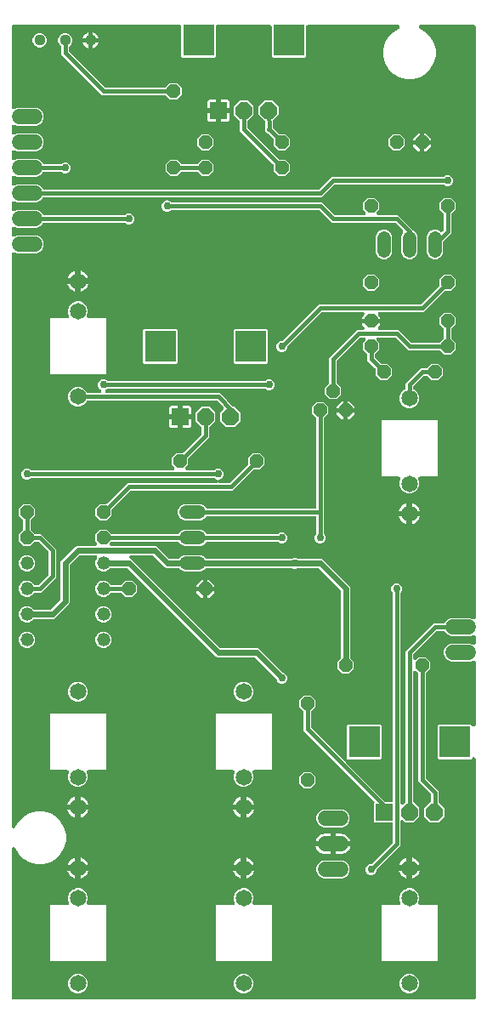
<source format=gtl>
G04 EAGLE Gerber RS-274X export*
G75*
%MOMM*%
%FSLAX34Y34*%
%LPD*%
%INTop Copper*%
%IPPOS*%
%AMOC8*
5,1,8,0,0,1.08239X$1,22.5*%
G01*
%ADD10C,1.650000*%
%ADD11P,1.429621X8X202.500000*%
%ADD12C,1.320800*%
%ADD13C,1.320800*%
%ADD14R,1.676400X1.676400*%
%ADD15P,1.814519X8X292.500000*%
%ADD16R,3.116000X3.116000*%
%ADD17P,1.429621X8X22.500000*%
%ADD18P,1.429621X8X112.500000*%
%ADD19C,1.117600*%
%ADD20C,1.524000*%
%ADD21C,0.406400*%
%ADD22C,0.609600*%
%ADD23C,0.756400*%

G36*
X470426Y10163D02*
X470426Y10163D01*
X470444Y10161D01*
X470626Y10182D01*
X470809Y10201D01*
X470826Y10206D01*
X470843Y10208D01*
X471018Y10265D01*
X471194Y10319D01*
X471209Y10327D01*
X471226Y10333D01*
X471386Y10423D01*
X471548Y10511D01*
X471561Y10522D01*
X471577Y10531D01*
X471716Y10651D01*
X471857Y10768D01*
X471868Y10782D01*
X471882Y10794D01*
X471994Y10939D01*
X472109Y11082D01*
X472117Y11098D01*
X472128Y11112D01*
X472210Y11277D01*
X472295Y11439D01*
X472300Y11456D01*
X472308Y11472D01*
X472355Y11651D01*
X472406Y11826D01*
X472408Y11844D01*
X472412Y11861D01*
X472439Y12192D01*
X472439Y249519D01*
X472438Y249528D01*
X472439Y249537D01*
X472418Y249729D01*
X472399Y249920D01*
X472397Y249928D01*
X472396Y249937D01*
X472338Y250119D01*
X472281Y250305D01*
X472277Y250313D01*
X472274Y250321D01*
X472181Y250489D01*
X472089Y250659D01*
X472084Y250665D01*
X472079Y250673D01*
X471954Y250821D01*
X471832Y250968D01*
X471825Y250973D01*
X471819Y250980D01*
X471667Y251100D01*
X471518Y251220D01*
X471510Y251224D01*
X471503Y251230D01*
X471331Y251317D01*
X471161Y251406D01*
X471152Y251408D01*
X471144Y251412D01*
X470958Y251464D01*
X470774Y251517D01*
X470765Y251518D01*
X470756Y251520D01*
X470564Y251534D01*
X470372Y251550D01*
X470364Y251549D01*
X470355Y251550D01*
X470162Y251525D01*
X469973Y251503D01*
X469964Y251500D01*
X469955Y251499D01*
X469772Y251438D01*
X469590Y251378D01*
X469582Y251374D01*
X469574Y251371D01*
X469407Y251275D01*
X469239Y251180D01*
X469232Y251175D01*
X469225Y251170D01*
X468972Y250955D01*
X467612Y249595D01*
X435188Y249595D01*
X434295Y250488D01*
X434295Y282912D01*
X435188Y283805D01*
X467612Y283805D01*
X468972Y282445D01*
X468979Y282439D01*
X468984Y282432D01*
X469134Y282312D01*
X469283Y282190D01*
X469291Y282185D01*
X469298Y282180D01*
X469468Y282091D01*
X469639Y282001D01*
X469648Y281998D01*
X469655Y281994D01*
X469840Y281941D01*
X470025Y281886D01*
X470034Y281885D01*
X470042Y281883D01*
X470233Y281867D01*
X470426Y281850D01*
X470435Y281851D01*
X470444Y281850D01*
X470633Y281872D01*
X470826Y281893D01*
X470835Y281896D01*
X470843Y281897D01*
X471025Y281956D01*
X471210Y282015D01*
X471218Y282019D01*
X471226Y282022D01*
X471393Y282116D01*
X471562Y282209D01*
X471569Y282215D01*
X471577Y282220D01*
X471722Y282345D01*
X471869Y282470D01*
X471875Y282477D01*
X471882Y282483D01*
X471998Y282633D01*
X472119Y282786D01*
X472123Y282794D01*
X472128Y282801D01*
X472214Y282972D01*
X472301Y283145D01*
X472304Y283153D01*
X472308Y283161D01*
X472358Y283347D01*
X472409Y283533D01*
X472410Y283542D01*
X472412Y283550D01*
X472439Y283881D01*
X472439Y345818D01*
X472438Y345831D01*
X472439Y345845D01*
X472418Y346031D01*
X472399Y346218D01*
X472395Y346231D01*
X472394Y346245D01*
X472336Y346424D01*
X472281Y346603D01*
X472275Y346615D01*
X472271Y346628D01*
X472179Y346793D01*
X472089Y346957D01*
X472081Y346968D01*
X472074Y346979D01*
X471952Y347123D01*
X471832Y347267D01*
X471821Y347275D01*
X471813Y347285D01*
X471664Y347402D01*
X471518Y347519D01*
X471506Y347525D01*
X471496Y347533D01*
X471326Y347618D01*
X471161Y347705D01*
X471148Y347708D01*
X471136Y347714D01*
X470953Y347764D01*
X470774Y347816D01*
X470760Y347817D01*
X470747Y347821D01*
X470559Y347833D01*
X470372Y347849D01*
X470359Y347847D01*
X470346Y347848D01*
X470158Y347824D01*
X469973Y347802D01*
X469960Y347798D01*
X469947Y347796D01*
X469631Y347694D01*
X466639Y346455D01*
X447761Y346455D01*
X444400Y347847D01*
X441827Y350420D01*
X440435Y353781D01*
X440435Y357419D01*
X441827Y360780D01*
X444400Y363353D01*
X447761Y364745D01*
X466639Y364745D01*
X469631Y363506D01*
X469644Y363502D01*
X469655Y363495D01*
X469835Y363444D01*
X470016Y363389D01*
X470029Y363388D01*
X470042Y363384D01*
X470230Y363369D01*
X470417Y363351D01*
X470430Y363352D01*
X470444Y363351D01*
X470630Y363373D01*
X470817Y363393D01*
X470830Y363397D01*
X470843Y363398D01*
X471022Y363456D01*
X471202Y363512D01*
X471213Y363519D01*
X471226Y363523D01*
X471390Y363615D01*
X471555Y363706D01*
X471565Y363714D01*
X471577Y363721D01*
X471719Y363843D01*
X471863Y363965D01*
X471871Y363975D01*
X471882Y363984D01*
X471996Y364132D01*
X472114Y364280D01*
X472120Y364292D01*
X472128Y364302D01*
X472212Y364470D01*
X472298Y364638D01*
X472302Y364651D01*
X472308Y364663D01*
X472357Y364845D01*
X472408Y365025D01*
X472409Y365038D01*
X472412Y365051D01*
X472439Y365382D01*
X472439Y371218D01*
X472438Y371231D01*
X472439Y371245D01*
X472418Y371431D01*
X472399Y371618D01*
X472395Y371631D01*
X472394Y371645D01*
X472336Y371824D01*
X472281Y372003D01*
X472275Y372015D01*
X472271Y372028D01*
X472179Y372193D01*
X472089Y372357D01*
X472081Y372368D01*
X472074Y372379D01*
X471952Y372523D01*
X471832Y372667D01*
X471821Y372675D01*
X471813Y372685D01*
X471664Y372802D01*
X471518Y372919D01*
X471506Y372925D01*
X471496Y372933D01*
X471326Y373018D01*
X471161Y373105D01*
X471148Y373108D01*
X471136Y373114D01*
X470953Y373164D01*
X470774Y373216D01*
X470760Y373217D01*
X470747Y373221D01*
X470559Y373233D01*
X470372Y373249D01*
X470359Y373247D01*
X470346Y373248D01*
X470158Y373224D01*
X469973Y373202D01*
X469960Y373198D01*
X469947Y373196D01*
X469631Y373094D01*
X466639Y371855D01*
X447761Y371855D01*
X444400Y373247D01*
X441827Y375820D01*
X441674Y376189D01*
X441664Y376209D01*
X441657Y376230D01*
X441569Y376386D01*
X441484Y376544D01*
X441470Y376561D01*
X441459Y376581D01*
X441342Y376717D01*
X441228Y376855D01*
X441211Y376869D01*
X441196Y376886D01*
X441055Y376995D01*
X440915Y377108D01*
X440895Y377119D01*
X440878Y377132D01*
X440718Y377212D01*
X440559Y377295D01*
X440537Y377302D01*
X440517Y377312D01*
X440344Y377358D01*
X440172Y377408D01*
X440150Y377410D01*
X440129Y377416D01*
X439798Y377443D01*
X434115Y377443D01*
X434088Y377441D01*
X434061Y377443D01*
X433887Y377421D01*
X433714Y377403D01*
X433689Y377396D01*
X433662Y377392D01*
X433496Y377337D01*
X433329Y377285D01*
X433306Y377272D01*
X433280Y377264D01*
X433129Y377177D01*
X432975Y377093D01*
X432955Y377076D01*
X432931Y377063D01*
X432678Y376848D01*
X410552Y354722D01*
X410535Y354701D01*
X410514Y354683D01*
X410407Y354546D01*
X410297Y354410D01*
X410284Y354387D01*
X410268Y354365D01*
X410190Y354208D01*
X410108Y354054D01*
X410100Y354029D01*
X410088Y354005D01*
X410043Y353835D01*
X409993Y353669D01*
X409991Y353642D01*
X409984Y353616D01*
X409957Y353285D01*
X409957Y350156D01*
X409958Y350148D01*
X409957Y350139D01*
X409978Y349945D01*
X409997Y349756D01*
X409999Y349747D01*
X410000Y349738D01*
X410058Y349556D01*
X410115Y349371D01*
X410119Y349363D01*
X410122Y349354D01*
X410215Y349186D01*
X410307Y349017D01*
X410312Y349010D01*
X410317Y349002D01*
X410441Y348855D01*
X410564Y348708D01*
X410571Y348702D01*
X410577Y348695D01*
X410728Y348576D01*
X410878Y348455D01*
X410886Y348451D01*
X410893Y348446D01*
X411066Y348358D01*
X411235Y348270D01*
X411244Y348267D01*
X411252Y348263D01*
X411438Y348211D01*
X411622Y348158D01*
X411631Y348158D01*
X411640Y348155D01*
X411833Y348141D01*
X412024Y348125D01*
X412032Y348126D01*
X412041Y348126D01*
X412234Y348150D01*
X412423Y348172D01*
X412432Y348175D01*
X412441Y348176D01*
X412624Y348238D01*
X412806Y348297D01*
X412814Y348302D01*
X412822Y348304D01*
X412988Y348400D01*
X413157Y348495D01*
X413164Y348501D01*
X413171Y348505D01*
X413424Y348720D01*
X415733Y351029D01*
X422467Y351029D01*
X427229Y346267D01*
X427229Y339533D01*
X423252Y335556D01*
X423235Y335535D01*
X423214Y335518D01*
X423107Y335380D01*
X422997Y335244D01*
X422984Y335221D01*
X422968Y335200D01*
X422890Y335043D01*
X422808Y334889D01*
X422800Y334863D01*
X422788Y334839D01*
X422743Y334670D01*
X422693Y334503D01*
X422691Y334476D01*
X422684Y334450D01*
X422657Y334120D01*
X422657Y230915D01*
X422659Y230888D01*
X422657Y230861D01*
X422679Y230687D01*
X422697Y230514D01*
X422704Y230489D01*
X422708Y230462D01*
X422763Y230296D01*
X422815Y230129D01*
X422828Y230106D01*
X422836Y230080D01*
X422923Y229929D01*
X423007Y229775D01*
X423024Y229755D01*
X423037Y229731D01*
X423252Y229478D01*
X435357Y217373D01*
X435357Y207595D01*
X435359Y207568D01*
X435357Y207542D01*
X435379Y207368D01*
X435397Y207194D01*
X435404Y207169D01*
X435408Y207142D01*
X435463Y206976D01*
X435515Y206809D01*
X435528Y206786D01*
X435536Y206760D01*
X435623Y206609D01*
X435707Y206455D01*
X435724Y206435D01*
X435737Y206412D01*
X435952Y206159D01*
X441307Y200803D01*
X441307Y192597D01*
X435503Y186793D01*
X427297Y186793D01*
X421493Y192597D01*
X421493Y200803D01*
X427648Y206959D01*
X427665Y206979D01*
X427686Y206997D01*
X427793Y207135D01*
X427903Y207270D01*
X427916Y207294D01*
X427932Y207315D01*
X428010Y207472D01*
X428092Y207626D01*
X428100Y207651D01*
X428112Y207675D01*
X428157Y207845D01*
X428207Y208012D01*
X428209Y208038D01*
X428216Y208064D01*
X428243Y208395D01*
X428243Y213585D01*
X428241Y213612D01*
X428243Y213639D01*
X428221Y213813D01*
X428203Y213986D01*
X428196Y214011D01*
X428192Y214038D01*
X428137Y214204D01*
X428085Y214371D01*
X428072Y214394D01*
X428064Y214420D01*
X427977Y214571D01*
X427893Y214725D01*
X427876Y214745D01*
X427863Y214769D01*
X427648Y215022D01*
X415543Y227127D01*
X415543Y334120D01*
X415541Y334146D01*
X415543Y334173D01*
X415521Y334347D01*
X415503Y334520D01*
X415496Y334546D01*
X415492Y334572D01*
X415437Y334738D01*
X415385Y334905D01*
X415372Y334929D01*
X415364Y334954D01*
X415277Y335106D01*
X415193Y335259D01*
X415176Y335280D01*
X415163Y335303D01*
X414948Y335556D01*
X413424Y337080D01*
X413417Y337086D01*
X413412Y337092D01*
X413262Y337213D01*
X413113Y337335D01*
X413105Y337339D01*
X413098Y337345D01*
X412927Y337434D01*
X412757Y337524D01*
X412749Y337526D01*
X412741Y337530D01*
X412555Y337584D01*
X412371Y337638D01*
X412362Y337639D01*
X412354Y337642D01*
X412162Y337657D01*
X411970Y337675D01*
X411961Y337674D01*
X411952Y337675D01*
X411763Y337652D01*
X411570Y337631D01*
X411561Y337629D01*
X411553Y337628D01*
X411371Y337568D01*
X411186Y337510D01*
X411178Y337506D01*
X411170Y337503D01*
X411001Y337408D01*
X410834Y337315D01*
X410827Y337309D01*
X410819Y337305D01*
X410673Y337179D01*
X410527Y337055D01*
X410521Y337048D01*
X410514Y337042D01*
X410397Y336890D01*
X410277Y336739D01*
X410273Y336731D01*
X410268Y336724D01*
X410182Y336552D01*
X410095Y336380D01*
X410092Y336371D01*
X410088Y336363D01*
X410038Y336177D01*
X409987Y335992D01*
X409986Y335983D01*
X409984Y335974D01*
X409957Y335644D01*
X409957Y207995D01*
X409959Y207968D01*
X409957Y207942D01*
X409979Y207768D01*
X409997Y207594D01*
X410004Y207569D01*
X410008Y207542D01*
X410063Y207376D01*
X410115Y207209D01*
X410128Y207186D01*
X410136Y207160D01*
X410223Y207009D01*
X410307Y206855D01*
X410324Y206835D01*
X410337Y206812D01*
X410552Y206559D01*
X416307Y200803D01*
X416307Y192597D01*
X410503Y186793D01*
X402297Y186793D01*
X400724Y188366D01*
X400717Y188371D01*
X400712Y188378D01*
X400562Y188498D01*
X400413Y188621D01*
X400405Y188625D01*
X400398Y188630D01*
X400228Y188719D01*
X400057Y188809D01*
X400048Y188812D01*
X400041Y188816D01*
X399856Y188869D01*
X399671Y188924D01*
X399662Y188925D01*
X399654Y188927D01*
X399463Y188943D01*
X399270Y188960D01*
X399261Y188959D01*
X399252Y188960D01*
X399063Y188938D01*
X398870Y188917D01*
X398861Y188914D01*
X398853Y188913D01*
X398671Y188854D01*
X398486Y188795D01*
X398478Y188791D01*
X398470Y188788D01*
X398301Y188693D01*
X398134Y188601D01*
X398127Y188595D01*
X398119Y188590D01*
X397973Y188465D01*
X397827Y188340D01*
X397821Y188333D01*
X397814Y188327D01*
X397697Y188176D01*
X397577Y188024D01*
X397573Y188016D01*
X397568Y188009D01*
X397482Y187837D01*
X397395Y187665D01*
X397392Y187657D01*
X397388Y187649D01*
X397338Y187463D01*
X397287Y187277D01*
X397286Y187269D01*
X397284Y187260D01*
X397257Y186929D01*
X397257Y163627D01*
X394578Y160948D01*
X374202Y140572D01*
X374185Y140551D01*
X374164Y140534D01*
X374057Y140396D01*
X373947Y140260D01*
X373934Y140237D01*
X373918Y140215D01*
X373840Y140058D01*
X373758Y139904D01*
X373750Y139879D01*
X373738Y139855D01*
X373693Y139685D01*
X373643Y139519D01*
X373641Y139492D01*
X373634Y139466D01*
X373607Y139135D01*
X373607Y138644D01*
X372799Y136694D01*
X371306Y135201D01*
X369356Y134393D01*
X367244Y134393D01*
X365294Y135201D01*
X363801Y136694D01*
X362993Y138644D01*
X362993Y140756D01*
X363801Y142706D01*
X365294Y144199D01*
X367244Y145007D01*
X367735Y145007D01*
X367762Y145009D01*
X367789Y145007D01*
X367963Y145029D01*
X368136Y145047D01*
X368162Y145054D01*
X368188Y145058D01*
X368354Y145114D01*
X368521Y145165D01*
X368545Y145178D01*
X368570Y145186D01*
X368721Y145273D01*
X368875Y145357D01*
X368895Y145374D01*
X368919Y145387D01*
X369172Y145602D01*
X389548Y165978D01*
X389565Y165999D01*
X389586Y166017D01*
X389693Y166154D01*
X389803Y166290D01*
X389816Y166313D01*
X389832Y166335D01*
X389910Y166491D01*
X389992Y166646D01*
X390000Y166671D01*
X390012Y166695D01*
X390057Y166865D01*
X390107Y167031D01*
X390109Y167058D01*
X390116Y167084D01*
X390143Y167415D01*
X390143Y184762D01*
X390141Y184780D01*
X390143Y184798D01*
X390122Y184980D01*
X390103Y185163D01*
X390098Y185180D01*
X390096Y185197D01*
X390039Y185372D01*
X389985Y185548D01*
X389977Y185563D01*
X389971Y185580D01*
X389881Y185740D01*
X389793Y185902D01*
X389782Y185915D01*
X389773Y185931D01*
X389653Y186070D01*
X389536Y186211D01*
X389522Y186222D01*
X389510Y186236D01*
X389365Y186348D01*
X389222Y186463D01*
X389206Y186471D01*
X389192Y186482D01*
X389027Y186564D01*
X388865Y186649D01*
X388848Y186654D01*
X388832Y186662D01*
X388653Y186709D01*
X388478Y186760D01*
X388460Y186762D01*
X388443Y186766D01*
X388112Y186793D01*
X372386Y186793D01*
X371493Y187686D01*
X371493Y205955D01*
X371495Y205959D01*
X371545Y206136D01*
X371597Y206312D01*
X371599Y206330D01*
X371603Y206347D01*
X371617Y206530D01*
X371633Y206713D01*
X371631Y206731D01*
X371633Y206748D01*
X371610Y206931D01*
X371590Y207113D01*
X371585Y207130D01*
X371582Y207148D01*
X371524Y207322D01*
X371469Y207497D01*
X371460Y207513D01*
X371454Y207530D01*
X371362Y207689D01*
X371274Y207849D01*
X371262Y207863D01*
X371253Y207878D01*
X371039Y208131D01*
X301243Y277927D01*
X301243Y296020D01*
X301241Y296046D01*
X301243Y296073D01*
X301221Y296247D01*
X301203Y296420D01*
X301196Y296446D01*
X301192Y296472D01*
X301136Y296638D01*
X301085Y296805D01*
X301072Y296829D01*
X301064Y296854D01*
X300977Y297006D01*
X300893Y297159D01*
X300876Y297180D01*
X300863Y297203D01*
X300648Y297456D01*
X296671Y301433D01*
X296671Y308167D01*
X301433Y312929D01*
X308167Y312929D01*
X312929Y308167D01*
X312929Y301433D01*
X308952Y297456D01*
X308935Y297435D01*
X308914Y297418D01*
X308807Y297280D01*
X308697Y297144D01*
X308684Y297121D01*
X308668Y297100D01*
X308590Y296943D01*
X308508Y296789D01*
X308500Y296763D01*
X308488Y296739D01*
X308443Y296570D01*
X308393Y296403D01*
X308391Y296376D01*
X308384Y296350D01*
X308357Y296020D01*
X308357Y281715D01*
X308359Y281688D01*
X308357Y281661D01*
X308379Y281487D01*
X308397Y281314D01*
X308404Y281289D01*
X308408Y281262D01*
X308463Y281096D01*
X308515Y280929D01*
X308528Y280906D01*
X308536Y280880D01*
X308623Y280729D01*
X308707Y280575D01*
X308724Y280555D01*
X308737Y280531D01*
X308952Y280278D01*
X340828Y248402D01*
X340835Y248397D01*
X340840Y248390D01*
X340850Y248382D01*
X340856Y248375D01*
X340934Y248314D01*
X340990Y248269D01*
X341139Y248147D01*
X341147Y248143D01*
X341154Y248137D01*
X341325Y248049D01*
X341495Y247959D01*
X341503Y247956D01*
X341511Y247952D01*
X341697Y247899D01*
X341881Y247844D01*
X341890Y247843D01*
X341898Y247841D01*
X342090Y247825D01*
X342282Y247807D01*
X342291Y247808D01*
X342300Y247808D01*
X342489Y247830D01*
X342532Y247834D01*
X342523Y247719D01*
X342508Y247528D01*
X342509Y247520D01*
X342508Y247511D01*
X342532Y247318D01*
X342555Y247129D01*
X342557Y247120D01*
X342558Y247111D01*
X342620Y246929D01*
X342679Y246746D01*
X342684Y246738D01*
X342687Y246730D01*
X342783Y246563D01*
X342877Y246395D01*
X342883Y246388D01*
X342888Y246381D01*
X343102Y246128D01*
X382028Y207202D01*
X382049Y207185D01*
X382067Y207164D01*
X382204Y207057D01*
X382340Y206947D01*
X382363Y206934D01*
X382385Y206918D01*
X382542Y206840D01*
X382696Y206758D01*
X382721Y206750D01*
X382745Y206738D01*
X382915Y206693D01*
X383081Y206643D01*
X383108Y206641D01*
X383134Y206634D01*
X383465Y206607D01*
X388112Y206607D01*
X388130Y206609D01*
X388148Y206607D01*
X388330Y206628D01*
X388513Y206647D01*
X388530Y206652D01*
X388547Y206654D01*
X388722Y206711D01*
X388898Y206765D01*
X388913Y206773D01*
X388930Y206779D01*
X389090Y206869D01*
X389252Y206957D01*
X389265Y206968D01*
X389281Y206977D01*
X389420Y207097D01*
X389561Y207214D01*
X389572Y207228D01*
X389586Y207240D01*
X389698Y207385D01*
X389813Y207528D01*
X389821Y207544D01*
X389832Y207558D01*
X389914Y207723D01*
X389999Y207885D01*
X390004Y207902D01*
X390012Y207918D01*
X390059Y208097D01*
X390110Y208272D01*
X390112Y208290D01*
X390116Y208307D01*
X390143Y208638D01*
X390143Y414310D01*
X390141Y414337D01*
X390143Y414364D01*
X390121Y414538D01*
X390103Y414711D01*
X390096Y414737D01*
X390092Y414763D01*
X390037Y414928D01*
X389985Y415096D01*
X389972Y415120D01*
X389964Y415145D01*
X389877Y415297D01*
X389793Y415450D01*
X389776Y415471D01*
X389763Y415494D01*
X389548Y415747D01*
X389201Y416094D01*
X388393Y418044D01*
X388393Y420156D01*
X389201Y422106D01*
X390694Y423599D01*
X392644Y424407D01*
X394756Y424407D01*
X396706Y423599D01*
X398199Y422106D01*
X399007Y420156D01*
X399007Y418044D01*
X398199Y416094D01*
X397852Y415747D01*
X397835Y415726D01*
X397814Y415709D01*
X397707Y415571D01*
X397597Y415435D01*
X397584Y415412D01*
X397568Y415391D01*
X397490Y415234D01*
X397408Y415080D01*
X397400Y415054D01*
X397388Y415030D01*
X397343Y414861D01*
X397293Y414694D01*
X397291Y414667D01*
X397284Y414641D01*
X397257Y414310D01*
X397257Y206471D01*
X397258Y206462D01*
X397257Y206453D01*
X397278Y206261D01*
X397297Y206070D01*
X397299Y206062D01*
X397300Y206053D01*
X397358Y205870D01*
X397415Y205685D01*
X397419Y205677D01*
X397422Y205669D01*
X397515Y205500D01*
X397607Y205331D01*
X397612Y205324D01*
X397617Y205317D01*
X397742Y205169D01*
X397864Y205022D01*
X397871Y205016D01*
X397877Y205010D01*
X398029Y204890D01*
X398178Y204770D01*
X398186Y204766D01*
X398193Y204760D01*
X398365Y204673D01*
X398535Y204584D01*
X398544Y204582D01*
X398552Y204578D01*
X398738Y204526D01*
X398922Y204473D01*
X398931Y204472D01*
X398940Y204470D01*
X399132Y204456D01*
X399324Y204440D01*
X399332Y204441D01*
X399341Y204440D01*
X399534Y204465D01*
X399723Y204487D01*
X399732Y204490D01*
X399741Y204491D01*
X399924Y204552D01*
X400106Y204612D01*
X400114Y204616D01*
X400122Y204619D01*
X400288Y204714D01*
X400457Y204810D01*
X400464Y204815D01*
X400471Y204820D01*
X400724Y205035D01*
X402248Y206559D01*
X402265Y206579D01*
X402286Y206597D01*
X402393Y206735D01*
X402503Y206870D01*
X402516Y206894D01*
X402532Y206915D01*
X402610Y207071D01*
X402692Y207226D01*
X402700Y207251D01*
X402712Y207275D01*
X402757Y207444D01*
X402807Y207612D01*
X402809Y207638D01*
X402816Y207664D01*
X402843Y207995D01*
X402843Y357073D01*
X430327Y384557D01*
X439798Y384557D01*
X439820Y384559D01*
X439842Y384557D01*
X440020Y384579D01*
X440198Y384597D01*
X440220Y384603D01*
X440242Y384606D01*
X440412Y384662D01*
X440583Y384715D01*
X440603Y384725D01*
X440624Y384732D01*
X440780Y384821D01*
X440937Y384907D01*
X440955Y384921D01*
X440974Y384932D01*
X441109Y385050D01*
X441247Y385164D01*
X441261Y385182D01*
X441277Y385196D01*
X441387Y385339D01*
X441499Y385478D01*
X441509Y385498D01*
X441523Y385516D01*
X441674Y385811D01*
X441827Y386180D01*
X444400Y388753D01*
X447761Y390145D01*
X466639Y390145D01*
X469631Y388906D01*
X469644Y388902D01*
X469655Y388895D01*
X469835Y388844D01*
X470016Y388789D01*
X470029Y388788D01*
X470042Y388784D01*
X470230Y388769D01*
X470417Y388751D01*
X470430Y388752D01*
X470444Y388751D01*
X470630Y388773D01*
X470817Y388793D01*
X470830Y388797D01*
X470843Y388798D01*
X471022Y388856D01*
X471202Y388912D01*
X471213Y388919D01*
X471226Y388923D01*
X471390Y389015D01*
X471555Y389106D01*
X471565Y389114D01*
X471577Y389121D01*
X471719Y389243D01*
X471863Y389365D01*
X471871Y389375D01*
X471882Y389384D01*
X471996Y389532D01*
X472114Y389680D01*
X472120Y389692D01*
X472128Y389702D01*
X472212Y389870D01*
X472298Y390038D01*
X472302Y390051D01*
X472308Y390063D01*
X472357Y390245D01*
X472408Y390425D01*
X472409Y390438D01*
X472412Y390451D01*
X472439Y390782D01*
X472439Y978408D01*
X472437Y978426D01*
X472439Y978444D01*
X472418Y978626D01*
X472399Y978809D01*
X472394Y978826D01*
X472392Y978843D01*
X472335Y979018D01*
X472281Y979194D01*
X472273Y979209D01*
X472267Y979226D01*
X472177Y979386D01*
X472089Y979548D01*
X472078Y979561D01*
X472069Y979577D01*
X471949Y979716D01*
X471832Y979857D01*
X471818Y979868D01*
X471806Y979882D01*
X471661Y979994D01*
X471518Y980109D01*
X471502Y980117D01*
X471488Y980128D01*
X471323Y980210D01*
X471161Y980295D01*
X471144Y980300D01*
X471128Y980308D01*
X470949Y980355D01*
X470774Y980406D01*
X470756Y980408D01*
X470739Y980412D01*
X470408Y980439D01*
X417914Y980439D01*
X417841Y980432D01*
X417768Y980434D01*
X417641Y980412D01*
X417513Y980399D01*
X417443Y980378D01*
X417371Y980365D01*
X417251Y980319D01*
X417128Y980281D01*
X417064Y980246D01*
X416996Y980220D01*
X416887Y980151D01*
X416774Y980089D01*
X416718Y980043D01*
X416656Y980003D01*
X416564Y979914D01*
X416465Y979832D01*
X416419Y979775D01*
X416366Y979724D01*
X416293Y979618D01*
X416213Y979518D01*
X416179Y979453D01*
X416137Y979393D01*
X416086Y979274D01*
X416027Y979161D01*
X416007Y979090D01*
X415978Y979023D01*
X415951Y978897D01*
X415916Y978774D01*
X415910Y978701D01*
X415895Y978629D01*
X415893Y978501D01*
X415883Y978372D01*
X415892Y978300D01*
X415891Y978226D01*
X415915Y978100D01*
X415930Y977973D01*
X415953Y977903D01*
X415966Y977831D01*
X416015Y977712D01*
X416055Y977590D01*
X416091Y977526D01*
X416118Y977458D01*
X416190Y977351D01*
X416253Y977239D01*
X416301Y977184D01*
X416341Y977123D01*
X416432Y977032D01*
X416516Y976935D01*
X416574Y976890D01*
X416625Y976838D01*
X416765Y976741D01*
X416834Y976688D01*
X416863Y976673D01*
X416898Y976649D01*
X422464Y973435D01*
X427335Y968564D01*
X430780Y962598D01*
X432563Y955944D01*
X432563Y949056D01*
X430780Y942402D01*
X427335Y936436D01*
X422464Y931565D01*
X416498Y928120D01*
X409844Y926337D01*
X402956Y926337D01*
X396302Y928120D01*
X390336Y931565D01*
X385465Y936436D01*
X382020Y942402D01*
X380237Y949056D01*
X380237Y955944D01*
X382020Y962598D01*
X385465Y968564D01*
X390336Y973435D01*
X395902Y976649D01*
X395961Y976692D01*
X396026Y976727D01*
X396124Y976809D01*
X396229Y976884D01*
X396279Y976937D01*
X396335Y976984D01*
X396415Y977084D01*
X396503Y977179D01*
X396541Y977241D01*
X396587Y977298D01*
X396646Y977412D01*
X396714Y977522D01*
X396739Y977590D01*
X396773Y977655D01*
X396808Y977779D01*
X396853Y977899D01*
X396864Y977972D01*
X396884Y978042D01*
X396895Y978171D01*
X396914Y978297D01*
X396911Y978370D01*
X396917Y978444D01*
X396902Y978571D01*
X396896Y978700D01*
X396879Y978771D01*
X396870Y978843D01*
X396830Y978966D01*
X396799Y979090D01*
X396768Y979156D01*
X396745Y979226D01*
X396682Y979338D01*
X396627Y979454D01*
X396583Y979513D01*
X396547Y979577D01*
X396463Y979674D01*
X396387Y979777D01*
X396332Y979826D01*
X396284Y979882D01*
X396183Y979960D01*
X396087Y980046D01*
X396024Y980083D01*
X395966Y980128D01*
X395851Y980186D01*
X395740Y980251D01*
X395671Y980275D01*
X395606Y980308D01*
X395481Y980341D01*
X395360Y980383D01*
X395288Y980393D01*
X395217Y980412D01*
X395047Y980426D01*
X394961Y980438D01*
X394928Y980436D01*
X394886Y980439D01*
X305436Y980439D01*
X305418Y980437D01*
X305400Y980439D01*
X305218Y980418D01*
X305035Y980399D01*
X305018Y980394D01*
X305001Y980392D01*
X304826Y980335D01*
X304650Y980281D01*
X304635Y980273D01*
X304618Y980267D01*
X304458Y980177D01*
X304296Y980089D01*
X304283Y980078D01*
X304267Y980069D01*
X304128Y979949D01*
X303987Y979832D01*
X303976Y979818D01*
X303962Y979806D01*
X303850Y979661D01*
X303735Y979518D01*
X303727Y979502D01*
X303716Y979488D01*
X303634Y979323D01*
X303549Y979161D01*
X303544Y979144D01*
X303536Y979128D01*
X303489Y978949D01*
X303438Y978774D01*
X303436Y978756D01*
X303432Y978739D01*
X303405Y978408D01*
X303405Y948988D01*
X302512Y948095D01*
X270088Y948095D01*
X269195Y948988D01*
X269195Y978408D01*
X269193Y978426D01*
X269195Y978444D01*
X269174Y978626D01*
X269155Y978809D01*
X269150Y978826D01*
X269148Y978843D01*
X269091Y979018D01*
X269037Y979194D01*
X269029Y979209D01*
X269023Y979226D01*
X268933Y979386D01*
X268845Y979548D01*
X268834Y979561D01*
X268825Y979577D01*
X268705Y979716D01*
X268588Y979857D01*
X268574Y979868D01*
X268562Y979882D01*
X268417Y979994D01*
X268274Y980109D01*
X268258Y980117D01*
X268244Y980128D01*
X268079Y980210D01*
X267917Y980295D01*
X267900Y980300D01*
X267884Y980308D01*
X267705Y980355D01*
X267530Y980406D01*
X267512Y980408D01*
X267495Y980412D01*
X267164Y980439D01*
X215436Y980439D01*
X215418Y980437D01*
X215400Y980439D01*
X215218Y980418D01*
X215035Y980399D01*
X215018Y980394D01*
X215001Y980392D01*
X214826Y980335D01*
X214650Y980281D01*
X214635Y980273D01*
X214618Y980267D01*
X214458Y980177D01*
X214296Y980089D01*
X214283Y980078D01*
X214267Y980069D01*
X214128Y979949D01*
X213987Y979832D01*
X213976Y979818D01*
X213962Y979806D01*
X213850Y979661D01*
X213735Y979518D01*
X213727Y979502D01*
X213716Y979488D01*
X213634Y979323D01*
X213549Y979161D01*
X213544Y979144D01*
X213536Y979128D01*
X213489Y978949D01*
X213438Y978774D01*
X213436Y978756D01*
X213432Y978739D01*
X213405Y978408D01*
X213405Y948988D01*
X212512Y948095D01*
X180088Y948095D01*
X179195Y948988D01*
X179195Y978408D01*
X179193Y978426D01*
X179195Y978444D01*
X179174Y978626D01*
X179155Y978809D01*
X179150Y978826D01*
X179148Y978843D01*
X179091Y979018D01*
X179037Y979194D01*
X179029Y979209D01*
X179023Y979226D01*
X178933Y979386D01*
X178845Y979548D01*
X178834Y979561D01*
X178825Y979577D01*
X178705Y979716D01*
X178588Y979857D01*
X178574Y979868D01*
X178562Y979882D01*
X178417Y979994D01*
X178274Y980109D01*
X178258Y980117D01*
X178244Y980128D01*
X178079Y980210D01*
X177917Y980295D01*
X177900Y980300D01*
X177884Y980308D01*
X177705Y980355D01*
X177530Y980406D01*
X177512Y980408D01*
X177495Y980412D01*
X177164Y980439D01*
X12192Y980439D01*
X12174Y980437D01*
X12156Y980439D01*
X11974Y980418D01*
X11791Y980399D01*
X11774Y980394D01*
X11757Y980392D01*
X11582Y980335D01*
X11406Y980281D01*
X11391Y980273D01*
X11374Y980267D01*
X11214Y980177D01*
X11052Y980089D01*
X11039Y980078D01*
X11023Y980069D01*
X10884Y979949D01*
X10743Y979832D01*
X10732Y979818D01*
X10718Y979806D01*
X10606Y979661D01*
X10491Y979518D01*
X10483Y979502D01*
X10472Y979488D01*
X10390Y979323D01*
X10305Y979161D01*
X10300Y979144D01*
X10292Y979128D01*
X10245Y978949D01*
X10194Y978774D01*
X10192Y978756D01*
X10188Y978739D01*
X10161Y978408D01*
X10161Y898782D01*
X10162Y898769D01*
X10161Y898756D01*
X10182Y898569D01*
X10201Y898382D01*
X10205Y898369D01*
X10206Y898355D01*
X10264Y898177D01*
X10319Y897997D01*
X10325Y897985D01*
X10329Y897972D01*
X10421Y897808D01*
X10511Y897643D01*
X10519Y897632D01*
X10526Y897621D01*
X10648Y897477D01*
X10768Y897333D01*
X10779Y897325D01*
X10787Y897315D01*
X10936Y897199D01*
X11082Y897081D01*
X11094Y897075D01*
X11104Y897067D01*
X11273Y896982D01*
X11439Y896896D01*
X11452Y896892D01*
X11464Y896886D01*
X11646Y896836D01*
X11826Y896784D01*
X11840Y896783D01*
X11853Y896779D01*
X12041Y896767D01*
X12228Y896751D01*
X12241Y896753D01*
X12254Y896752D01*
X12442Y896776D01*
X12627Y896798D01*
X12640Y896802D01*
X12653Y896804D01*
X12969Y896906D01*
X15961Y898145D01*
X34839Y898145D01*
X38200Y896753D01*
X40773Y894180D01*
X42165Y890819D01*
X42165Y887181D01*
X40773Y883820D01*
X38200Y881247D01*
X34839Y879855D01*
X15961Y879855D01*
X12969Y881094D01*
X12956Y881098D01*
X12945Y881104D01*
X12764Y881156D01*
X12584Y881211D01*
X12571Y881212D01*
X12558Y881216D01*
X12370Y881231D01*
X12183Y881249D01*
X12170Y881248D01*
X12156Y881249D01*
X11969Y881227D01*
X11783Y881207D01*
X11770Y881203D01*
X11757Y881202D01*
X11577Y881143D01*
X11398Y881088D01*
X11387Y881081D01*
X11374Y881077D01*
X11209Y880984D01*
X11045Y880894D01*
X11035Y880886D01*
X11023Y880879D01*
X10881Y880756D01*
X10737Y880635D01*
X10729Y880625D01*
X10718Y880616D01*
X10603Y880467D01*
X10486Y880320D01*
X10480Y880308D01*
X10472Y880298D01*
X10388Y880129D01*
X10302Y879962D01*
X10298Y879949D01*
X10292Y879937D01*
X10243Y879754D01*
X10192Y879575D01*
X10191Y879562D01*
X10188Y879549D01*
X10161Y879218D01*
X10161Y873382D01*
X10162Y873369D01*
X10161Y873356D01*
X10182Y873169D01*
X10201Y872982D01*
X10205Y872969D01*
X10206Y872955D01*
X10264Y872777D01*
X10319Y872597D01*
X10325Y872585D01*
X10329Y872572D01*
X10421Y872408D01*
X10511Y872243D01*
X10519Y872232D01*
X10526Y872221D01*
X10648Y872077D01*
X10768Y871933D01*
X10779Y871925D01*
X10787Y871915D01*
X10936Y871799D01*
X11082Y871681D01*
X11094Y871675D01*
X11104Y871667D01*
X11273Y871582D01*
X11439Y871496D01*
X11452Y871492D01*
X11464Y871486D01*
X11646Y871436D01*
X11826Y871384D01*
X11840Y871383D01*
X11853Y871379D01*
X12041Y871367D01*
X12228Y871351D01*
X12241Y871353D01*
X12254Y871352D01*
X12442Y871376D01*
X12627Y871398D01*
X12640Y871402D01*
X12653Y871404D01*
X12969Y871506D01*
X15961Y872745D01*
X34839Y872745D01*
X38200Y871353D01*
X40773Y868780D01*
X42165Y865419D01*
X42165Y861781D01*
X40773Y858420D01*
X38200Y855847D01*
X34839Y854455D01*
X15961Y854455D01*
X12969Y855694D01*
X12956Y855698D01*
X12945Y855704D01*
X12764Y855756D01*
X12584Y855811D01*
X12571Y855812D01*
X12558Y855816D01*
X12370Y855831D01*
X12183Y855849D01*
X12170Y855848D01*
X12156Y855849D01*
X11969Y855827D01*
X11783Y855807D01*
X11770Y855803D01*
X11757Y855802D01*
X11577Y855743D01*
X11398Y855688D01*
X11387Y855681D01*
X11374Y855677D01*
X11209Y855584D01*
X11045Y855494D01*
X11035Y855486D01*
X11023Y855479D01*
X10881Y855356D01*
X10737Y855235D01*
X10729Y855225D01*
X10718Y855216D01*
X10603Y855067D01*
X10486Y854920D01*
X10480Y854908D01*
X10472Y854898D01*
X10388Y854729D01*
X10302Y854562D01*
X10298Y854549D01*
X10292Y854537D01*
X10243Y854354D01*
X10192Y854175D01*
X10191Y854162D01*
X10188Y854149D01*
X10161Y853818D01*
X10161Y847982D01*
X10162Y847969D01*
X10161Y847956D01*
X10182Y847769D01*
X10201Y847582D01*
X10205Y847569D01*
X10206Y847555D01*
X10264Y847377D01*
X10319Y847197D01*
X10325Y847185D01*
X10329Y847172D01*
X10421Y847008D01*
X10511Y846843D01*
X10519Y846832D01*
X10526Y846821D01*
X10648Y846677D01*
X10768Y846533D01*
X10779Y846525D01*
X10787Y846515D01*
X10936Y846399D01*
X11082Y846281D01*
X11094Y846275D01*
X11104Y846267D01*
X11273Y846182D01*
X11439Y846096D01*
X11452Y846092D01*
X11464Y846086D01*
X11646Y846036D01*
X11826Y845984D01*
X11840Y845983D01*
X11853Y845979D01*
X12041Y845967D01*
X12228Y845951D01*
X12241Y845953D01*
X12254Y845952D01*
X12442Y845976D01*
X12627Y845998D01*
X12640Y846002D01*
X12653Y846004D01*
X12969Y846106D01*
X15596Y847194D01*
X15597Y847194D01*
X15961Y847345D01*
X34839Y847345D01*
X38200Y845953D01*
X40773Y843380D01*
X40926Y843011D01*
X40936Y842991D01*
X40943Y842970D01*
X41031Y842814D01*
X41116Y842656D01*
X41130Y842639D01*
X41141Y842619D01*
X41258Y842483D01*
X41372Y842345D01*
X41389Y842331D01*
X41404Y842314D01*
X41545Y842205D01*
X41685Y842092D01*
X41705Y842081D01*
X41722Y842068D01*
X41882Y841988D01*
X42041Y841905D01*
X42063Y841898D01*
X42083Y841888D01*
X42256Y841842D01*
X42428Y841792D01*
X42450Y841790D01*
X42471Y841784D01*
X42802Y841757D01*
X58710Y841757D01*
X58737Y841759D01*
X58764Y841757D01*
X58938Y841779D01*
X59111Y841797D01*
X59137Y841804D01*
X59163Y841808D01*
X59329Y841863D01*
X59496Y841915D01*
X59520Y841928D01*
X59545Y841936D01*
X59697Y842023D01*
X59850Y842107D01*
X59871Y842124D01*
X59894Y842137D01*
X60147Y842352D01*
X60494Y842699D01*
X61538Y843131D01*
X62444Y843507D01*
X64556Y843507D01*
X66506Y842699D01*
X67999Y841206D01*
X68807Y839256D01*
X68807Y837144D01*
X67999Y835194D01*
X66506Y833701D01*
X64556Y832893D01*
X62444Y832893D01*
X60494Y833701D01*
X60147Y834048D01*
X60126Y834065D01*
X60109Y834086D01*
X59971Y834193D01*
X59835Y834303D01*
X59812Y834316D01*
X59791Y834332D01*
X59634Y834410D01*
X59480Y834492D01*
X59454Y834500D01*
X59430Y834512D01*
X59261Y834557D01*
X59094Y834607D01*
X59067Y834609D01*
X59041Y834616D01*
X58710Y834643D01*
X42802Y834643D01*
X42780Y834641D01*
X42758Y834643D01*
X42580Y834621D01*
X42402Y834603D01*
X42380Y834597D01*
X42358Y834594D01*
X42188Y834538D01*
X42017Y834485D01*
X41997Y834475D01*
X41976Y834468D01*
X41820Y834379D01*
X41663Y834293D01*
X41645Y834279D01*
X41626Y834268D01*
X41491Y834150D01*
X41353Y834036D01*
X41339Y834018D01*
X41323Y834004D01*
X41213Y833861D01*
X41101Y833722D01*
X41091Y833702D01*
X41077Y833684D01*
X40926Y833389D01*
X40773Y833020D01*
X38200Y830447D01*
X34839Y829055D01*
X15961Y829055D01*
X12969Y830294D01*
X12956Y830298D01*
X12945Y830304D01*
X12764Y830356D01*
X12584Y830411D01*
X12571Y830412D01*
X12558Y830416D01*
X12370Y830431D01*
X12183Y830449D01*
X12170Y830448D01*
X12156Y830449D01*
X11969Y830427D01*
X11783Y830407D01*
X11770Y830403D01*
X11757Y830402D01*
X11577Y830343D01*
X11398Y830288D01*
X11387Y830281D01*
X11374Y830277D01*
X11209Y830184D01*
X11045Y830094D01*
X11035Y830086D01*
X11023Y830079D01*
X10881Y829956D01*
X10737Y829835D01*
X10729Y829825D01*
X10718Y829816D01*
X10603Y829667D01*
X10486Y829520D01*
X10480Y829508D01*
X10472Y829498D01*
X10388Y829329D01*
X10302Y829162D01*
X10298Y829149D01*
X10292Y829137D01*
X10243Y828954D01*
X10192Y828775D01*
X10191Y828762D01*
X10188Y828749D01*
X10161Y828418D01*
X10161Y822582D01*
X10162Y822569D01*
X10161Y822556D01*
X10182Y822369D01*
X10201Y822182D01*
X10205Y822169D01*
X10206Y822155D01*
X10264Y821977D01*
X10319Y821797D01*
X10325Y821785D01*
X10329Y821772D01*
X10421Y821608D01*
X10511Y821443D01*
X10519Y821432D01*
X10526Y821421D01*
X10648Y821277D01*
X10768Y821133D01*
X10779Y821125D01*
X10787Y821115D01*
X10936Y820999D01*
X11082Y820881D01*
X11094Y820875D01*
X11104Y820867D01*
X11273Y820782D01*
X11439Y820696D01*
X11452Y820692D01*
X11464Y820686D01*
X11646Y820636D01*
X11826Y820584D01*
X11840Y820583D01*
X11853Y820579D01*
X12041Y820567D01*
X12228Y820551D01*
X12241Y820553D01*
X12254Y820552D01*
X12442Y820576D01*
X12627Y820598D01*
X12640Y820602D01*
X12653Y820604D01*
X12969Y820706D01*
X13167Y820787D01*
X13167Y820788D01*
X15961Y821945D01*
X34839Y821945D01*
X38200Y820553D01*
X40773Y817980D01*
X40926Y817611D01*
X40936Y817591D01*
X40943Y817570D01*
X41031Y817414D01*
X41116Y817256D01*
X41130Y817239D01*
X41141Y817219D01*
X41258Y817083D01*
X41372Y816945D01*
X41389Y816931D01*
X41404Y816914D01*
X41545Y816805D01*
X41685Y816692D01*
X41705Y816681D01*
X41722Y816668D01*
X41882Y816588D01*
X42041Y816505D01*
X42063Y816498D01*
X42083Y816488D01*
X42256Y816442D01*
X42428Y816392D01*
X42450Y816390D01*
X42471Y816384D01*
X42802Y816357D01*
X315185Y816357D01*
X315212Y816359D01*
X315239Y816357D01*
X315413Y816379D01*
X315586Y816397D01*
X315611Y816404D01*
X315638Y816408D01*
X315804Y816463D01*
X315971Y816515D01*
X315994Y816528D01*
X316020Y816536D01*
X316171Y816623D01*
X316325Y816707D01*
X316345Y816724D01*
X316369Y816737D01*
X316622Y816952D01*
X326048Y826378D01*
X328727Y829057D01*
X439710Y829057D01*
X439737Y829059D01*
X439764Y829057D01*
X439938Y829079D01*
X440111Y829097D01*
X440137Y829104D01*
X440163Y829108D01*
X440329Y829163D01*
X440496Y829215D01*
X440520Y829228D01*
X440545Y829236D01*
X440697Y829323D01*
X440850Y829407D01*
X440871Y829424D01*
X440894Y829437D01*
X441147Y829652D01*
X441494Y829999D01*
X443444Y830807D01*
X445556Y830807D01*
X447506Y829999D01*
X448999Y828506D01*
X449807Y826556D01*
X449807Y824444D01*
X448999Y822494D01*
X447506Y821001D01*
X445556Y820193D01*
X443444Y820193D01*
X441494Y821001D01*
X441147Y821348D01*
X441126Y821365D01*
X441109Y821386D01*
X440971Y821493D01*
X440835Y821603D01*
X440812Y821616D01*
X440791Y821632D01*
X440634Y821710D01*
X440480Y821792D01*
X440454Y821800D01*
X440430Y821812D01*
X440261Y821857D01*
X440094Y821907D01*
X440067Y821909D01*
X440041Y821916D01*
X439710Y821943D01*
X332515Y821943D01*
X332488Y821941D01*
X332461Y821943D01*
X332287Y821921D01*
X332114Y821903D01*
X332088Y821896D01*
X332062Y821892D01*
X331896Y821836D01*
X331729Y821785D01*
X331705Y821772D01*
X331680Y821764D01*
X331529Y821677D01*
X331375Y821593D01*
X331355Y821576D01*
X331331Y821563D01*
X331078Y821348D01*
X318973Y809243D01*
X167105Y809243D01*
X167101Y809243D01*
X167096Y809243D01*
X166902Y809223D01*
X166704Y809203D01*
X166700Y809202D01*
X166696Y809202D01*
X166508Y809143D01*
X166320Y809085D01*
X166316Y809083D01*
X166311Y809082D01*
X166137Y808986D01*
X165966Y808893D01*
X165962Y808891D01*
X165958Y808888D01*
X165805Y808760D01*
X165656Y808636D01*
X165654Y808632D01*
X165650Y808629D01*
X165527Y808474D01*
X165404Y808322D01*
X165402Y808318D01*
X165399Y808314D01*
X165307Y808136D01*
X165218Y807965D01*
X165217Y807960D01*
X165215Y807956D01*
X165160Y807763D01*
X165107Y807578D01*
X165107Y807573D01*
X165105Y807569D01*
X165099Y807481D01*
X165081Y807639D01*
X165079Y807643D01*
X165079Y807647D01*
X165018Y807833D01*
X164958Y808022D01*
X164955Y808026D01*
X164954Y808030D01*
X164857Y808202D01*
X164761Y808374D01*
X164758Y808377D01*
X164756Y808381D01*
X164628Y808529D01*
X164499Y808679D01*
X164496Y808682D01*
X164493Y808686D01*
X164338Y808806D01*
X164182Y808928D01*
X164178Y808930D01*
X164175Y808932D01*
X163999Y809020D01*
X163823Y809108D01*
X163818Y809110D01*
X163814Y809112D01*
X163623Y809163D01*
X163434Y809215D01*
X163430Y809215D01*
X163426Y809216D01*
X163095Y809243D01*
X42802Y809243D01*
X42780Y809241D01*
X42758Y809243D01*
X42580Y809221D01*
X42402Y809203D01*
X42380Y809197D01*
X42358Y809194D01*
X42188Y809138D01*
X42017Y809085D01*
X41997Y809075D01*
X41976Y809068D01*
X41820Y808979D01*
X41663Y808893D01*
X41645Y808879D01*
X41626Y808868D01*
X41491Y808750D01*
X41353Y808636D01*
X41339Y808618D01*
X41323Y808604D01*
X41213Y808461D01*
X41101Y808322D01*
X41091Y808302D01*
X41077Y808284D01*
X40926Y807989D01*
X40773Y807620D01*
X38200Y805047D01*
X36206Y804221D01*
X34839Y803655D01*
X15961Y803655D01*
X12969Y804894D01*
X12956Y804898D01*
X12945Y804904D01*
X12764Y804956D01*
X12584Y805011D01*
X12571Y805012D01*
X12558Y805016D01*
X12370Y805031D01*
X12183Y805049D01*
X12170Y805048D01*
X12156Y805049D01*
X11969Y805027D01*
X11783Y805007D01*
X11770Y805003D01*
X11757Y805002D01*
X11577Y804943D01*
X11398Y804888D01*
X11387Y804881D01*
X11374Y804877D01*
X11209Y804784D01*
X11045Y804694D01*
X11035Y804686D01*
X11023Y804679D01*
X10881Y804556D01*
X10737Y804435D01*
X10729Y804425D01*
X10718Y804416D01*
X10603Y804267D01*
X10486Y804120D01*
X10480Y804108D01*
X10472Y804098D01*
X10388Y803929D01*
X10302Y803762D01*
X10298Y803749D01*
X10292Y803737D01*
X10243Y803554D01*
X10192Y803375D01*
X10191Y803362D01*
X10188Y803349D01*
X10161Y803018D01*
X10161Y797182D01*
X10162Y797169D01*
X10161Y797155D01*
X10182Y796969D01*
X10201Y796782D01*
X10205Y796769D01*
X10206Y796755D01*
X10264Y796576D01*
X10319Y796397D01*
X10325Y796385D01*
X10329Y796372D01*
X10421Y796207D01*
X10511Y796043D01*
X10519Y796032D01*
X10526Y796021D01*
X10648Y795877D01*
X10768Y795733D01*
X10779Y795725D01*
X10787Y795715D01*
X10936Y795598D01*
X11082Y795481D01*
X11094Y795475D01*
X11104Y795467D01*
X11274Y795382D01*
X11439Y795295D01*
X11452Y795292D01*
X11464Y795286D01*
X11647Y795236D01*
X11826Y795184D01*
X11840Y795183D01*
X11853Y795179D01*
X12041Y795167D01*
X12228Y795151D01*
X12241Y795153D01*
X12254Y795152D01*
X12442Y795176D01*
X12627Y795198D01*
X12640Y795202D01*
X12653Y795204D01*
X12969Y795306D01*
X15961Y796545D01*
X34839Y796545D01*
X38200Y795153D01*
X40773Y792580D01*
X40926Y792211D01*
X40936Y792191D01*
X40943Y792170D01*
X41031Y792014D01*
X41116Y791856D01*
X41130Y791839D01*
X41141Y791819D01*
X41258Y791683D01*
X41372Y791545D01*
X41389Y791531D01*
X41404Y791514D01*
X41545Y791405D01*
X41685Y791292D01*
X41705Y791281D01*
X41722Y791268D01*
X41882Y791188D01*
X42041Y791105D01*
X42063Y791098D01*
X42083Y791088D01*
X42256Y791042D01*
X42428Y790992D01*
X42450Y790990D01*
X42471Y790984D01*
X42802Y790957D01*
X122210Y790957D01*
X122237Y790959D01*
X122264Y790957D01*
X122438Y790979D01*
X122611Y790997D01*
X122637Y791004D01*
X122663Y791008D01*
X122829Y791063D01*
X122996Y791115D01*
X123020Y791128D01*
X123045Y791136D01*
X123197Y791223D01*
X123350Y791307D01*
X123371Y791324D01*
X123394Y791337D01*
X123647Y791552D01*
X123994Y791899D01*
X125944Y792707D01*
X128056Y792707D01*
X130006Y791899D01*
X131499Y790406D01*
X132307Y788456D01*
X132307Y786344D01*
X131499Y784394D01*
X130006Y782901D01*
X128056Y782093D01*
X125944Y782093D01*
X123994Y782901D01*
X123647Y783248D01*
X123626Y783265D01*
X123609Y783286D01*
X123471Y783393D01*
X123335Y783503D01*
X123312Y783516D01*
X123291Y783532D01*
X123134Y783610D01*
X122980Y783692D01*
X122954Y783700D01*
X122930Y783712D01*
X122761Y783757D01*
X122594Y783807D01*
X122567Y783809D01*
X122541Y783816D01*
X122210Y783843D01*
X42802Y783843D01*
X42780Y783841D01*
X42758Y783843D01*
X42580Y783821D01*
X42402Y783803D01*
X42380Y783797D01*
X42358Y783794D01*
X42188Y783738D01*
X42017Y783685D01*
X41997Y783675D01*
X41976Y783668D01*
X41820Y783579D01*
X41663Y783493D01*
X41645Y783479D01*
X41626Y783468D01*
X41491Y783350D01*
X41353Y783236D01*
X41339Y783218D01*
X41323Y783204D01*
X41213Y783061D01*
X41101Y782922D01*
X41091Y782902D01*
X41077Y782884D01*
X40926Y782589D01*
X40773Y782220D01*
X38200Y779647D01*
X34839Y778255D01*
X15961Y778255D01*
X12969Y779494D01*
X12956Y779498D01*
X12945Y779505D01*
X12765Y779556D01*
X12584Y779611D01*
X12571Y779612D01*
X12558Y779616D01*
X12370Y779631D01*
X12183Y779649D01*
X12170Y779648D01*
X12156Y779649D01*
X11970Y779627D01*
X11783Y779607D01*
X11770Y779603D01*
X11757Y779602D01*
X11578Y779544D01*
X11398Y779488D01*
X11387Y779481D01*
X11374Y779477D01*
X11210Y779385D01*
X11045Y779294D01*
X11035Y779286D01*
X11023Y779279D01*
X10881Y779157D01*
X10737Y779035D01*
X10729Y779025D01*
X10718Y779016D01*
X10604Y778868D01*
X10486Y778720D01*
X10480Y778708D01*
X10472Y778698D01*
X10388Y778530D01*
X10302Y778362D01*
X10298Y778349D01*
X10292Y778337D01*
X10243Y778155D01*
X10192Y777975D01*
X10191Y777962D01*
X10188Y777949D01*
X10161Y777618D01*
X10161Y771782D01*
X10162Y771769D01*
X10161Y771755D01*
X10182Y771569D01*
X10201Y771382D01*
X10205Y771369D01*
X10206Y771355D01*
X10264Y771176D01*
X10319Y770997D01*
X10325Y770985D01*
X10329Y770972D01*
X10421Y770807D01*
X10511Y770643D01*
X10519Y770632D01*
X10526Y770621D01*
X10648Y770477D01*
X10768Y770333D01*
X10779Y770325D01*
X10787Y770315D01*
X10936Y770198D01*
X11082Y770081D01*
X11094Y770075D01*
X11104Y770067D01*
X11274Y769982D01*
X11439Y769895D01*
X11452Y769892D01*
X11464Y769886D01*
X11647Y769836D01*
X11826Y769784D01*
X11840Y769783D01*
X11853Y769779D01*
X12041Y769767D01*
X12228Y769751D01*
X12241Y769753D01*
X12254Y769752D01*
X12442Y769776D01*
X12627Y769798D01*
X12640Y769802D01*
X12653Y769804D01*
X12969Y769906D01*
X15961Y771145D01*
X34839Y771145D01*
X38200Y769753D01*
X40773Y767180D01*
X42165Y763819D01*
X42165Y760181D01*
X40773Y756820D01*
X38200Y754247D01*
X34839Y752855D01*
X15961Y752855D01*
X12969Y754094D01*
X12956Y754098D01*
X12945Y754105D01*
X12765Y754156D01*
X12584Y754211D01*
X12571Y754212D01*
X12558Y754216D01*
X12370Y754231D01*
X12183Y754249D01*
X12170Y754248D01*
X12156Y754249D01*
X11970Y754227D01*
X11783Y754207D01*
X11770Y754203D01*
X11757Y754202D01*
X11578Y754144D01*
X11398Y754088D01*
X11387Y754081D01*
X11374Y754077D01*
X11210Y753985D01*
X11045Y753894D01*
X11035Y753886D01*
X11023Y753879D01*
X10881Y753756D01*
X10737Y753635D01*
X10729Y753625D01*
X10718Y753616D01*
X10604Y753468D01*
X10486Y753320D01*
X10480Y753308D01*
X10472Y753298D01*
X10388Y753130D01*
X10302Y752962D01*
X10298Y752949D01*
X10292Y752937D01*
X10243Y752755D01*
X10192Y752575D01*
X10191Y752562D01*
X10188Y752549D01*
X10161Y752218D01*
X10161Y182964D01*
X10168Y182891D01*
X10166Y182818D01*
X10188Y182691D01*
X10201Y182563D01*
X10222Y182493D01*
X10235Y182421D01*
X10281Y182301D01*
X10319Y182178D01*
X10354Y182114D01*
X10380Y182046D01*
X10449Y181937D01*
X10511Y181824D01*
X10557Y181768D01*
X10597Y181706D01*
X10686Y181614D01*
X10768Y181515D01*
X10825Y181469D01*
X10876Y181416D01*
X10982Y181343D01*
X11082Y181263D01*
X11147Y181229D01*
X11207Y181187D01*
X11326Y181136D01*
X11439Y181077D01*
X11510Y181057D01*
X11577Y181028D01*
X11703Y181001D01*
X11826Y180966D01*
X11899Y180960D01*
X11971Y180945D01*
X12099Y180943D01*
X12228Y180933D01*
X12300Y180942D01*
X12374Y180941D01*
X12500Y180965D01*
X12627Y180980D01*
X12697Y181003D01*
X12769Y181016D01*
X12888Y181065D01*
X13010Y181105D01*
X13074Y181141D01*
X13142Y181168D01*
X13249Y181240D01*
X13361Y181303D01*
X13416Y181351D01*
X13477Y181391D01*
X13568Y181482D01*
X13665Y181566D01*
X13710Y181624D01*
X13762Y181675D01*
X13859Y181815D01*
X13912Y181884D01*
X13927Y181913D01*
X13951Y181948D01*
X17165Y187514D01*
X22036Y192385D01*
X28002Y195830D01*
X34656Y197613D01*
X41544Y197613D01*
X48198Y195830D01*
X54164Y192385D01*
X59035Y187514D01*
X62480Y181548D01*
X64263Y174894D01*
X64263Y168006D01*
X62480Y161352D01*
X59035Y155386D01*
X54164Y150515D01*
X48198Y147070D01*
X41544Y145287D01*
X34656Y145287D01*
X28002Y147070D01*
X22036Y150515D01*
X17165Y155386D01*
X13951Y160952D01*
X13908Y161011D01*
X13873Y161076D01*
X13791Y161174D01*
X13716Y161279D01*
X13663Y161329D01*
X13616Y161385D01*
X13516Y161465D01*
X13421Y161553D01*
X13359Y161591D01*
X13302Y161637D01*
X13188Y161696D01*
X13078Y161764D01*
X13010Y161789D01*
X12945Y161823D01*
X12821Y161858D01*
X12701Y161903D01*
X12628Y161914D01*
X12558Y161934D01*
X12429Y161945D01*
X12303Y161964D01*
X12230Y161961D01*
X12156Y161967D01*
X12029Y161952D01*
X11900Y161946D01*
X11829Y161929D01*
X11757Y161920D01*
X11634Y161880D01*
X11510Y161849D01*
X11444Y161818D01*
X11374Y161795D01*
X11262Y161732D01*
X11146Y161677D01*
X11087Y161633D01*
X11023Y161597D01*
X10926Y161513D01*
X10823Y161437D01*
X10774Y161382D01*
X10718Y161334D01*
X10640Y161233D01*
X10554Y161137D01*
X10517Y161074D01*
X10472Y161016D01*
X10414Y160901D01*
X10349Y160790D01*
X10325Y160721D01*
X10292Y160656D01*
X10259Y160531D01*
X10217Y160410D01*
X10207Y160338D01*
X10188Y160267D01*
X10174Y160097D01*
X10162Y160011D01*
X10164Y159978D01*
X10161Y159936D01*
X10161Y12192D01*
X10163Y12174D01*
X10161Y12156D01*
X10182Y11974D01*
X10201Y11791D01*
X10206Y11774D01*
X10208Y11757D01*
X10265Y11582D01*
X10319Y11406D01*
X10327Y11391D01*
X10333Y11374D01*
X10423Y11214D01*
X10511Y11052D01*
X10522Y11039D01*
X10531Y11023D01*
X10651Y10884D01*
X10768Y10743D01*
X10782Y10732D01*
X10794Y10718D01*
X10939Y10606D01*
X11082Y10491D01*
X11098Y10483D01*
X11112Y10472D01*
X11277Y10390D01*
X11439Y10305D01*
X11456Y10300D01*
X11472Y10292D01*
X11651Y10245D01*
X11826Y10194D01*
X11844Y10192D01*
X11861Y10188D01*
X12192Y10161D01*
X470408Y10161D01*
X470426Y10163D01*
G37*
%LPC*%
G36*
X278344Y324893D02*
X278344Y324893D01*
X276394Y325701D01*
X274901Y327194D01*
X274322Y328593D01*
X274307Y328620D01*
X274297Y328650D01*
X274212Y328798D01*
X274132Y328948D01*
X274112Y328972D01*
X274096Y328999D01*
X273881Y329252D01*
X252701Y350432D01*
X252680Y350449D01*
X252663Y350470D01*
X252525Y350577D01*
X252389Y350687D01*
X252366Y350700D01*
X252345Y350716D01*
X252188Y350794D01*
X252034Y350876D01*
X252008Y350884D01*
X251984Y350896D01*
X251815Y350941D01*
X251648Y350991D01*
X251621Y350993D01*
X251595Y351000D01*
X251265Y351027D01*
X214990Y351027D01*
X213310Y351723D01*
X125701Y439332D01*
X125680Y439349D01*
X125663Y439370D01*
X125525Y439477D01*
X125389Y439587D01*
X125366Y439600D01*
X125345Y439616D01*
X125188Y439694D01*
X125034Y439776D01*
X125008Y439784D01*
X124984Y439796D01*
X124815Y439841D01*
X124648Y439891D01*
X124621Y439893D01*
X124595Y439900D01*
X124265Y439927D01*
X109364Y439927D01*
X109338Y439925D01*
X109311Y439927D01*
X109137Y439905D01*
X108964Y439887D01*
X108938Y439880D01*
X108912Y439876D01*
X108746Y439820D01*
X108579Y439769D01*
X108555Y439756D01*
X108530Y439748D01*
X108379Y439661D01*
X108225Y439577D01*
X108204Y439560D01*
X108181Y439547D01*
X107928Y439332D01*
X106205Y437609D01*
X103217Y436371D01*
X99983Y436371D01*
X96995Y437609D01*
X94709Y439895D01*
X93471Y442883D01*
X93471Y446117D01*
X94709Y449104D01*
X94764Y449160D01*
X94770Y449167D01*
X94776Y449172D01*
X94896Y449322D01*
X95019Y449471D01*
X95023Y449479D01*
X95029Y449486D01*
X95117Y449656D01*
X95208Y449827D01*
X95210Y449835D01*
X95214Y449843D01*
X95268Y450029D01*
X95322Y450213D01*
X95323Y450222D01*
X95326Y450230D01*
X95341Y450422D01*
X95359Y450614D01*
X95358Y450623D01*
X95359Y450632D01*
X95336Y450822D01*
X95315Y451014D01*
X95313Y451022D01*
X95312Y451031D01*
X95252Y451214D01*
X95194Y451398D01*
X95190Y451406D01*
X95187Y451414D01*
X95092Y451581D01*
X94999Y451750D01*
X94993Y451757D01*
X94989Y451765D01*
X94863Y451910D01*
X94739Y452057D01*
X94732Y452063D01*
X94726Y452070D01*
X94574Y452187D01*
X94423Y452307D01*
X94415Y452311D01*
X94408Y452316D01*
X94236Y452402D01*
X94064Y452489D01*
X94055Y452492D01*
X94047Y452496D01*
X93860Y452546D01*
X93676Y452597D01*
X93667Y452598D01*
X93658Y452600D01*
X93328Y452627D01*
X78935Y452627D01*
X78909Y452625D01*
X78882Y452627D01*
X78708Y452605D01*
X78535Y452587D01*
X78509Y452580D01*
X78483Y452576D01*
X78317Y452521D01*
X78150Y452469D01*
X78126Y452456D01*
X78101Y452448D01*
X77949Y452361D01*
X77796Y452277D01*
X77775Y452260D01*
X77752Y452247D01*
X77499Y452032D01*
X68668Y443201D01*
X68651Y443180D01*
X68630Y443163D01*
X68523Y443025D01*
X68413Y442889D01*
X68400Y442866D01*
X68384Y442845D01*
X68306Y442688D01*
X68224Y442534D01*
X68216Y442508D01*
X68204Y442484D01*
X68159Y442315D01*
X68109Y442148D01*
X68107Y442121D01*
X68100Y442095D01*
X68073Y441765D01*
X68073Y405490D01*
X67377Y403810D01*
X53390Y389823D01*
X51710Y389127D01*
X33164Y389127D01*
X33138Y389125D01*
X33111Y389127D01*
X32937Y389105D01*
X32764Y389087D01*
X32738Y389080D01*
X32712Y389076D01*
X32546Y389021D01*
X32379Y388969D01*
X32355Y388956D01*
X32330Y388948D01*
X32178Y388861D01*
X32025Y388777D01*
X32004Y388760D01*
X31981Y388747D01*
X31728Y388532D01*
X30005Y386809D01*
X27017Y385571D01*
X23783Y385571D01*
X20795Y386809D01*
X18509Y389095D01*
X17271Y392083D01*
X17271Y395317D01*
X18509Y398305D01*
X20795Y400591D01*
X23783Y401829D01*
X27017Y401829D01*
X30005Y400591D01*
X31728Y398868D01*
X31749Y398851D01*
X31766Y398830D01*
X31904Y398723D01*
X32040Y398613D01*
X32063Y398600D01*
X32084Y398584D01*
X32241Y398506D01*
X32395Y398424D01*
X32421Y398416D01*
X32445Y398404D01*
X32614Y398359D01*
X32781Y398309D01*
X32808Y398307D01*
X32834Y398300D01*
X33164Y398273D01*
X48065Y398273D01*
X48091Y398275D01*
X48118Y398273D01*
X48292Y398295D01*
X48465Y398313D01*
X48491Y398320D01*
X48517Y398324D01*
X48683Y398379D01*
X48850Y398431D01*
X48874Y398444D01*
X48899Y398452D01*
X49051Y398539D01*
X49204Y398623D01*
X49225Y398640D01*
X49248Y398653D01*
X49501Y398868D01*
X58332Y407699D01*
X58349Y407720D01*
X58370Y407737D01*
X58477Y407875D01*
X58587Y408011D01*
X58600Y408034D01*
X58616Y408055D01*
X58694Y408212D01*
X58776Y408366D01*
X58784Y408392D01*
X58796Y408416D01*
X58841Y408585D01*
X58891Y408752D01*
X58893Y408779D01*
X58900Y408805D01*
X58927Y409135D01*
X58927Y445410D01*
X59623Y447090D01*
X73610Y461077D01*
X75290Y461773D01*
X93328Y461773D01*
X93336Y461774D01*
X93345Y461773D01*
X93537Y461794D01*
X93728Y461813D01*
X93737Y461815D01*
X93746Y461816D01*
X93928Y461874D01*
X94113Y461931D01*
X94121Y461935D01*
X94130Y461938D01*
X94298Y462031D01*
X94467Y462123D01*
X94474Y462128D01*
X94482Y462133D01*
X94630Y462258D01*
X94776Y462380D01*
X94782Y462387D01*
X94789Y462393D01*
X94909Y462545D01*
X95029Y462694D01*
X95033Y462702D01*
X95038Y462709D01*
X95126Y462881D01*
X95214Y463051D01*
X95217Y463060D01*
X95221Y463068D01*
X95273Y463254D01*
X95326Y463438D01*
X95326Y463447D01*
X95329Y463456D01*
X95343Y463648D01*
X95359Y463840D01*
X95358Y463848D01*
X95358Y463857D01*
X95334Y464050D01*
X95312Y464239D01*
X95309Y464248D01*
X95308Y464257D01*
X95246Y464440D01*
X95187Y464622D01*
X95182Y464630D01*
X95180Y464638D01*
X95084Y464804D01*
X94989Y464973D01*
X94983Y464980D01*
X94979Y464987D01*
X94764Y465240D01*
X93471Y466533D01*
X93471Y473267D01*
X98233Y478029D01*
X104967Y478029D01*
X108944Y474052D01*
X108965Y474035D01*
X108982Y474014D01*
X109120Y473907D01*
X109256Y473797D01*
X109279Y473784D01*
X109300Y473768D01*
X109457Y473690D01*
X109611Y473608D01*
X109637Y473600D01*
X109661Y473588D01*
X109830Y473543D01*
X109997Y473493D01*
X110024Y473491D01*
X110050Y473484D01*
X110380Y473457D01*
X175214Y473457D01*
X175236Y473459D01*
X175258Y473457D01*
X175435Y473479D01*
X175614Y473497D01*
X175635Y473503D01*
X175658Y473506D01*
X175827Y473562D01*
X175999Y473615D01*
X176019Y473625D01*
X176040Y473632D01*
X176195Y473721D01*
X176353Y473807D01*
X176370Y473821D01*
X176390Y473832D01*
X176525Y473950D01*
X176662Y474064D01*
X176676Y474082D01*
X176693Y474096D01*
X176802Y474238D01*
X176915Y474378D01*
X176925Y474398D01*
X176939Y474416D01*
X176963Y474462D01*
X179291Y476791D01*
X182279Y478029D01*
X198721Y478029D01*
X201709Y476791D01*
X204049Y474451D01*
X204100Y474356D01*
X204114Y474339D01*
X204125Y474319D01*
X204242Y474184D01*
X204356Y474045D01*
X204374Y474031D01*
X204388Y474014D01*
X204530Y473905D01*
X204669Y473792D01*
X204689Y473781D01*
X204706Y473768D01*
X204867Y473688D01*
X205026Y473605D01*
X205047Y473598D01*
X205067Y473588D01*
X205241Y473542D01*
X205412Y473492D01*
X205434Y473490D01*
X205456Y473484D01*
X205786Y473457D01*
X274610Y473457D01*
X274637Y473459D01*
X274664Y473457D01*
X274838Y473479D01*
X275011Y473497D01*
X275037Y473504D01*
X275063Y473508D01*
X275229Y473563D01*
X275396Y473615D01*
X275420Y473628D01*
X275445Y473636D01*
X275597Y473723D01*
X275750Y473807D01*
X275771Y473824D01*
X275794Y473837D01*
X276047Y474052D01*
X276394Y474399D01*
X278344Y475207D01*
X280456Y475207D01*
X282406Y474399D01*
X283899Y472906D01*
X284707Y470956D01*
X284707Y468844D01*
X283899Y466894D01*
X282406Y465401D01*
X280456Y464593D01*
X278344Y464593D01*
X276394Y465401D01*
X276047Y465748D01*
X276026Y465765D01*
X276009Y465786D01*
X275871Y465893D01*
X275735Y466003D01*
X275712Y466016D01*
X275691Y466032D01*
X275534Y466110D01*
X275380Y466192D01*
X275354Y466200D01*
X275330Y466212D01*
X275161Y466257D01*
X274994Y466307D01*
X274967Y466309D01*
X274941Y466316D01*
X274610Y466343D01*
X205786Y466343D01*
X205764Y466341D01*
X205742Y466343D01*
X205565Y466321D01*
X205386Y466303D01*
X205365Y466297D01*
X205342Y466294D01*
X205173Y466238D01*
X205001Y466185D01*
X204981Y466175D01*
X204960Y466168D01*
X204805Y466079D01*
X204647Y465993D01*
X204630Y465979D01*
X204610Y465968D01*
X204475Y465850D01*
X204338Y465736D01*
X204324Y465718D01*
X204307Y465704D01*
X204198Y465562D01*
X204085Y465422D01*
X204075Y465402D01*
X204061Y465384D01*
X204037Y465338D01*
X201709Y463009D01*
X201619Y462971D01*
X201618Y462971D01*
X198721Y461771D01*
X182279Y461771D01*
X179291Y463009D01*
X176951Y465349D01*
X176900Y465444D01*
X176886Y465461D01*
X176875Y465481D01*
X176758Y465616D01*
X176644Y465755D01*
X176626Y465769D01*
X176612Y465786D01*
X176470Y465895D01*
X176331Y466008D01*
X176311Y466019D01*
X176294Y466032D01*
X176133Y466112D01*
X175974Y466195D01*
X175953Y466202D01*
X175933Y466212D01*
X175759Y466258D01*
X175588Y466308D01*
X175566Y466310D01*
X175544Y466316D01*
X175214Y466343D01*
X110380Y466343D01*
X110354Y466341D01*
X110327Y466343D01*
X110153Y466321D01*
X109980Y466303D01*
X109954Y466296D01*
X109928Y466292D01*
X109762Y466237D01*
X109595Y466185D01*
X109571Y466172D01*
X109546Y466164D01*
X109394Y466077D01*
X109241Y465993D01*
X109220Y465976D01*
X109197Y465963D01*
X108944Y465748D01*
X108436Y465240D01*
X108430Y465233D01*
X108424Y465228D01*
X108303Y465078D01*
X108181Y464929D01*
X108177Y464921D01*
X108171Y464914D01*
X108083Y464744D01*
X107992Y464573D01*
X107990Y464564D01*
X107986Y464557D01*
X107933Y464373D01*
X107878Y464187D01*
X107877Y464178D01*
X107874Y464170D01*
X107859Y463979D01*
X107841Y463786D01*
X107842Y463777D01*
X107841Y463768D01*
X107864Y463579D01*
X107885Y463386D01*
X107887Y463377D01*
X107888Y463369D01*
X107949Y463183D01*
X108006Y463002D01*
X108010Y462994D01*
X108013Y462986D01*
X108109Y462816D01*
X108201Y462650D01*
X108207Y462643D01*
X108211Y462635D01*
X108338Y462489D01*
X108461Y462343D01*
X108468Y462337D01*
X108474Y462330D01*
X108625Y462213D01*
X108777Y462093D01*
X108785Y462089D01*
X108792Y462084D01*
X108964Y461998D01*
X109136Y461911D01*
X109145Y461908D01*
X109153Y461904D01*
X109341Y461854D01*
X109524Y461803D01*
X109533Y461802D01*
X109542Y461800D01*
X109872Y461773D01*
X153310Y461773D01*
X154990Y461077D01*
X166399Y449668D01*
X166420Y449651D01*
X166437Y449630D01*
X166575Y449523D01*
X166711Y449413D01*
X166734Y449400D01*
X166755Y449384D01*
X166912Y449306D01*
X167066Y449224D01*
X167092Y449216D01*
X167116Y449204D01*
X167285Y449159D01*
X167452Y449109D01*
X167479Y449107D01*
X167505Y449100D01*
X167835Y449073D01*
X176132Y449073D01*
X176158Y449075D01*
X176185Y449073D01*
X176359Y449095D01*
X176532Y449113D01*
X176558Y449120D01*
X176584Y449124D01*
X176750Y449179D01*
X176917Y449231D01*
X176941Y449244D01*
X176966Y449252D01*
X177118Y449339D01*
X177271Y449423D01*
X177292Y449440D01*
X177315Y449453D01*
X177568Y449668D01*
X179291Y451391D01*
X182279Y452629D01*
X198721Y452629D01*
X201709Y451391D01*
X203432Y449668D01*
X203453Y449651D01*
X203470Y449630D01*
X203608Y449523D01*
X203744Y449413D01*
X203767Y449400D01*
X203788Y449384D01*
X203945Y449306D01*
X204099Y449224D01*
X204125Y449216D01*
X204149Y449204D01*
X204318Y449159D01*
X204485Y449109D01*
X204512Y449107D01*
X204538Y449100D01*
X204868Y449073D01*
X288868Y449073D01*
X288899Y449076D01*
X288931Y449074D01*
X289100Y449096D01*
X289269Y449113D01*
X289299Y449122D01*
X289330Y449126D01*
X289646Y449227D01*
X291044Y449807D01*
X293156Y449807D01*
X294554Y449227D01*
X294584Y449218D01*
X294612Y449204D01*
X294777Y449160D01*
X294940Y449111D01*
X294971Y449108D01*
X295001Y449100D01*
X295332Y449073D01*
X318410Y449073D01*
X320090Y448377D01*
X346777Y421690D01*
X347473Y420010D01*
X347473Y350664D01*
X347475Y350638D01*
X347473Y350611D01*
X347495Y350437D01*
X347513Y350264D01*
X347520Y350238D01*
X347524Y350212D01*
X347579Y350046D01*
X347631Y349879D01*
X347644Y349855D01*
X347652Y349830D01*
X347739Y349678D01*
X347823Y349525D01*
X347840Y349504D01*
X347853Y349481D01*
X348068Y349228D01*
X351029Y346267D01*
X351029Y339533D01*
X346267Y334771D01*
X339533Y334771D01*
X334771Y339533D01*
X334771Y346267D01*
X337732Y349228D01*
X337749Y349249D01*
X337770Y349266D01*
X337877Y349404D01*
X337987Y349540D01*
X338000Y349563D01*
X338016Y349584D01*
X338094Y349741D01*
X338176Y349895D01*
X338184Y349921D01*
X338196Y349945D01*
X338241Y350114D01*
X338291Y350281D01*
X338293Y350308D01*
X338300Y350334D01*
X338327Y350664D01*
X338327Y416365D01*
X338325Y416391D01*
X338327Y416418D01*
X338305Y416592D01*
X338287Y416765D01*
X338280Y416791D01*
X338276Y416817D01*
X338221Y416983D01*
X338169Y417150D01*
X338156Y417174D01*
X338148Y417199D01*
X338061Y417351D01*
X337977Y417504D01*
X337960Y417525D01*
X337947Y417548D01*
X337732Y417801D01*
X316201Y439332D01*
X316180Y439349D01*
X316163Y439370D01*
X316025Y439477D01*
X315889Y439587D01*
X315866Y439600D01*
X315845Y439616D01*
X315688Y439694D01*
X315534Y439776D01*
X315508Y439784D01*
X315484Y439796D01*
X315315Y439841D01*
X315148Y439891D01*
X315121Y439893D01*
X315095Y439900D01*
X314765Y439927D01*
X295332Y439927D01*
X295301Y439924D01*
X295269Y439926D01*
X295100Y439904D01*
X294931Y439887D01*
X294901Y439878D01*
X294870Y439874D01*
X294554Y439773D01*
X293156Y439193D01*
X291044Y439193D01*
X289646Y439773D01*
X289616Y439782D01*
X289588Y439796D01*
X289423Y439840D01*
X289260Y439889D01*
X289229Y439892D01*
X289199Y439900D01*
X288868Y439927D01*
X204868Y439927D01*
X204842Y439925D01*
X204815Y439927D01*
X204641Y439905D01*
X204468Y439887D01*
X204442Y439880D01*
X204416Y439876D01*
X204250Y439821D01*
X204083Y439769D01*
X204059Y439756D01*
X204034Y439748D01*
X203882Y439661D01*
X203729Y439577D01*
X203708Y439560D01*
X203685Y439547D01*
X203432Y439332D01*
X201709Y437609D01*
X198721Y436371D01*
X182279Y436371D01*
X179291Y437609D01*
X177568Y439332D01*
X177547Y439349D01*
X177530Y439370D01*
X177392Y439477D01*
X177256Y439587D01*
X177233Y439600D01*
X177212Y439616D01*
X177055Y439694D01*
X176901Y439776D01*
X176875Y439784D01*
X176851Y439796D01*
X176682Y439841D01*
X176515Y439891D01*
X176488Y439893D01*
X176462Y439900D01*
X176132Y439927D01*
X164190Y439927D01*
X162510Y440623D01*
X151101Y452032D01*
X151080Y452049D01*
X151063Y452070D01*
X150925Y452177D01*
X150789Y452287D01*
X150766Y452300D01*
X150745Y452316D01*
X150588Y452394D01*
X150434Y452476D01*
X150408Y452484D01*
X150384Y452496D01*
X150215Y452541D01*
X150048Y452591D01*
X150021Y452593D01*
X149995Y452600D01*
X149665Y452627D01*
X129540Y452627D01*
X129535Y452627D01*
X129531Y452627D01*
X129337Y452607D01*
X129139Y452587D01*
X129135Y452586D01*
X129131Y452586D01*
X128945Y452528D01*
X128754Y452469D01*
X128750Y452467D01*
X128746Y452466D01*
X128575Y452372D01*
X128400Y452277D01*
X128397Y452275D01*
X128393Y452272D01*
X128242Y452145D01*
X128091Y452020D01*
X128088Y452016D01*
X128085Y452013D01*
X127962Y451859D01*
X127839Y451706D01*
X127837Y451702D01*
X127834Y451699D01*
X127744Y451524D01*
X127653Y451349D01*
X127652Y451344D01*
X127650Y451340D01*
X127597Y451153D01*
X127542Y450962D01*
X127541Y450957D01*
X127540Y450953D01*
X127525Y450760D01*
X127509Y450560D01*
X127510Y450556D01*
X127509Y450552D01*
X127533Y450358D01*
X127556Y450161D01*
X127557Y450156D01*
X127558Y450152D01*
X127618Y449969D01*
X127681Y449778D01*
X127683Y449774D01*
X127684Y449770D01*
X127780Y449601D01*
X127879Y449427D01*
X127882Y449424D01*
X127884Y449420D01*
X128014Y449271D01*
X128142Y449123D01*
X128145Y449120D01*
X128148Y449116D01*
X128305Y448996D01*
X128460Y448876D01*
X128464Y448874D01*
X128467Y448871D01*
X128763Y448719D01*
X129590Y448377D01*
X217199Y360768D01*
X217220Y360751D01*
X217237Y360730D01*
X217375Y360623D01*
X217511Y360513D01*
X217534Y360500D01*
X217555Y360484D01*
X217712Y360406D01*
X217866Y360324D01*
X217892Y360316D01*
X217916Y360304D01*
X218085Y360259D01*
X218252Y360209D01*
X218279Y360207D01*
X218305Y360200D01*
X218635Y360173D01*
X254910Y360173D01*
X256590Y359477D01*
X258162Y357905D01*
X280348Y335719D01*
X280372Y335699D01*
X280393Y335675D01*
X280528Y335571D01*
X280660Y335463D01*
X280687Y335449D01*
X280712Y335430D01*
X281007Y335278D01*
X282406Y334699D01*
X283899Y333206D01*
X284707Y331256D01*
X284707Y329144D01*
X283899Y327194D01*
X282406Y325701D01*
X280456Y324893D01*
X278344Y324893D01*
G37*
%LPD*%
%LPC*%
G36*
X239356Y221925D02*
X239356Y221925D01*
X235763Y223413D01*
X233013Y226163D01*
X231525Y229756D01*
X231525Y233644D01*
X232456Y235891D01*
X232460Y235904D01*
X232466Y235915D01*
X232518Y236096D01*
X232572Y236276D01*
X232573Y236289D01*
X232577Y236302D01*
X232593Y236490D01*
X232610Y236677D01*
X232609Y236690D01*
X232610Y236704D01*
X232588Y236891D01*
X232569Y237077D01*
X232565Y237090D01*
X232563Y237103D01*
X232505Y237283D01*
X232449Y237462D01*
X232442Y237473D01*
X232438Y237486D01*
X232346Y237650D01*
X232256Y237815D01*
X232247Y237825D01*
X232240Y237837D01*
X232117Y237979D01*
X231996Y238123D01*
X231986Y238131D01*
X231977Y238142D01*
X231829Y238257D01*
X231682Y238374D01*
X231670Y238380D01*
X231659Y238388D01*
X231490Y238472D01*
X231323Y238558D01*
X231311Y238562D01*
X231299Y238568D01*
X231116Y238617D01*
X230936Y238668D01*
X230923Y238669D01*
X230910Y238672D01*
X230579Y238699D01*
X213300Y238699D01*
X213299Y238700D01*
X213299Y294700D01*
X213300Y294701D01*
X269300Y294701D01*
X269301Y294700D01*
X269301Y238700D01*
X269300Y238699D01*
X252021Y238699D01*
X252008Y238698D01*
X251994Y238699D01*
X251808Y238678D01*
X251620Y238659D01*
X251607Y238655D01*
X251594Y238654D01*
X251416Y238597D01*
X251235Y238541D01*
X251224Y238535D01*
X251211Y238531D01*
X251047Y238439D01*
X250881Y238349D01*
X250871Y238341D01*
X250859Y238334D01*
X250716Y238212D01*
X250572Y238092D01*
X250564Y238081D01*
X250554Y238073D01*
X250437Y237924D01*
X250320Y237778D01*
X250314Y237766D01*
X250305Y237756D01*
X250221Y237587D01*
X250134Y237421D01*
X250131Y237408D01*
X250125Y237396D01*
X250075Y237214D01*
X250023Y237034D01*
X250022Y237020D01*
X250018Y237007D01*
X250005Y236819D01*
X249990Y236632D01*
X249992Y236619D01*
X249991Y236606D01*
X250015Y236418D01*
X250037Y236233D01*
X250041Y236220D01*
X250043Y236207D01*
X250144Y235891D01*
X251075Y233644D01*
X251075Y229756D01*
X249587Y226163D01*
X246837Y223413D01*
X243244Y221925D01*
X239356Y221925D01*
G37*
%LPD*%
%LPC*%
G36*
X48200Y632399D02*
X48200Y632399D01*
X48199Y632400D01*
X48199Y688400D01*
X48200Y688401D01*
X65479Y688401D01*
X65492Y688402D01*
X65506Y688401D01*
X65692Y688422D01*
X65880Y688441D01*
X65893Y688445D01*
X65906Y688446D01*
X66084Y688503D01*
X66265Y688559D01*
X66276Y688565D01*
X66289Y688569D01*
X66453Y688661D01*
X66619Y688751D01*
X66629Y688759D01*
X66641Y688766D01*
X66784Y688888D01*
X66928Y689008D01*
X66936Y689019D01*
X66946Y689027D01*
X67063Y689176D01*
X67180Y689322D01*
X67186Y689334D01*
X67195Y689344D01*
X67279Y689513D01*
X67366Y689679D01*
X67369Y689692D01*
X67375Y689704D01*
X67425Y689886D01*
X67477Y690066D01*
X67478Y690080D01*
X67482Y690093D01*
X67495Y690280D01*
X67510Y690468D01*
X67508Y690481D01*
X67509Y690494D01*
X67485Y690682D01*
X67463Y690867D01*
X67459Y690880D01*
X67457Y690893D01*
X67356Y691209D01*
X66425Y693456D01*
X66425Y697344D01*
X67913Y700937D01*
X70663Y703687D01*
X73849Y705006D01*
X74256Y705175D01*
X78144Y705175D01*
X81737Y703687D01*
X84487Y700937D01*
X85975Y697344D01*
X85975Y693456D01*
X85044Y691209D01*
X85040Y691196D01*
X85034Y691185D01*
X84982Y691004D01*
X84928Y690824D01*
X84927Y690811D01*
X84923Y690798D01*
X84907Y690610D01*
X84890Y690423D01*
X84891Y690410D01*
X84890Y690396D01*
X84912Y690209D01*
X84931Y690023D01*
X84935Y690010D01*
X84937Y689997D01*
X84995Y689817D01*
X85051Y689638D01*
X85058Y689627D01*
X85062Y689614D01*
X85155Y689449D01*
X85244Y689285D01*
X85253Y689275D01*
X85260Y689263D01*
X85383Y689121D01*
X85504Y688977D01*
X85514Y688969D01*
X85523Y688958D01*
X85671Y688843D01*
X85818Y688726D01*
X85830Y688720D01*
X85841Y688712D01*
X86010Y688628D01*
X86177Y688542D01*
X86189Y688538D01*
X86201Y688532D01*
X86384Y688483D01*
X86564Y688432D01*
X86577Y688431D01*
X86590Y688428D01*
X86921Y688401D01*
X104200Y688401D01*
X104201Y688400D01*
X104201Y632400D01*
X104200Y632399D01*
X48200Y632399D01*
G37*
%LPD*%
%LPC*%
G36*
X74256Y221925D02*
X74256Y221925D01*
X70663Y223413D01*
X67913Y226163D01*
X66425Y229756D01*
X66425Y233644D01*
X67356Y235891D01*
X67360Y235904D01*
X67366Y235915D01*
X67418Y236095D01*
X67472Y236276D01*
X67474Y236289D01*
X67477Y236302D01*
X67493Y236490D01*
X67510Y236677D01*
X67509Y236690D01*
X67510Y236704D01*
X67488Y236890D01*
X67469Y237077D01*
X67465Y237090D01*
X67463Y237103D01*
X67405Y237283D01*
X67349Y237462D01*
X67343Y237473D01*
X67338Y237486D01*
X67246Y237650D01*
X67156Y237815D01*
X67147Y237825D01*
X67140Y237837D01*
X67018Y237979D01*
X66896Y238123D01*
X66886Y238131D01*
X66877Y238142D01*
X66729Y238256D01*
X66582Y238374D01*
X66570Y238380D01*
X66559Y238388D01*
X66391Y238472D01*
X66224Y238558D01*
X66211Y238562D01*
X66199Y238568D01*
X66016Y238617D01*
X65836Y238668D01*
X65823Y238669D01*
X65810Y238672D01*
X65479Y238699D01*
X48200Y238699D01*
X48199Y238700D01*
X48199Y294700D01*
X48200Y294701D01*
X104200Y294701D01*
X104201Y294700D01*
X104201Y238700D01*
X104200Y238699D01*
X86921Y238699D01*
X86907Y238698D01*
X86894Y238699D01*
X86708Y238678D01*
X86520Y238659D01*
X86507Y238655D01*
X86494Y238654D01*
X86316Y238597D01*
X86135Y238541D01*
X86123Y238535D01*
X86111Y238531D01*
X85947Y238439D01*
X85781Y238349D01*
X85771Y238341D01*
X85759Y238334D01*
X85616Y238211D01*
X85472Y238092D01*
X85464Y238081D01*
X85453Y238073D01*
X85337Y237924D01*
X85220Y237778D01*
X85214Y237766D01*
X85205Y237756D01*
X85120Y237586D01*
X85034Y237421D01*
X85031Y237408D01*
X85024Y237396D01*
X84975Y237214D01*
X84923Y237034D01*
X84922Y237020D01*
X84918Y237007D01*
X84905Y236820D01*
X84890Y236632D01*
X84891Y236619D01*
X84891Y236606D01*
X84915Y236418D01*
X84937Y236233D01*
X84941Y236220D01*
X84943Y236207D01*
X85044Y235891D01*
X85975Y233644D01*
X85975Y229756D01*
X84487Y226163D01*
X81737Y223413D01*
X78144Y221925D01*
X74256Y221925D01*
G37*
%LPD*%
%LPC*%
G36*
X404456Y514025D02*
X404456Y514025D01*
X400863Y515513D01*
X398113Y518263D01*
X396625Y521856D01*
X396625Y525744D01*
X397556Y527991D01*
X397560Y528004D01*
X397566Y528015D01*
X397618Y528195D01*
X397672Y528376D01*
X397674Y528389D01*
X397677Y528402D01*
X397693Y528590D01*
X397710Y528777D01*
X397709Y528790D01*
X397710Y528804D01*
X397688Y528990D01*
X397669Y529177D01*
X397665Y529190D01*
X397663Y529203D01*
X397605Y529383D01*
X397549Y529562D01*
X397543Y529573D01*
X397538Y529586D01*
X397446Y529750D01*
X397356Y529915D01*
X397347Y529925D01*
X397340Y529937D01*
X397218Y530079D01*
X397096Y530223D01*
X397086Y530231D01*
X397077Y530242D01*
X396929Y530356D01*
X396782Y530474D01*
X396770Y530480D01*
X396759Y530488D01*
X396591Y530572D01*
X396424Y530658D01*
X396411Y530662D01*
X396399Y530668D01*
X396216Y530717D01*
X396036Y530768D01*
X396023Y530769D01*
X396010Y530772D01*
X395679Y530799D01*
X378400Y530799D01*
X378399Y530800D01*
X378399Y586800D01*
X378400Y586801D01*
X434400Y586801D01*
X434401Y586800D01*
X434401Y530800D01*
X434400Y530799D01*
X417121Y530799D01*
X417107Y530798D01*
X417094Y530799D01*
X416908Y530778D01*
X416720Y530759D01*
X416707Y530755D01*
X416694Y530754D01*
X416516Y530697D01*
X416335Y530641D01*
X416323Y530635D01*
X416311Y530631D01*
X416147Y530539D01*
X415981Y530449D01*
X415971Y530441D01*
X415959Y530434D01*
X415816Y530311D01*
X415672Y530192D01*
X415664Y530181D01*
X415653Y530173D01*
X415537Y530024D01*
X415420Y529878D01*
X415414Y529866D01*
X415405Y529856D01*
X415320Y529686D01*
X415234Y529521D01*
X415231Y529508D01*
X415224Y529496D01*
X415175Y529314D01*
X415123Y529134D01*
X415122Y529120D01*
X415118Y529107D01*
X415105Y528920D01*
X415090Y528732D01*
X415091Y528719D01*
X415091Y528706D01*
X415115Y528518D01*
X415137Y528333D01*
X415141Y528320D01*
X415143Y528307D01*
X415244Y527991D01*
X416175Y525744D01*
X416175Y521856D01*
X414687Y518263D01*
X411937Y515513D01*
X408344Y514025D01*
X404456Y514025D01*
G37*
%LPD*%
%LPC*%
G36*
X48200Y48199D02*
X48200Y48199D01*
X48199Y48200D01*
X48199Y104200D01*
X48200Y104201D01*
X65479Y104201D01*
X65493Y104202D01*
X65506Y104201D01*
X65692Y104222D01*
X65880Y104241D01*
X65893Y104245D01*
X65906Y104246D01*
X66084Y104303D01*
X66265Y104359D01*
X66277Y104365D01*
X66289Y104369D01*
X66453Y104461D01*
X66619Y104551D01*
X66629Y104559D01*
X66641Y104566D01*
X66784Y104689D01*
X66928Y104808D01*
X66936Y104819D01*
X66947Y104827D01*
X67063Y104976D01*
X67180Y105122D01*
X67186Y105134D01*
X67195Y105144D01*
X67280Y105314D01*
X67366Y105479D01*
X67369Y105492D01*
X67376Y105504D01*
X67425Y105686D01*
X67477Y105866D01*
X67478Y105880D01*
X67482Y105893D01*
X67495Y106080D01*
X67510Y106268D01*
X67509Y106281D01*
X67509Y106294D01*
X67485Y106482D01*
X67463Y106667D01*
X67459Y106680D01*
X67457Y106693D01*
X67356Y107009D01*
X66425Y109256D01*
X66425Y113144D01*
X67913Y116737D01*
X70663Y119487D01*
X71917Y120006D01*
X71918Y120006D01*
X74256Y120975D01*
X78144Y120975D01*
X81737Y119487D01*
X84487Y116737D01*
X85975Y113144D01*
X85975Y109256D01*
X85044Y107009D01*
X85040Y106996D01*
X85034Y106985D01*
X84982Y106805D01*
X84928Y106624D01*
X84926Y106611D01*
X84923Y106598D01*
X84907Y106410D01*
X84890Y106223D01*
X84891Y106210D01*
X84890Y106196D01*
X84912Y106010D01*
X84931Y105823D01*
X84935Y105810D01*
X84937Y105797D01*
X84995Y105617D01*
X85051Y105438D01*
X85057Y105427D01*
X85062Y105414D01*
X85154Y105250D01*
X85244Y105085D01*
X85253Y105075D01*
X85260Y105063D01*
X85382Y104921D01*
X85504Y104777D01*
X85514Y104769D01*
X85523Y104758D01*
X85671Y104644D01*
X85818Y104526D01*
X85830Y104520D01*
X85841Y104512D01*
X86009Y104428D01*
X86176Y104342D01*
X86189Y104338D01*
X86201Y104332D01*
X86384Y104283D01*
X86564Y104232D01*
X86577Y104231D01*
X86590Y104228D01*
X86921Y104201D01*
X104200Y104201D01*
X104201Y104200D01*
X104201Y48200D01*
X104200Y48199D01*
X48200Y48199D01*
G37*
%LPD*%
%LPC*%
G36*
X378400Y48199D02*
X378400Y48199D01*
X378399Y48200D01*
X378399Y104200D01*
X378400Y104201D01*
X395679Y104201D01*
X395693Y104202D01*
X395706Y104201D01*
X395892Y104222D01*
X396080Y104241D01*
X396093Y104245D01*
X396106Y104246D01*
X396284Y104303D01*
X396465Y104359D01*
X396477Y104365D01*
X396489Y104369D01*
X396653Y104461D01*
X396819Y104551D01*
X396829Y104559D01*
X396841Y104566D01*
X396984Y104689D01*
X397128Y104808D01*
X397136Y104819D01*
X397147Y104827D01*
X397263Y104976D01*
X397380Y105122D01*
X397386Y105134D01*
X397395Y105144D01*
X397480Y105314D01*
X397566Y105479D01*
X397569Y105492D01*
X397576Y105504D01*
X397625Y105686D01*
X397677Y105866D01*
X397678Y105880D01*
X397682Y105893D01*
X397695Y106080D01*
X397710Y106268D01*
X397709Y106281D01*
X397709Y106294D01*
X397685Y106482D01*
X397663Y106667D01*
X397659Y106680D01*
X397657Y106693D01*
X397556Y107009D01*
X396625Y109256D01*
X396625Y113144D01*
X398113Y116737D01*
X400863Y119487D01*
X402117Y120006D01*
X402118Y120006D01*
X404456Y120975D01*
X408344Y120975D01*
X411937Y119487D01*
X414687Y116737D01*
X416175Y113144D01*
X416175Y109256D01*
X415244Y107009D01*
X415240Y106996D01*
X415234Y106985D01*
X415182Y106805D01*
X415128Y106624D01*
X415126Y106611D01*
X415123Y106598D01*
X415107Y106410D01*
X415090Y106223D01*
X415091Y106210D01*
X415090Y106196D01*
X415112Y106010D01*
X415131Y105823D01*
X415135Y105810D01*
X415137Y105797D01*
X415195Y105617D01*
X415251Y105438D01*
X415257Y105427D01*
X415262Y105414D01*
X415354Y105250D01*
X415444Y105085D01*
X415453Y105075D01*
X415460Y105063D01*
X415582Y104921D01*
X415704Y104777D01*
X415714Y104769D01*
X415723Y104758D01*
X415871Y104644D01*
X416018Y104526D01*
X416030Y104520D01*
X416041Y104512D01*
X416209Y104428D01*
X416376Y104342D01*
X416389Y104338D01*
X416401Y104332D01*
X416584Y104283D01*
X416764Y104232D01*
X416777Y104231D01*
X416790Y104228D01*
X417121Y104201D01*
X434400Y104201D01*
X434401Y104200D01*
X434401Y48200D01*
X434400Y48199D01*
X378400Y48199D01*
G37*
%LPD*%
%LPC*%
G36*
X213300Y48199D02*
X213300Y48199D01*
X213299Y48200D01*
X213299Y104200D01*
X213300Y104201D01*
X230579Y104201D01*
X230593Y104202D01*
X230606Y104201D01*
X230792Y104222D01*
X230980Y104241D01*
X230993Y104245D01*
X231006Y104246D01*
X231184Y104303D01*
X231365Y104359D01*
X231377Y104365D01*
X231389Y104369D01*
X231553Y104461D01*
X231719Y104551D01*
X231729Y104559D01*
X231741Y104566D01*
X231884Y104689D01*
X232028Y104808D01*
X232036Y104819D01*
X232047Y104827D01*
X232163Y104976D01*
X232280Y105122D01*
X232286Y105134D01*
X232295Y105144D01*
X232380Y105314D01*
X232466Y105479D01*
X232469Y105492D01*
X232476Y105504D01*
X232525Y105686D01*
X232577Y105866D01*
X232578Y105880D01*
X232582Y105893D01*
X232595Y106080D01*
X232610Y106268D01*
X232609Y106281D01*
X232609Y106294D01*
X232585Y106482D01*
X232563Y106667D01*
X232559Y106680D01*
X232557Y106693D01*
X232456Y107009D01*
X231525Y109256D01*
X231525Y113144D01*
X233013Y116737D01*
X235763Y119487D01*
X237017Y120006D01*
X237018Y120006D01*
X239356Y120975D01*
X243244Y120975D01*
X246837Y119487D01*
X249587Y116737D01*
X251075Y113144D01*
X251075Y109256D01*
X250144Y107009D01*
X250140Y106996D01*
X250134Y106985D01*
X250082Y106805D01*
X250028Y106624D01*
X250026Y106611D01*
X250023Y106598D01*
X250007Y106410D01*
X249990Y106223D01*
X249991Y106210D01*
X249990Y106196D01*
X250012Y106010D01*
X250031Y105823D01*
X250035Y105810D01*
X250037Y105797D01*
X250095Y105617D01*
X250151Y105438D01*
X250157Y105427D01*
X250162Y105414D01*
X250254Y105250D01*
X250344Y105085D01*
X250353Y105075D01*
X250360Y105063D01*
X250482Y104921D01*
X250604Y104777D01*
X250614Y104769D01*
X250623Y104758D01*
X250771Y104644D01*
X250918Y104526D01*
X250930Y104520D01*
X250941Y104512D01*
X251109Y104428D01*
X251276Y104342D01*
X251289Y104338D01*
X251301Y104332D01*
X251484Y104283D01*
X251664Y104232D01*
X251677Y104231D01*
X251690Y104228D01*
X252021Y104201D01*
X269300Y104201D01*
X269301Y104200D01*
X269301Y48200D01*
X269300Y48199D01*
X213300Y48199D01*
G37*
%LPD*%
%LPC*%
G36*
X224097Y580493D02*
X224097Y580493D01*
X218293Y586297D01*
X218293Y594503D01*
X220856Y597067D01*
X220975Y597212D01*
X221097Y597356D01*
X221103Y597368D01*
X221111Y597378D01*
X221199Y597543D01*
X221290Y597709D01*
X221294Y597722D01*
X221300Y597734D01*
X221354Y597913D01*
X221410Y598094D01*
X221411Y598107D01*
X221415Y598120D01*
X221432Y598308D01*
X221451Y598494D01*
X221450Y598507D01*
X221451Y598521D01*
X221431Y598710D01*
X221413Y598895D01*
X221409Y598908D01*
X221408Y598921D01*
X221351Y599101D01*
X221297Y599280D01*
X221290Y599292D01*
X221286Y599305D01*
X221196Y599469D01*
X221106Y599635D01*
X221097Y599647D01*
X221092Y599657D01*
X221050Y599706D01*
X220900Y599895D01*
X214964Y606204D01*
X214921Y606242D01*
X214883Y606286D01*
X214769Y606374D01*
X214661Y606468D01*
X214610Y606497D01*
X214565Y606532D01*
X214436Y606596D01*
X214311Y606668D01*
X214256Y606686D01*
X214204Y606712D01*
X214065Y606749D01*
X213929Y606794D01*
X213871Y606801D01*
X213816Y606816D01*
X213608Y606833D01*
X213529Y606843D01*
X213509Y606841D01*
X213485Y606843D01*
X86664Y606843D01*
X86642Y606841D01*
X86620Y606843D01*
X86442Y606821D01*
X86263Y606803D01*
X86242Y606797D01*
X86220Y606794D01*
X86050Y606738D01*
X85879Y606685D01*
X85859Y606675D01*
X85838Y606668D01*
X85682Y606579D01*
X85525Y606493D01*
X85507Y606479D01*
X85488Y606468D01*
X85353Y606350D01*
X85215Y606236D01*
X85201Y606218D01*
X85184Y606204D01*
X85075Y606062D01*
X84963Y605922D01*
X84953Y605902D01*
X84939Y605884D01*
X84787Y605589D01*
X84487Y604863D01*
X81737Y602113D01*
X78144Y600625D01*
X74256Y600625D01*
X70663Y602113D01*
X67913Y604863D01*
X66425Y608456D01*
X66425Y612344D01*
X67913Y615937D01*
X70663Y618687D01*
X74256Y620175D01*
X78144Y620175D01*
X81737Y618687D01*
X84487Y615937D01*
X84787Y615211D01*
X84798Y615191D01*
X84805Y615170D01*
X84893Y615014D01*
X84978Y614856D01*
X84992Y614839D01*
X85003Y614819D01*
X85120Y614684D01*
X85234Y614545D01*
X85251Y614531D01*
X85266Y614514D01*
X85407Y614405D01*
X85547Y614292D01*
X85566Y614281D01*
X85584Y614268D01*
X85745Y614188D01*
X85903Y614105D01*
X85925Y614098D01*
X85945Y614088D01*
X86118Y614042D01*
X86290Y613992D01*
X86312Y613990D01*
X86333Y613984D01*
X86664Y613957D01*
X97663Y613957D01*
X97668Y613957D01*
X97673Y613957D01*
X97867Y613977D01*
X98064Y613997D01*
X98068Y613998D01*
X98073Y613998D01*
X98260Y614057D01*
X98449Y614115D01*
X98453Y614117D01*
X98457Y614118D01*
X98630Y614213D01*
X98803Y614307D01*
X98807Y614309D01*
X98811Y614312D01*
X98963Y614440D01*
X99112Y614564D01*
X99115Y614568D01*
X99119Y614571D01*
X99242Y614726D01*
X99365Y614878D01*
X99367Y614882D01*
X99370Y614886D01*
X99460Y615061D01*
X99550Y615235D01*
X99551Y615240D01*
X99553Y615244D01*
X99607Y615432D01*
X99662Y615622D01*
X99662Y615627D01*
X99663Y615631D01*
X99678Y615824D01*
X99694Y616024D01*
X99694Y616028D01*
X99694Y616033D01*
X99671Y616227D01*
X99648Y616423D01*
X99646Y616428D01*
X99646Y616432D01*
X99584Y616617D01*
X99523Y616806D01*
X99520Y616810D01*
X99519Y616814D01*
X99422Y616985D01*
X99325Y617157D01*
X99322Y617160D01*
X99320Y617164D01*
X99188Y617315D01*
X99062Y617461D01*
X99058Y617464D01*
X99055Y617468D01*
X98897Y617589D01*
X98744Y617708D01*
X98739Y617710D01*
X98736Y617713D01*
X98625Y617770D01*
X97101Y619294D01*
X96293Y621244D01*
X96293Y623356D01*
X97101Y625306D01*
X98594Y626799D01*
X100544Y627607D01*
X102656Y627607D01*
X104606Y626799D01*
X104953Y626452D01*
X104974Y626435D01*
X104991Y626414D01*
X105129Y626307D01*
X105265Y626197D01*
X105288Y626184D01*
X105309Y626168D01*
X105466Y626090D01*
X105620Y626008D01*
X105646Y626000D01*
X105670Y625988D01*
X105839Y625943D01*
X106006Y625893D01*
X106033Y625891D01*
X106059Y625884D01*
X106390Y625857D01*
X261910Y625857D01*
X261937Y625859D01*
X261964Y625857D01*
X262138Y625879D01*
X262311Y625897D01*
X262337Y625904D01*
X262363Y625908D01*
X262529Y625963D01*
X262696Y626015D01*
X262720Y626028D01*
X262745Y626036D01*
X262897Y626123D01*
X263050Y626207D01*
X263071Y626224D01*
X263094Y626237D01*
X263347Y626452D01*
X263694Y626799D01*
X265644Y627607D01*
X267756Y627607D01*
X269706Y626799D01*
X271199Y625306D01*
X272007Y623356D01*
X272007Y621244D01*
X271199Y619294D01*
X269706Y617801D01*
X267756Y616993D01*
X265644Y616993D01*
X263694Y617801D01*
X263347Y618148D01*
X263326Y618165D01*
X263309Y618186D01*
X263171Y618293D01*
X263035Y618403D01*
X263012Y618416D01*
X262991Y618432D01*
X262834Y618510D01*
X262680Y618592D01*
X262654Y618600D01*
X262630Y618612D01*
X262461Y618657D01*
X262294Y618707D01*
X262267Y618709D01*
X262241Y618716D01*
X261910Y618743D01*
X106390Y618743D01*
X106363Y618741D01*
X106336Y618743D01*
X106162Y618721D01*
X105989Y618703D01*
X105963Y618696D01*
X105937Y618692D01*
X105771Y618637D01*
X105604Y618585D01*
X105580Y618572D01*
X105555Y618564D01*
X105403Y618477D01*
X105250Y618393D01*
X105229Y618376D01*
X105206Y618363D01*
X104953Y618148D01*
X104566Y617761D01*
X104404Y617675D01*
X104401Y617672D01*
X104397Y617669D01*
X104247Y617544D01*
X104094Y617418D01*
X104091Y617415D01*
X104088Y617412D01*
X103964Y617258D01*
X103840Y617106D01*
X103838Y617102D01*
X103835Y617098D01*
X103744Y616923D01*
X103653Y616749D01*
X103652Y616745D01*
X103650Y616741D01*
X103595Y616551D01*
X103540Y616363D01*
X103540Y616358D01*
X103538Y616354D01*
X103522Y616155D01*
X103505Y615962D01*
X103506Y615957D01*
X103506Y615952D01*
X103528Y615757D01*
X103551Y615561D01*
X103552Y615557D01*
X103552Y615553D01*
X103613Y615366D01*
X103674Y615178D01*
X103676Y615174D01*
X103677Y615170D01*
X103776Y614996D01*
X103870Y614827D01*
X103873Y614823D01*
X103875Y614819D01*
X104006Y614668D01*
X104132Y614521D01*
X104135Y614518D01*
X104138Y614514D01*
X104292Y614395D01*
X104449Y614272D01*
X104453Y614270D01*
X104456Y614268D01*
X104634Y614179D01*
X104809Y614092D01*
X104813Y614090D01*
X104817Y614088D01*
X105010Y614037D01*
X105197Y613985D01*
X105201Y613985D01*
X105206Y613984D01*
X105537Y613957D01*
X213685Y613957D01*
X213881Y613976D01*
X214077Y613995D01*
X214081Y613996D01*
X214085Y613997D01*
X214136Y614012D01*
X215923Y613958D01*
X215951Y613960D01*
X215985Y613957D01*
X217437Y613957D01*
X218432Y612899D01*
X218453Y612881D01*
X218475Y612855D01*
X219749Y611581D01*
X219802Y611483D01*
X219805Y611479D01*
X219807Y611476D01*
X219826Y611452D01*
X220009Y611224D01*
X229677Y600946D01*
X229720Y600908D01*
X229758Y600864D01*
X229872Y600776D01*
X229980Y600682D01*
X230031Y600653D01*
X230076Y600618D01*
X230205Y600554D01*
X230330Y600482D01*
X230385Y600464D01*
X230437Y600438D01*
X230576Y600401D01*
X230712Y600356D01*
X230770Y600349D01*
X230826Y600334D01*
X231033Y600317D01*
X231112Y600307D01*
X231132Y600309D01*
X231156Y600307D01*
X232303Y600307D01*
X238107Y594503D01*
X238107Y586297D01*
X232303Y580493D01*
X224097Y580493D01*
G37*
%LPD*%
%LPC*%
G36*
X404783Y747267D02*
X404783Y747267D01*
X401795Y748505D01*
X399509Y750791D01*
X398271Y753779D01*
X398271Y770221D01*
X399509Y773209D01*
X399749Y773449D01*
X399760Y773462D01*
X399774Y773474D01*
X399888Y773618D01*
X400004Y773760D01*
X400012Y773776D01*
X400023Y773790D01*
X400107Y773954D01*
X400192Y774116D01*
X400198Y774133D01*
X400206Y774149D01*
X400255Y774326D01*
X400307Y774502D01*
X400309Y774519D01*
X400314Y774537D01*
X400327Y774720D01*
X400344Y774903D01*
X400342Y774920D01*
X400343Y774938D01*
X400320Y775120D01*
X400300Y775303D01*
X400295Y775320D01*
X400293Y775338D01*
X400234Y775511D01*
X400179Y775687D01*
X400170Y775702D01*
X400164Y775719D01*
X400073Y775879D01*
X399984Y776039D01*
X399972Y776053D01*
X399963Y776068D01*
X399749Y776321D01*
X392822Y783248D01*
X392801Y783265D01*
X392783Y783286D01*
X392646Y783393D01*
X392510Y783503D01*
X392487Y783516D01*
X392465Y783532D01*
X392308Y783610D01*
X392154Y783692D01*
X392129Y783700D01*
X392105Y783712D01*
X391935Y783757D01*
X391769Y783807D01*
X391742Y783809D01*
X391716Y783816D01*
X391385Y783843D01*
X328727Y783843D01*
X316622Y795948D01*
X316601Y795965D01*
X316583Y795986D01*
X316446Y796093D01*
X316310Y796203D01*
X316287Y796216D01*
X316265Y796232D01*
X316108Y796310D01*
X315954Y796392D01*
X315929Y796400D01*
X315905Y796412D01*
X315735Y796457D01*
X315569Y796507D01*
X315542Y796509D01*
X315516Y796516D01*
X315185Y796543D01*
X169890Y796543D01*
X169863Y796541D01*
X169836Y796543D01*
X169662Y796521D01*
X169489Y796503D01*
X169463Y796496D01*
X169437Y796492D01*
X169271Y796437D01*
X169104Y796385D01*
X169080Y796372D01*
X169055Y796364D01*
X168903Y796277D01*
X168750Y796193D01*
X168729Y796176D01*
X168706Y796163D01*
X168453Y795948D01*
X168106Y795601D01*
X166156Y794793D01*
X164044Y794793D01*
X162094Y795601D01*
X160601Y797094D01*
X159793Y799044D01*
X159793Y801156D01*
X160601Y803106D01*
X162094Y804599D01*
X163872Y805335D01*
X163876Y805338D01*
X163880Y805339D01*
X164052Y805432D01*
X164227Y805526D01*
X164231Y805528D01*
X164234Y805531D01*
X164385Y805656D01*
X164537Y805782D01*
X164540Y805785D01*
X164544Y805788D01*
X164667Y805941D01*
X164791Y806095D01*
X164793Y806099D01*
X164796Y806102D01*
X164886Y806275D01*
X164978Y806451D01*
X164980Y806455D01*
X164982Y806459D01*
X165036Y806647D01*
X165091Y806838D01*
X165092Y806842D01*
X165093Y806846D01*
X165101Y806946D01*
X165121Y806777D01*
X165122Y806772D01*
X165123Y806768D01*
X165184Y806583D01*
X165246Y806394D01*
X165248Y806390D01*
X165250Y806386D01*
X165346Y806217D01*
X165444Y806043D01*
X165447Y806040D01*
X165449Y806036D01*
X165577Y805889D01*
X165707Y805739D01*
X165711Y805736D01*
X165713Y805732D01*
X165870Y805612D01*
X166025Y805492D01*
X166029Y805490D01*
X166033Y805487D01*
X166328Y805335D01*
X168106Y804599D01*
X168453Y804252D01*
X168474Y804235D01*
X168491Y804214D01*
X168629Y804107D01*
X168765Y803997D01*
X168788Y803984D01*
X168809Y803968D01*
X168966Y803890D01*
X169120Y803808D01*
X169146Y803800D01*
X169170Y803788D01*
X169339Y803743D01*
X169506Y803693D01*
X169533Y803691D01*
X169559Y803684D01*
X169890Y803657D01*
X318973Y803657D01*
X331078Y791552D01*
X331099Y791535D01*
X331117Y791514D01*
X331254Y791407D01*
X331390Y791297D01*
X331413Y791284D01*
X331435Y791268D01*
X331592Y791190D01*
X331746Y791108D01*
X331771Y791100D01*
X331795Y791088D01*
X331965Y791043D01*
X332131Y790993D01*
X332158Y790991D01*
X332184Y790984D01*
X332515Y790957D01*
X361044Y790957D01*
X361052Y790958D01*
X361061Y790957D01*
X361253Y790978D01*
X361444Y790997D01*
X361453Y790999D01*
X361462Y791000D01*
X361644Y791058D01*
X361829Y791115D01*
X361837Y791119D01*
X361846Y791122D01*
X362014Y791215D01*
X362183Y791307D01*
X362190Y791312D01*
X362198Y791317D01*
X362345Y791441D01*
X362492Y791564D01*
X362498Y791571D01*
X362505Y791577D01*
X362624Y791728D01*
X362745Y791878D01*
X362749Y791886D01*
X362754Y791893D01*
X362842Y792066D01*
X362930Y792235D01*
X362933Y792244D01*
X362937Y792252D01*
X362989Y792438D01*
X363042Y792622D01*
X363042Y792631D01*
X363045Y792640D01*
X363059Y792833D01*
X363075Y793024D01*
X363074Y793032D01*
X363074Y793041D01*
X363050Y793234D01*
X363028Y793423D01*
X363025Y793432D01*
X363024Y793441D01*
X362962Y793624D01*
X362903Y793806D01*
X362898Y793814D01*
X362896Y793822D01*
X362802Y793985D01*
X362705Y794157D01*
X362699Y794164D01*
X362695Y794171D01*
X362480Y794424D01*
X360171Y796733D01*
X360171Y803467D01*
X364933Y808229D01*
X371667Y808229D01*
X376429Y803467D01*
X376429Y796733D01*
X374120Y794424D01*
X374114Y794417D01*
X374108Y794412D01*
X373987Y794262D01*
X373865Y794113D01*
X373861Y794105D01*
X373855Y794098D01*
X373767Y793928D01*
X373676Y793757D01*
X373674Y793748D01*
X373670Y793741D01*
X373617Y793556D01*
X373562Y793371D01*
X373561Y793362D01*
X373558Y793354D01*
X373543Y793163D01*
X373525Y792970D01*
X373526Y792961D01*
X373525Y792952D01*
X373548Y792762D01*
X373569Y792570D01*
X373571Y792561D01*
X373572Y792553D01*
X373632Y792371D01*
X373690Y792186D01*
X373694Y792178D01*
X373697Y792170D01*
X373793Y791999D01*
X373885Y791834D01*
X373891Y791827D01*
X373895Y791819D01*
X374021Y791673D01*
X374145Y791527D01*
X374152Y791521D01*
X374158Y791514D01*
X374310Y791397D01*
X374461Y791277D01*
X374469Y791273D01*
X374476Y791268D01*
X374648Y791182D01*
X374820Y791095D01*
X374829Y791092D01*
X374837Y791088D01*
X375023Y791038D01*
X375208Y790987D01*
X375217Y790986D01*
X375226Y790984D01*
X375556Y790957D01*
X395173Y790957D01*
X410088Y776042D01*
X410112Y776023D01*
X410132Y775999D01*
X410267Y775895D01*
X410399Y775787D01*
X410427Y775773D01*
X410451Y775754D01*
X410747Y775602D01*
X411005Y775495D01*
X413291Y773209D01*
X414529Y770221D01*
X414529Y753779D01*
X413291Y750791D01*
X411005Y748505D01*
X408017Y747267D01*
X404783Y747267D01*
G37*
%LPD*%
%LPC*%
G36*
X326833Y607821D02*
X326833Y607821D01*
X322071Y612583D01*
X322071Y619317D01*
X326048Y623294D01*
X326065Y623315D01*
X326086Y623332D01*
X326193Y623470D01*
X326303Y623606D01*
X326316Y623629D01*
X326332Y623650D01*
X326410Y623807D01*
X326492Y623961D01*
X326500Y623987D01*
X326512Y624011D01*
X326557Y624180D01*
X326607Y624347D01*
X326609Y624374D01*
X326616Y624400D01*
X326643Y624730D01*
X326643Y649173D01*
X354127Y676657D01*
X359607Y676657D01*
X359616Y676658D01*
X359625Y676657D01*
X359816Y676678D01*
X360007Y676697D01*
X360016Y676699D01*
X360025Y676700D01*
X360207Y676758D01*
X360392Y676815D01*
X360400Y676819D01*
X360409Y676822D01*
X360577Y676915D01*
X360746Y677007D01*
X360753Y677012D01*
X360761Y677017D01*
X360908Y677141D01*
X361056Y677264D01*
X361061Y677271D01*
X361068Y677277D01*
X361187Y677428D01*
X361308Y677578D01*
X361312Y677586D01*
X361318Y677593D01*
X361405Y677766D01*
X361493Y677935D01*
X361496Y677944D01*
X361500Y677952D01*
X361552Y678138D01*
X361605Y678322D01*
X361606Y678331D01*
X361608Y678340D01*
X361622Y678533D01*
X361638Y678724D01*
X361637Y678732D01*
X361637Y678741D01*
X361613Y678934D01*
X361591Y679123D01*
X361588Y679132D01*
X361587Y679141D01*
X361526Y679324D01*
X361466Y679506D01*
X361462Y679514D01*
X361459Y679522D01*
X361363Y679688D01*
X361268Y679857D01*
X361262Y679864D01*
X361258Y679871D01*
X361043Y680124D01*
X359155Y682012D01*
X359155Y683769D01*
X368300Y683769D01*
X377445Y683769D01*
X377445Y682012D01*
X375557Y680124D01*
X375551Y680117D01*
X375544Y680112D01*
X375424Y679962D01*
X375302Y679813D01*
X375298Y679805D01*
X375292Y679798D01*
X375204Y679628D01*
X375113Y679457D01*
X375111Y679448D01*
X375107Y679441D01*
X375053Y679256D01*
X374998Y679071D01*
X374998Y679062D01*
X374995Y679054D01*
X374979Y678863D01*
X374962Y678670D01*
X374963Y678661D01*
X374962Y678652D01*
X374984Y678463D01*
X375005Y678270D01*
X375008Y678261D01*
X375009Y678253D01*
X375069Y678071D01*
X375127Y677886D01*
X375131Y677878D01*
X375134Y677870D01*
X375229Y677701D01*
X375322Y677534D01*
X375327Y677527D01*
X375332Y677519D01*
X375458Y677373D01*
X375582Y677227D01*
X375589Y677221D01*
X375595Y677214D01*
X375746Y677097D01*
X375898Y676977D01*
X375906Y676973D01*
X375913Y676968D01*
X376085Y676882D01*
X376257Y676795D01*
X376266Y676792D01*
X376274Y676788D01*
X376460Y676738D01*
X376645Y676687D01*
X376654Y676686D01*
X376662Y676684D01*
X376993Y676657D01*
X395173Y676657D01*
X407278Y664552D01*
X407299Y664535D01*
X407317Y664514D01*
X407454Y664407D01*
X407590Y664297D01*
X407613Y664284D01*
X407635Y664268D01*
X407792Y664190D01*
X407946Y664108D01*
X407971Y664100D01*
X407995Y664088D01*
X408165Y664043D01*
X408331Y663993D01*
X408358Y663991D01*
X408384Y663984D01*
X408715Y663957D01*
X435720Y663957D01*
X435746Y663959D01*
X435773Y663957D01*
X435947Y663979D01*
X436120Y663997D01*
X436146Y664004D01*
X436172Y664008D01*
X436338Y664063D01*
X436505Y664115D01*
X436529Y664128D01*
X436554Y664136D01*
X436705Y664223D01*
X436859Y664307D01*
X436880Y664324D01*
X436903Y664337D01*
X437156Y664552D01*
X440348Y667744D01*
X440365Y667765D01*
X440386Y667782D01*
X440492Y667920D01*
X440603Y668056D01*
X440616Y668079D01*
X440632Y668100D01*
X440710Y668257D01*
X440792Y668411D01*
X440800Y668437D01*
X440812Y668461D01*
X440857Y668630D01*
X440907Y668797D01*
X440909Y668824D01*
X440916Y668850D01*
X440943Y669180D01*
X440943Y677020D01*
X440941Y677046D01*
X440943Y677073D01*
X440921Y677247D01*
X440903Y677420D01*
X440896Y677446D01*
X440892Y677472D01*
X440837Y677638D01*
X440785Y677805D01*
X440772Y677829D01*
X440764Y677854D01*
X440677Y678006D01*
X440593Y678159D01*
X440576Y678180D01*
X440563Y678203D01*
X440348Y678456D01*
X436371Y682433D01*
X436371Y689167D01*
X441133Y693929D01*
X447867Y693929D01*
X452629Y689167D01*
X452629Y682433D01*
X448652Y678456D01*
X448635Y678435D01*
X448614Y678418D01*
X448507Y678280D01*
X448397Y678144D01*
X448384Y678121D01*
X448368Y678100D01*
X448290Y677943D01*
X448208Y677789D01*
X448200Y677763D01*
X448188Y677739D01*
X448143Y677570D01*
X448093Y677403D01*
X448091Y677376D01*
X448084Y677350D01*
X448057Y677020D01*
X448057Y669180D01*
X448059Y669154D01*
X448057Y669127D01*
X448079Y668953D01*
X448097Y668780D01*
X448104Y668754D01*
X448108Y668728D01*
X448163Y668562D01*
X448215Y668395D01*
X448228Y668371D01*
X448236Y668346D01*
X448323Y668194D01*
X448407Y668041D01*
X448424Y668020D01*
X448437Y667997D01*
X448652Y667744D01*
X452629Y663767D01*
X452629Y657033D01*
X447867Y652271D01*
X441133Y652271D01*
X437156Y656248D01*
X437135Y656265D01*
X437118Y656286D01*
X436980Y656393D01*
X436844Y656503D01*
X436821Y656516D01*
X436800Y656532D01*
X436643Y656610D01*
X436489Y656692D01*
X436463Y656700D01*
X436439Y656712D01*
X436270Y656757D01*
X436103Y656807D01*
X436076Y656809D01*
X436050Y656816D01*
X435720Y656843D01*
X404927Y656843D01*
X392822Y668948D01*
X392801Y668965D01*
X392783Y668986D01*
X392646Y669093D01*
X392510Y669203D01*
X392487Y669216D01*
X392465Y669232D01*
X392308Y669310D01*
X392154Y669392D01*
X392129Y669400D01*
X392105Y669412D01*
X391935Y669457D01*
X391769Y669507D01*
X391742Y669509D01*
X391716Y669516D01*
X391385Y669543D01*
X375556Y669543D01*
X375548Y669542D01*
X375539Y669543D01*
X375347Y669522D01*
X375156Y669503D01*
X375147Y669501D01*
X375138Y669500D01*
X374956Y669442D01*
X374771Y669385D01*
X374763Y669381D01*
X374754Y669378D01*
X374586Y669285D01*
X374417Y669193D01*
X374410Y669188D01*
X374402Y669183D01*
X374255Y669059D01*
X374108Y668936D01*
X374102Y668929D01*
X374095Y668923D01*
X373976Y668772D01*
X373855Y668622D01*
X373851Y668614D01*
X373846Y668607D01*
X373758Y668434D01*
X373670Y668265D01*
X373667Y668256D01*
X373663Y668248D01*
X373611Y668062D01*
X373558Y667878D01*
X373558Y667869D01*
X373555Y667860D01*
X373541Y667667D01*
X373525Y667476D01*
X373526Y667468D01*
X373526Y667459D01*
X373550Y667266D01*
X373572Y667077D01*
X373575Y667068D01*
X373576Y667059D01*
X373638Y666876D01*
X373697Y666694D01*
X373702Y666686D01*
X373704Y666678D01*
X373800Y666512D01*
X373895Y666343D01*
X373901Y666336D01*
X373905Y666329D01*
X374120Y666076D01*
X376429Y663767D01*
X376429Y657033D01*
X372452Y653056D01*
X372435Y653035D01*
X372414Y653018D01*
X372307Y652880D01*
X372197Y652744D01*
X372184Y652721D01*
X372168Y652700D01*
X372090Y652543D01*
X372008Y652389D01*
X372000Y652363D01*
X371988Y652339D01*
X371943Y652170D01*
X371893Y652003D01*
X371891Y651976D01*
X371884Y651950D01*
X371857Y651620D01*
X371857Y650015D01*
X371859Y649988D01*
X371857Y649961D01*
X371879Y649787D01*
X371897Y649614D01*
X371904Y649588D01*
X371908Y649562D01*
X371963Y649396D01*
X372015Y649229D01*
X372028Y649206D01*
X372036Y649180D01*
X372123Y649029D01*
X372207Y648875D01*
X372224Y648855D01*
X372237Y648831D01*
X372452Y648578D01*
X377306Y643724D01*
X377327Y643707D01*
X377345Y643686D01*
X377482Y643579D01*
X377618Y643469D01*
X377641Y643456D01*
X377663Y643440D01*
X377820Y643362D01*
X377974Y643280D01*
X377999Y643272D01*
X378023Y643260D01*
X378193Y643215D01*
X378359Y643165D01*
X378386Y643163D01*
X378412Y643156D01*
X378743Y643129D01*
X384367Y643129D01*
X389129Y638367D01*
X389129Y631633D01*
X384367Y626871D01*
X377633Y626871D01*
X372871Y631633D01*
X372871Y637257D01*
X372869Y637284D01*
X372871Y637311D01*
X372849Y637485D01*
X372831Y637658D01*
X372824Y637683D01*
X372820Y637710D01*
X372765Y637876D01*
X372713Y638043D01*
X372700Y638066D01*
X372692Y638092D01*
X372605Y638243D01*
X372521Y638397D01*
X372504Y638417D01*
X372491Y638441D01*
X372276Y638694D01*
X364743Y646227D01*
X364743Y651620D01*
X364741Y651646D01*
X364743Y651673D01*
X364721Y651847D01*
X364703Y652020D01*
X364696Y652046D01*
X364692Y652072D01*
X364637Y652238D01*
X364585Y652405D01*
X364572Y652429D01*
X364564Y652454D01*
X364477Y652606D01*
X364393Y652759D01*
X364376Y652780D01*
X364363Y652803D01*
X364148Y653056D01*
X360171Y657033D01*
X360171Y663767D01*
X362480Y666076D01*
X362486Y666083D01*
X362492Y666088D01*
X362613Y666238D01*
X362735Y666387D01*
X362739Y666395D01*
X362745Y666402D01*
X362833Y666572D01*
X362924Y666743D01*
X362926Y666752D01*
X362930Y666759D01*
X362983Y666944D01*
X363038Y667129D01*
X363039Y667138D01*
X363042Y667146D01*
X363057Y667337D01*
X363075Y667530D01*
X363074Y667539D01*
X363075Y667548D01*
X363052Y667737D01*
X363031Y667930D01*
X363029Y667939D01*
X363028Y667947D01*
X362969Y668128D01*
X362910Y668314D01*
X362906Y668322D01*
X362903Y668330D01*
X362808Y668499D01*
X362715Y668666D01*
X362709Y668673D01*
X362705Y668681D01*
X362579Y668827D01*
X362455Y668973D01*
X362448Y668979D01*
X362442Y668986D01*
X362290Y669103D01*
X362139Y669223D01*
X362131Y669227D01*
X362124Y669232D01*
X361952Y669318D01*
X361780Y669405D01*
X361771Y669408D01*
X361763Y669412D01*
X361577Y669462D01*
X361392Y669513D01*
X361383Y669514D01*
X361374Y669516D01*
X361044Y669543D01*
X357915Y669543D01*
X357888Y669541D01*
X357861Y669543D01*
X357687Y669521D01*
X357514Y669503D01*
X357489Y669496D01*
X357462Y669492D01*
X357296Y669437D01*
X357129Y669385D01*
X357106Y669372D01*
X357080Y669364D01*
X356929Y669277D01*
X356775Y669193D01*
X356755Y669176D01*
X356731Y669163D01*
X356478Y668948D01*
X334352Y646822D01*
X334335Y646801D01*
X334314Y646783D01*
X334207Y646646D01*
X334097Y646510D01*
X334084Y646487D01*
X334068Y646465D01*
X333990Y646308D01*
X333908Y646154D01*
X333900Y646129D01*
X333888Y646105D01*
X333843Y645935D01*
X333793Y645769D01*
X333791Y645742D01*
X333784Y645716D01*
X333757Y645385D01*
X333757Y624730D01*
X333759Y624704D01*
X333757Y624677D01*
X333779Y624503D01*
X333797Y624330D01*
X333804Y624304D01*
X333808Y624278D01*
X333864Y624112D01*
X333915Y623945D01*
X333928Y623921D01*
X333936Y623896D01*
X334023Y623744D01*
X334107Y623591D01*
X334124Y623570D01*
X334137Y623547D01*
X334352Y623294D01*
X338329Y619317D01*
X338329Y612583D01*
X333567Y607821D01*
X326833Y607821D01*
G37*
%LPD*%
%LPC*%
G36*
X316444Y464593D02*
X316444Y464593D01*
X314494Y465401D01*
X313001Y466894D01*
X312193Y468844D01*
X312193Y470956D01*
X313001Y472906D01*
X313348Y473253D01*
X313365Y473274D01*
X313386Y473291D01*
X313493Y473429D01*
X313603Y473565D01*
X313616Y473588D01*
X313632Y473609D01*
X313710Y473766D01*
X313792Y473920D01*
X313800Y473946D01*
X313812Y473970D01*
X313857Y474139D01*
X313907Y474306D01*
X313909Y474333D01*
X313916Y474359D01*
X313943Y474690D01*
X313943Y489712D01*
X313941Y489730D01*
X313943Y489748D01*
X313922Y489930D01*
X313903Y490113D01*
X313898Y490130D01*
X313896Y490147D01*
X313839Y490322D01*
X313785Y490498D01*
X313777Y490513D01*
X313771Y490530D01*
X313681Y490690D01*
X313593Y490852D01*
X313582Y490865D01*
X313573Y490881D01*
X313453Y491020D01*
X313336Y491161D01*
X313322Y491172D01*
X313310Y491186D01*
X313165Y491298D01*
X313022Y491413D01*
X313006Y491421D01*
X312992Y491432D01*
X312827Y491514D01*
X312665Y491599D01*
X312648Y491604D01*
X312632Y491612D01*
X312453Y491659D01*
X312278Y491710D01*
X312260Y491712D01*
X312243Y491716D01*
X311912Y491743D01*
X205786Y491743D01*
X205764Y491741D01*
X205742Y491743D01*
X205565Y491721D01*
X205386Y491703D01*
X205365Y491697D01*
X205342Y491694D01*
X205173Y491638D01*
X205001Y491585D01*
X204981Y491575D01*
X204960Y491568D01*
X204805Y491479D01*
X204647Y491393D01*
X204630Y491379D01*
X204610Y491368D01*
X204475Y491250D01*
X204338Y491136D01*
X204324Y491118D01*
X204307Y491104D01*
X204198Y490962D01*
X204085Y490822D01*
X204075Y490802D01*
X204061Y490784D01*
X204037Y490738D01*
X201709Y488409D01*
X199144Y487346D01*
X198721Y487171D01*
X182279Y487171D01*
X179291Y488409D01*
X177005Y490695D01*
X175767Y493683D01*
X175767Y496917D01*
X177005Y499905D01*
X179291Y502191D01*
X182279Y503429D01*
X198721Y503429D01*
X201709Y502191D01*
X204049Y499851D01*
X204100Y499756D01*
X204114Y499739D01*
X204125Y499719D01*
X204242Y499584D01*
X204356Y499445D01*
X204374Y499431D01*
X204388Y499414D01*
X204530Y499305D01*
X204669Y499192D01*
X204689Y499181D01*
X204706Y499168D01*
X204867Y499088D01*
X205026Y499005D01*
X205047Y498998D01*
X205067Y498988D01*
X205241Y498942D01*
X205412Y498892D01*
X205434Y498890D01*
X205456Y498884D01*
X205786Y498857D01*
X311912Y498857D01*
X311930Y498859D01*
X311948Y498857D01*
X312130Y498878D01*
X312313Y498897D01*
X312330Y498902D01*
X312347Y498904D01*
X312522Y498961D01*
X312698Y499015D01*
X312713Y499023D01*
X312730Y499029D01*
X312890Y499119D01*
X313052Y499207D01*
X313065Y499218D01*
X313081Y499227D01*
X313220Y499347D01*
X313361Y499464D01*
X313372Y499478D01*
X313386Y499490D01*
X313498Y499635D01*
X313613Y499778D01*
X313621Y499794D01*
X313632Y499808D01*
X313714Y499973D01*
X313799Y500135D01*
X313804Y500152D01*
X313812Y500168D01*
X313859Y500347D01*
X313910Y500522D01*
X313912Y500540D01*
X313916Y500557D01*
X313943Y500888D01*
X313943Y588120D01*
X313941Y588146D01*
X313943Y588173D01*
X313921Y588347D01*
X313903Y588520D01*
X313896Y588546D01*
X313892Y588572D01*
X313837Y588738D01*
X313785Y588905D01*
X313772Y588929D01*
X313764Y588954D01*
X313677Y589106D01*
X313593Y589259D01*
X313576Y589280D01*
X313563Y589303D01*
X313348Y589556D01*
X309371Y593533D01*
X309371Y600267D01*
X314133Y605029D01*
X320867Y605029D01*
X325629Y600267D01*
X325629Y593533D01*
X321652Y589556D01*
X321635Y589535D01*
X321614Y589518D01*
X321507Y589380D01*
X321397Y589244D01*
X321384Y589221D01*
X321368Y589200D01*
X321290Y589043D01*
X321208Y588889D01*
X321200Y588863D01*
X321188Y588839D01*
X321143Y588670D01*
X321093Y588503D01*
X321091Y588476D01*
X321084Y588450D01*
X321057Y588120D01*
X321057Y474690D01*
X321059Y474663D01*
X321057Y474636D01*
X321079Y474462D01*
X321097Y474289D01*
X321104Y474263D01*
X321108Y474237D01*
X321163Y474071D01*
X321215Y473904D01*
X321228Y473880D01*
X321236Y473855D01*
X321323Y473703D01*
X321407Y473550D01*
X321424Y473529D01*
X321437Y473506D01*
X321652Y473253D01*
X321999Y472906D01*
X322807Y470956D01*
X322807Y468844D01*
X321999Y466894D01*
X320506Y465401D01*
X318556Y464593D01*
X316444Y464593D01*
G37*
%LPD*%
%LPC*%
G36*
X215879Y526723D02*
X215879Y526723D01*
X215878Y526728D01*
X215877Y526732D01*
X215816Y526917D01*
X215754Y527106D01*
X215752Y527110D01*
X215750Y527114D01*
X215654Y527283D01*
X215556Y527457D01*
X215553Y527460D01*
X215551Y527464D01*
X215423Y527611D01*
X215293Y527761D01*
X215289Y527764D01*
X215287Y527768D01*
X215130Y527888D01*
X214975Y528008D01*
X214971Y528010D01*
X214967Y528013D01*
X214672Y528165D01*
X212894Y528901D01*
X212547Y529248D01*
X212526Y529265D01*
X212509Y529286D01*
X212371Y529393D01*
X212235Y529503D01*
X212212Y529516D01*
X212191Y529532D01*
X212034Y529610D01*
X211880Y529692D01*
X211854Y529700D01*
X211830Y529712D01*
X211661Y529757D01*
X211494Y529807D01*
X211467Y529809D01*
X211441Y529816D01*
X211110Y529843D01*
X30190Y529843D01*
X30163Y529841D01*
X30136Y529843D01*
X29962Y529821D01*
X29789Y529803D01*
X29763Y529796D01*
X29737Y529792D01*
X29571Y529737D01*
X29404Y529685D01*
X29380Y529672D01*
X29355Y529664D01*
X29203Y529577D01*
X29050Y529493D01*
X29029Y529476D01*
X29006Y529463D01*
X28753Y529248D01*
X28406Y528901D01*
X26456Y528093D01*
X24344Y528093D01*
X22394Y528901D01*
X20901Y530394D01*
X20093Y532344D01*
X20093Y534456D01*
X20901Y536406D01*
X22394Y537899D01*
X24344Y538707D01*
X26456Y538707D01*
X28406Y537899D01*
X28753Y537552D01*
X28774Y537535D01*
X28791Y537514D01*
X28929Y537407D01*
X29065Y537297D01*
X29088Y537284D01*
X29109Y537268D01*
X29266Y537190D01*
X29420Y537108D01*
X29446Y537100D01*
X29470Y537088D01*
X29639Y537043D01*
X29806Y536993D01*
X29833Y536991D01*
X29859Y536984D01*
X30190Y536957D01*
X170544Y536957D01*
X170552Y536958D01*
X170561Y536957D01*
X170753Y536978D01*
X170944Y536997D01*
X170953Y536999D01*
X170962Y537000D01*
X171144Y537058D01*
X171329Y537115D01*
X171337Y537119D01*
X171346Y537122D01*
X171514Y537215D01*
X171683Y537307D01*
X171690Y537312D01*
X171698Y537317D01*
X171845Y537441D01*
X171992Y537564D01*
X171998Y537571D01*
X172005Y537577D01*
X172124Y537728D01*
X172245Y537878D01*
X172249Y537886D01*
X172254Y537893D01*
X172342Y538066D01*
X172430Y538235D01*
X172433Y538244D01*
X172437Y538252D01*
X172489Y538438D01*
X172542Y538622D01*
X172542Y538631D01*
X172545Y538640D01*
X172559Y538833D01*
X172575Y539024D01*
X172574Y539032D01*
X172574Y539041D01*
X172550Y539234D01*
X172528Y539423D01*
X172525Y539432D01*
X172524Y539441D01*
X172462Y539624D01*
X172403Y539806D01*
X172398Y539814D01*
X172396Y539822D01*
X172302Y539985D01*
X172205Y540157D01*
X172199Y540164D01*
X172195Y540171D01*
X171980Y540424D01*
X169671Y542733D01*
X169671Y549467D01*
X174433Y554229D01*
X180057Y554229D01*
X180084Y554231D01*
X180111Y554229D01*
X180285Y554251D01*
X180458Y554269D01*
X180483Y554276D01*
X180510Y554280D01*
X180676Y554335D01*
X180843Y554387D01*
X180866Y554400D01*
X180892Y554408D01*
X181043Y554495D01*
X181197Y554579D01*
X181217Y554596D01*
X181241Y554609D01*
X181494Y554824D01*
X199048Y572378D01*
X199065Y572399D01*
X199086Y572417D01*
X199193Y572554D01*
X199303Y572690D01*
X199316Y572713D01*
X199332Y572735D01*
X199410Y572892D01*
X199492Y573046D01*
X199500Y573071D01*
X199512Y573095D01*
X199557Y573265D01*
X199607Y573431D01*
X199609Y573458D01*
X199616Y573484D01*
X199643Y573815D01*
X199643Y579105D01*
X199641Y579132D01*
X199643Y579158D01*
X199621Y579332D01*
X199603Y579506D01*
X199596Y579531D01*
X199592Y579558D01*
X199536Y579724D01*
X199485Y579891D01*
X199472Y579914D01*
X199464Y579940D01*
X199377Y580091D01*
X199293Y580245D01*
X199276Y580265D01*
X199263Y580288D01*
X199048Y580541D01*
X193293Y586297D01*
X193293Y594503D01*
X199097Y600307D01*
X207303Y600307D01*
X213107Y594503D01*
X213107Y586297D01*
X207352Y580541D01*
X207335Y580521D01*
X207314Y580503D01*
X207207Y580365D01*
X207097Y580230D01*
X207084Y580206D01*
X207068Y580185D01*
X206990Y580029D01*
X206908Y579874D01*
X206900Y579849D01*
X206888Y579825D01*
X206843Y579655D01*
X206793Y579488D01*
X206791Y579462D01*
X206784Y579436D01*
X206757Y579105D01*
X206757Y570027D01*
X186524Y549794D01*
X186507Y549773D01*
X186486Y549755D01*
X186379Y549618D01*
X186269Y549482D01*
X186256Y549459D01*
X186240Y549437D01*
X186162Y549280D01*
X186080Y549126D01*
X186072Y549101D01*
X186060Y549077D01*
X186015Y548907D01*
X185965Y548741D01*
X185963Y548714D01*
X185956Y548688D01*
X185929Y548357D01*
X185929Y542733D01*
X183620Y540424D01*
X183614Y540417D01*
X183608Y540412D01*
X183487Y540262D01*
X183365Y540113D01*
X183361Y540105D01*
X183355Y540098D01*
X183267Y539928D01*
X183176Y539757D01*
X183174Y539748D01*
X183170Y539741D01*
X183117Y539556D01*
X183062Y539371D01*
X183061Y539362D01*
X183058Y539354D01*
X183043Y539163D01*
X183025Y538970D01*
X183026Y538961D01*
X183025Y538952D01*
X183048Y538763D01*
X183069Y538570D01*
X183071Y538561D01*
X183072Y538553D01*
X183132Y538371D01*
X183190Y538186D01*
X183194Y538178D01*
X183197Y538170D01*
X183292Y538001D01*
X183385Y537834D01*
X183391Y537827D01*
X183395Y537819D01*
X183521Y537673D01*
X183645Y537527D01*
X183652Y537521D01*
X183658Y537514D01*
X183810Y537397D01*
X183961Y537277D01*
X183969Y537273D01*
X183976Y537268D01*
X184148Y537182D01*
X184320Y537095D01*
X184329Y537092D01*
X184337Y537088D01*
X184523Y537038D01*
X184708Y536987D01*
X184717Y536986D01*
X184726Y536984D01*
X185056Y536957D01*
X211110Y536957D01*
X211137Y536959D01*
X211164Y536957D01*
X211338Y536979D01*
X211511Y536997D01*
X211537Y537004D01*
X211563Y537008D01*
X211729Y537063D01*
X211896Y537115D01*
X211920Y537128D01*
X211945Y537136D01*
X212097Y537223D01*
X212250Y537307D01*
X212271Y537324D01*
X212294Y537337D01*
X212547Y537552D01*
X212894Y537899D01*
X214844Y538707D01*
X216956Y538707D01*
X218906Y537899D01*
X220399Y536406D01*
X221207Y534456D01*
X221207Y532344D01*
X220399Y530394D01*
X218906Y528901D01*
X217128Y528165D01*
X217124Y528162D01*
X217120Y528161D01*
X216948Y528068D01*
X216773Y527974D01*
X216769Y527972D01*
X216766Y527969D01*
X216615Y527844D01*
X216463Y527718D01*
X216460Y527715D01*
X216456Y527712D01*
X216333Y527559D01*
X216209Y527405D01*
X216207Y527401D01*
X216204Y527398D01*
X216114Y527225D01*
X216022Y527049D01*
X216020Y527045D01*
X216018Y527041D01*
X215964Y526853D01*
X215909Y526662D01*
X215908Y526658D01*
X215907Y526654D01*
X215899Y526554D01*
X215879Y526723D01*
G37*
%LPD*%
%LPC*%
G36*
X278344Y655093D02*
X278344Y655093D01*
X276394Y655901D01*
X274901Y657394D01*
X274093Y659344D01*
X274093Y661456D01*
X274901Y663406D01*
X276394Y664899D01*
X278344Y665707D01*
X278835Y665707D01*
X278862Y665709D01*
X278889Y665707D01*
X279063Y665729D01*
X279236Y665747D01*
X279262Y665754D01*
X279288Y665758D01*
X279454Y665813D01*
X279621Y665865D01*
X279645Y665878D01*
X279670Y665886D01*
X279821Y665973D01*
X279975Y666057D01*
X279995Y666074D01*
X280019Y666087D01*
X280272Y666302D01*
X313348Y699378D01*
X316027Y702057D01*
X416785Y702057D01*
X416812Y702059D01*
X416839Y702057D01*
X417013Y702079D01*
X417186Y702097D01*
X417211Y702104D01*
X417238Y702108D01*
X417404Y702163D01*
X417571Y702215D01*
X417594Y702228D01*
X417620Y702236D01*
X417771Y702323D01*
X417925Y702407D01*
X417945Y702424D01*
X417969Y702437D01*
X418222Y702652D01*
X435776Y720206D01*
X435793Y720227D01*
X435814Y720244D01*
X435921Y720382D01*
X436031Y720518D01*
X436044Y720541D01*
X436060Y720563D01*
X436138Y720719D01*
X436220Y720873D01*
X436228Y720899D01*
X436240Y720923D01*
X436285Y721092D01*
X436335Y721259D01*
X436337Y721286D01*
X436344Y721312D01*
X436371Y721643D01*
X436371Y727267D01*
X441133Y732029D01*
X447867Y732029D01*
X452629Y727267D01*
X452629Y720533D01*
X447867Y715771D01*
X442243Y715771D01*
X442216Y715769D01*
X442189Y715771D01*
X442015Y715749D01*
X441842Y715731D01*
X441816Y715724D01*
X441790Y715720D01*
X441624Y715664D01*
X441457Y715613D01*
X441433Y715600D01*
X441408Y715592D01*
X441257Y715505D01*
X441103Y715421D01*
X441083Y715404D01*
X441059Y715391D01*
X440806Y715176D01*
X420573Y694943D01*
X376993Y694943D01*
X376984Y694942D01*
X376975Y694943D01*
X376784Y694922D01*
X376593Y694903D01*
X376584Y694901D01*
X376575Y694900D01*
X376393Y694842D01*
X376208Y694785D01*
X376200Y694781D01*
X376191Y694778D01*
X376023Y694685D01*
X375854Y694593D01*
X375847Y694588D01*
X375839Y694583D01*
X375692Y694459D01*
X375544Y694336D01*
X375539Y694329D01*
X375532Y694323D01*
X375413Y694172D01*
X375292Y694022D01*
X375288Y694014D01*
X375282Y694007D01*
X375195Y693834D01*
X375107Y693665D01*
X375104Y693656D01*
X375100Y693648D01*
X375048Y693462D01*
X374995Y693278D01*
X374994Y693269D01*
X374992Y693260D01*
X374978Y693067D01*
X374962Y692876D01*
X374963Y692868D01*
X374963Y692859D01*
X374987Y692666D01*
X375009Y692477D01*
X375012Y692468D01*
X375013Y692459D01*
X375074Y692276D01*
X375134Y692094D01*
X375138Y692086D01*
X375141Y692078D01*
X375237Y691912D01*
X375332Y691743D01*
X375338Y691736D01*
X375342Y691729D01*
X375557Y691476D01*
X377445Y689588D01*
X377445Y687831D01*
X368300Y687831D01*
X359155Y687831D01*
X359155Y689588D01*
X361043Y691476D01*
X361049Y691483D01*
X361056Y691488D01*
X361176Y691638D01*
X361298Y691787D01*
X361302Y691795D01*
X361308Y691802D01*
X361396Y691972D01*
X361487Y692143D01*
X361489Y692152D01*
X361493Y692159D01*
X361547Y692344D01*
X361602Y692529D01*
X361602Y692538D01*
X361605Y692546D01*
X361621Y692737D01*
X361638Y692930D01*
X361637Y692939D01*
X361638Y692948D01*
X361616Y693137D01*
X361595Y693330D01*
X361592Y693339D01*
X361591Y693347D01*
X361531Y693529D01*
X361473Y693714D01*
X361469Y693722D01*
X361466Y693730D01*
X361371Y693899D01*
X361278Y694066D01*
X361273Y694073D01*
X361268Y694081D01*
X361142Y694227D01*
X361018Y694373D01*
X361011Y694379D01*
X361005Y694386D01*
X360854Y694503D01*
X360702Y694623D01*
X360694Y694627D01*
X360687Y694632D01*
X360515Y694718D01*
X360343Y694805D01*
X360334Y694808D01*
X360326Y694812D01*
X360140Y694862D01*
X359955Y694913D01*
X359946Y694914D01*
X359938Y694916D01*
X359607Y694943D01*
X319815Y694943D01*
X319788Y694941D01*
X319761Y694943D01*
X319587Y694921D01*
X319414Y694903D01*
X319388Y694896D01*
X319362Y694892D01*
X319196Y694837D01*
X319029Y694785D01*
X319005Y694772D01*
X318980Y694764D01*
X318829Y694677D01*
X318675Y694593D01*
X318655Y694576D01*
X318631Y694563D01*
X318378Y694348D01*
X285302Y661272D01*
X285285Y661251D01*
X285264Y661234D01*
X285157Y661096D01*
X285047Y660960D01*
X285034Y660937D01*
X285018Y660915D01*
X284940Y660758D01*
X284858Y660604D01*
X284850Y660579D01*
X284838Y660555D01*
X284793Y660385D01*
X284743Y660219D01*
X284741Y660192D01*
X284734Y660166D01*
X284707Y659835D01*
X284707Y659344D01*
X283899Y657394D01*
X282406Y655901D01*
X280456Y655093D01*
X278344Y655093D01*
G37*
%LPD*%
%LPC*%
G36*
X98233Y487171D02*
X98233Y487171D01*
X93471Y491933D01*
X93471Y498667D01*
X98233Y503429D01*
X103857Y503429D01*
X103884Y503431D01*
X103911Y503429D01*
X104085Y503451D01*
X104258Y503469D01*
X104284Y503476D01*
X104310Y503480D01*
X104476Y503536D01*
X104643Y503587D01*
X104667Y503600D01*
X104692Y503608D01*
X104843Y503695D01*
X104997Y503779D01*
X105017Y503796D01*
X105041Y503809D01*
X105294Y504024D01*
X122848Y521578D01*
X125527Y524257D01*
X213895Y524257D01*
X213899Y524257D01*
X213904Y524257D01*
X214098Y524277D01*
X214296Y524297D01*
X214300Y524298D01*
X214304Y524298D01*
X214492Y524357D01*
X214680Y524415D01*
X214684Y524417D01*
X214689Y524418D01*
X214863Y524514D01*
X215034Y524607D01*
X215038Y524609D01*
X215042Y524612D01*
X215195Y524740D01*
X215344Y524864D01*
X215346Y524868D01*
X215350Y524871D01*
X215473Y525026D01*
X215596Y525178D01*
X215598Y525182D01*
X215601Y525186D01*
X215693Y525364D01*
X215782Y525535D01*
X215783Y525540D01*
X215785Y525544D01*
X215838Y525733D01*
X215893Y525922D01*
X215893Y525927D01*
X215895Y525931D01*
X215901Y526019D01*
X215919Y525861D01*
X215921Y525857D01*
X215921Y525853D01*
X215983Y525663D01*
X216042Y525478D01*
X216045Y525474D01*
X216046Y525470D01*
X216143Y525298D01*
X216239Y525126D01*
X216242Y525123D01*
X216244Y525119D01*
X216372Y524971D01*
X216501Y524821D01*
X216504Y524818D01*
X216507Y524814D01*
X216662Y524694D01*
X216818Y524572D01*
X216822Y524570D01*
X216825Y524568D01*
X217001Y524480D01*
X217177Y524392D01*
X217182Y524390D01*
X217186Y524388D01*
X217377Y524337D01*
X217566Y524285D01*
X217570Y524285D01*
X217574Y524284D01*
X217905Y524257D01*
X226285Y524257D01*
X226312Y524259D01*
X226339Y524257D01*
X226513Y524279D01*
X226686Y524297D01*
X226711Y524304D01*
X226738Y524308D01*
X226904Y524363D01*
X227071Y524415D01*
X227094Y524428D01*
X227120Y524436D01*
X227271Y524523D01*
X227425Y524607D01*
X227445Y524624D01*
X227469Y524637D01*
X227722Y524852D01*
X245276Y542406D01*
X245293Y542427D01*
X245314Y542445D01*
X245421Y542582D01*
X245531Y542718D01*
X245544Y542741D01*
X245560Y542763D01*
X245638Y542920D01*
X245720Y543074D01*
X245728Y543099D01*
X245740Y543123D01*
X245785Y543293D01*
X245835Y543459D01*
X245837Y543486D01*
X245844Y543512D01*
X245871Y543843D01*
X245871Y549467D01*
X250633Y554229D01*
X257367Y554229D01*
X262129Y549467D01*
X262129Y542733D01*
X257367Y537971D01*
X251743Y537971D01*
X251716Y537969D01*
X251689Y537971D01*
X251515Y537949D01*
X251342Y537931D01*
X251317Y537924D01*
X251290Y537920D01*
X251124Y537865D01*
X250957Y537813D01*
X250934Y537800D01*
X250908Y537792D01*
X250757Y537705D01*
X250603Y537621D01*
X250583Y537604D01*
X250559Y537591D01*
X250306Y537376D01*
X230073Y517143D01*
X129315Y517143D01*
X129288Y517141D01*
X129261Y517143D01*
X129087Y517121D01*
X128914Y517103D01*
X128889Y517096D01*
X128862Y517092D01*
X128696Y517037D01*
X128529Y516985D01*
X128506Y516972D01*
X128480Y516964D01*
X128329Y516877D01*
X128175Y516793D01*
X128155Y516776D01*
X128131Y516763D01*
X127878Y516548D01*
X110324Y498994D01*
X110307Y498973D01*
X110286Y498956D01*
X110179Y498818D01*
X110069Y498682D01*
X110056Y498659D01*
X110040Y498637D01*
X109962Y498481D01*
X109880Y498327D01*
X109872Y498301D01*
X109860Y498277D01*
X109815Y498108D01*
X109765Y497941D01*
X109763Y497914D01*
X109756Y497888D01*
X109729Y497557D01*
X109729Y491933D01*
X104967Y487171D01*
X98233Y487171D01*
G37*
%LPD*%
%LPC*%
G36*
X168083Y906271D02*
X168083Y906271D01*
X164106Y910248D01*
X164085Y910265D01*
X164068Y910286D01*
X163930Y910393D01*
X163794Y910503D01*
X163771Y910516D01*
X163750Y910532D01*
X163593Y910610D01*
X163439Y910692D01*
X163413Y910700D01*
X163389Y910712D01*
X163220Y910757D01*
X163053Y910807D01*
X163026Y910809D01*
X163000Y910816D01*
X162670Y910843D01*
X100127Y910843D01*
X59943Y951027D01*
X59943Y957856D01*
X59941Y957883D01*
X59943Y957910D01*
X59921Y958084D01*
X59903Y958257D01*
X59896Y958283D01*
X59892Y958309D01*
X59837Y958475D01*
X59785Y958642D01*
X59772Y958666D01*
X59764Y958691D01*
X59677Y958843D01*
X59593Y958996D01*
X59576Y959016D01*
X59563Y959040D01*
X59348Y959293D01*
X57470Y961171D01*
X56387Y963785D01*
X56387Y966615D01*
X57470Y969229D01*
X59471Y971230D01*
X62085Y972313D01*
X64915Y972313D01*
X67529Y971230D01*
X69530Y969229D01*
X70613Y966615D01*
X70613Y963785D01*
X69530Y961171D01*
X67652Y959293D01*
X67635Y959272D01*
X67614Y959255D01*
X67507Y959117D01*
X67397Y958981D01*
X67384Y958958D01*
X67368Y958936D01*
X67290Y958780D01*
X67208Y958626D01*
X67200Y958600D01*
X67188Y958576D01*
X67143Y958407D01*
X67093Y958240D01*
X67091Y958213D01*
X67084Y958187D01*
X67057Y957856D01*
X67057Y954815D01*
X67059Y954788D01*
X67057Y954761D01*
X67079Y954587D01*
X67097Y954414D01*
X67104Y954389D01*
X67108Y954362D01*
X67163Y954196D01*
X67215Y954029D01*
X67228Y954006D01*
X67236Y953980D01*
X67323Y953829D01*
X67407Y953675D01*
X67424Y953655D01*
X67437Y953631D01*
X67652Y953378D01*
X102478Y918552D01*
X102499Y918535D01*
X102517Y918514D01*
X102654Y918407D01*
X102790Y918297D01*
X102813Y918284D01*
X102835Y918268D01*
X102992Y918190D01*
X103146Y918108D01*
X103171Y918100D01*
X103195Y918088D01*
X103365Y918043D01*
X103531Y917993D01*
X103558Y917991D01*
X103584Y917984D01*
X103915Y917957D01*
X162670Y917957D01*
X162696Y917959D01*
X162723Y917957D01*
X162897Y917979D01*
X163070Y917997D01*
X163096Y918004D01*
X163122Y918008D01*
X163288Y918064D01*
X163455Y918115D01*
X163479Y918128D01*
X163504Y918136D01*
X163656Y918223D01*
X163809Y918307D01*
X163830Y918324D01*
X163853Y918337D01*
X164106Y918552D01*
X168083Y922529D01*
X174817Y922529D01*
X179579Y917767D01*
X179579Y911033D01*
X174817Y906271D01*
X168083Y906271D01*
G37*
%LPD*%
%LPC*%
G36*
X23783Y410971D02*
X23783Y410971D01*
X20795Y412209D01*
X18509Y414495D01*
X17271Y417483D01*
X17271Y420717D01*
X18509Y423705D01*
X20795Y425991D01*
X22567Y426725D01*
X23783Y427229D01*
X27017Y427229D01*
X30005Y425991D01*
X32345Y423651D01*
X32396Y423556D01*
X32410Y423539D01*
X32421Y423519D01*
X32538Y423384D01*
X32652Y423245D01*
X32670Y423231D01*
X32684Y423214D01*
X32826Y423105D01*
X32965Y422992D01*
X32985Y422981D01*
X33002Y422968D01*
X33163Y422888D01*
X33322Y422805D01*
X33343Y422798D01*
X33363Y422788D01*
X33537Y422742D01*
X33708Y422692D01*
X33730Y422690D01*
X33752Y422684D01*
X34082Y422657D01*
X35785Y422657D01*
X35812Y422659D01*
X35839Y422657D01*
X36013Y422679D01*
X36186Y422697D01*
X36211Y422704D01*
X36238Y422708D01*
X36404Y422763D01*
X36571Y422815D01*
X36594Y422828D01*
X36620Y422836D01*
X36771Y422923D01*
X36925Y423007D01*
X36945Y423024D01*
X36969Y423037D01*
X37222Y423252D01*
X46648Y432678D01*
X46665Y432699D01*
X46686Y432717D01*
X46793Y432854D01*
X46903Y432990D01*
X46916Y433013D01*
X46932Y433035D01*
X47010Y433192D01*
X47092Y433346D01*
X47100Y433371D01*
X47112Y433395D01*
X47157Y433565D01*
X47207Y433731D01*
X47209Y433758D01*
X47216Y433784D01*
X47243Y434115D01*
X47243Y454885D01*
X47241Y454912D01*
X47243Y454939D01*
X47221Y455113D01*
X47203Y455286D01*
X47196Y455311D01*
X47192Y455338D01*
X47137Y455504D01*
X47085Y455671D01*
X47072Y455694D01*
X47064Y455720D01*
X46977Y455871D01*
X46893Y456025D01*
X46876Y456045D01*
X46863Y456069D01*
X46648Y456322D01*
X37222Y465748D01*
X37201Y465765D01*
X37183Y465786D01*
X37046Y465893D01*
X36910Y466003D01*
X36887Y466016D01*
X36865Y466032D01*
X36708Y466110D01*
X36554Y466192D01*
X36529Y466200D01*
X36505Y466212D01*
X36335Y466257D01*
X36169Y466307D01*
X36142Y466309D01*
X36116Y466316D01*
X35785Y466343D01*
X34180Y466343D01*
X34154Y466341D01*
X34127Y466343D01*
X33953Y466321D01*
X33780Y466303D01*
X33754Y466296D01*
X33728Y466292D01*
X33562Y466237D01*
X33395Y466185D01*
X33371Y466172D01*
X33346Y466164D01*
X33194Y466077D01*
X33041Y465993D01*
X33020Y465976D01*
X32997Y465963D01*
X32744Y465748D01*
X28767Y461771D01*
X22033Y461771D01*
X17271Y466533D01*
X17271Y473267D01*
X21248Y477244D01*
X21265Y477265D01*
X21286Y477282D01*
X21393Y477420D01*
X21503Y477556D01*
X21516Y477579D01*
X21532Y477600D01*
X21610Y477757D01*
X21692Y477911D01*
X21700Y477937D01*
X21712Y477961D01*
X21757Y478130D01*
X21807Y478297D01*
X21809Y478324D01*
X21816Y478350D01*
X21843Y478680D01*
X21843Y486520D01*
X21841Y486546D01*
X21843Y486573D01*
X21821Y486747D01*
X21803Y486920D01*
X21796Y486946D01*
X21792Y486972D01*
X21737Y487138D01*
X21685Y487305D01*
X21672Y487329D01*
X21664Y487354D01*
X21577Y487506D01*
X21493Y487659D01*
X21476Y487680D01*
X21463Y487703D01*
X21248Y487956D01*
X17271Y491933D01*
X17271Y498667D01*
X22033Y503429D01*
X28767Y503429D01*
X33529Y498667D01*
X33529Y491933D01*
X29552Y487956D01*
X29535Y487935D01*
X29514Y487918D01*
X29407Y487780D01*
X29297Y487644D01*
X29284Y487621D01*
X29268Y487600D01*
X29190Y487443D01*
X29108Y487289D01*
X29100Y487263D01*
X29088Y487239D01*
X29043Y487069D01*
X28993Y486903D01*
X28991Y486876D01*
X28984Y486850D01*
X28957Y486520D01*
X28957Y478680D01*
X28959Y478654D01*
X28957Y478627D01*
X28979Y478453D01*
X28997Y478280D01*
X29004Y478254D01*
X29008Y478228D01*
X29063Y478062D01*
X29115Y477895D01*
X29128Y477871D01*
X29136Y477846D01*
X29223Y477694D01*
X29307Y477541D01*
X29324Y477520D01*
X29337Y477497D01*
X29552Y477244D01*
X32744Y474052D01*
X32765Y474035D01*
X32782Y474014D01*
X32920Y473907D01*
X33056Y473797D01*
X33079Y473784D01*
X33100Y473768D01*
X33257Y473690D01*
X33411Y473608D01*
X33437Y473600D01*
X33461Y473588D01*
X33630Y473543D01*
X33797Y473493D01*
X33824Y473491D01*
X33850Y473484D01*
X34180Y473457D01*
X39573Y473457D01*
X54357Y458673D01*
X54357Y430327D01*
X39573Y415543D01*
X34082Y415543D01*
X34060Y415541D01*
X34038Y415543D01*
X33861Y415521D01*
X33682Y415503D01*
X33661Y415497D01*
X33638Y415494D01*
X33469Y415438D01*
X33297Y415385D01*
X33277Y415375D01*
X33256Y415368D01*
X33101Y415279D01*
X32943Y415193D01*
X32926Y415179D01*
X32906Y415168D01*
X32771Y415050D01*
X32634Y414936D01*
X32620Y414918D01*
X32603Y414904D01*
X32494Y414762D01*
X32381Y414622D01*
X32371Y414602D01*
X32357Y414584D01*
X32333Y414538D01*
X30005Y412209D01*
X27017Y410971D01*
X23783Y410971D01*
G37*
%LPD*%
%LPC*%
G36*
X344295Y249839D02*
X344295Y249839D01*
X344295Y282912D01*
X345188Y283805D01*
X377612Y283805D01*
X378505Y282912D01*
X378505Y250488D01*
X377612Y249595D01*
X344539Y249595D01*
X344530Y249594D01*
X344521Y249595D01*
X344327Y249574D01*
X344273Y249569D01*
X344295Y249839D01*
G37*
%LPD*%
%LPC*%
G36*
X141988Y643295D02*
X141988Y643295D01*
X141095Y644188D01*
X141095Y676612D01*
X141988Y677505D01*
X174412Y677505D01*
X175305Y676612D01*
X175305Y644188D01*
X174412Y643295D01*
X141988Y643295D01*
G37*
%LPD*%
%LPC*%
G36*
X231988Y643295D02*
X231988Y643295D01*
X231095Y644188D01*
X231095Y676612D01*
X231988Y677505D01*
X264412Y677505D01*
X265305Y676612D01*
X265305Y644188D01*
X264412Y643295D01*
X231988Y643295D01*
G37*
%LPD*%
%LPC*%
G36*
X276033Y830071D02*
X276033Y830071D01*
X271271Y834833D01*
X271271Y840457D01*
X271269Y840484D01*
X271271Y840511D01*
X271249Y840685D01*
X271231Y840858D01*
X271224Y840883D01*
X271220Y840910D01*
X271165Y841076D01*
X271113Y841243D01*
X271100Y841266D01*
X271092Y841292D01*
X271005Y841443D01*
X270921Y841597D01*
X270904Y841617D01*
X270891Y841641D01*
X270676Y841894D01*
X237743Y874827D01*
X237743Y883905D01*
X237741Y883932D01*
X237743Y883958D01*
X237721Y884132D01*
X237703Y884306D01*
X237696Y884331D01*
X237692Y884358D01*
X237637Y884524D01*
X237585Y884691D01*
X237572Y884714D01*
X237564Y884740D01*
X237477Y884891D01*
X237393Y885045D01*
X237376Y885065D01*
X237363Y885088D01*
X237148Y885341D01*
X231393Y891097D01*
X231393Y899303D01*
X237197Y905107D01*
X245403Y905107D01*
X251207Y899303D01*
X251207Y891097D01*
X245452Y885341D01*
X245435Y885321D01*
X245414Y885303D01*
X245307Y885165D01*
X245197Y885030D01*
X245184Y885006D01*
X245168Y884985D01*
X245090Y884828D01*
X245008Y884674D01*
X245000Y884649D01*
X244988Y884625D01*
X244943Y884455D01*
X244893Y884288D01*
X244891Y884262D01*
X244884Y884236D01*
X244857Y883905D01*
X244857Y878615D01*
X244859Y878588D01*
X244857Y878561D01*
X244879Y878387D01*
X244897Y878214D01*
X244904Y878189D01*
X244908Y878162D01*
X244963Y877996D01*
X245015Y877829D01*
X245028Y877806D01*
X245036Y877780D01*
X245123Y877629D01*
X245207Y877475D01*
X245224Y877455D01*
X245237Y877431D01*
X245452Y877178D01*
X275706Y846924D01*
X275727Y846907D01*
X275745Y846886D01*
X275882Y846779D01*
X276018Y846669D01*
X276041Y846656D01*
X276063Y846640D01*
X276220Y846562D01*
X276374Y846480D01*
X276399Y846472D01*
X276423Y846460D01*
X276593Y846415D01*
X276759Y846365D01*
X276786Y846363D01*
X276812Y846356D01*
X277143Y846329D01*
X282767Y846329D01*
X287529Y841567D01*
X287529Y834833D01*
X282767Y830071D01*
X276033Y830071D01*
G37*
%LPD*%
%LPC*%
G36*
X430183Y747267D02*
X430183Y747267D01*
X427195Y748505D01*
X424909Y750791D01*
X423671Y753779D01*
X423671Y770221D01*
X424909Y773209D01*
X427195Y775495D01*
X428655Y776100D01*
X428656Y776100D01*
X430183Y776733D01*
X433417Y776733D01*
X436405Y775495D01*
X436899Y775001D01*
X436912Y774990D01*
X436924Y774976D01*
X437067Y774863D01*
X437210Y774746D01*
X437226Y774738D01*
X437240Y774727D01*
X437404Y774644D01*
X437566Y774557D01*
X437583Y774552D01*
X437599Y774544D01*
X437776Y774495D01*
X437952Y774443D01*
X437970Y774441D01*
X437987Y774436D01*
X438169Y774423D01*
X438353Y774406D01*
X438370Y774408D01*
X438388Y774407D01*
X438570Y774430D01*
X438753Y774450D01*
X438770Y774455D01*
X438788Y774457D01*
X438962Y774516D01*
X439137Y774571D01*
X439152Y774580D01*
X439169Y774586D01*
X439329Y774678D01*
X439489Y774766D01*
X439503Y774778D01*
X439518Y774787D01*
X439771Y775001D01*
X440348Y775578D01*
X440365Y775599D01*
X440386Y775617D01*
X440493Y775755D01*
X440603Y775890D01*
X440616Y775913D01*
X440632Y775935D01*
X440710Y776091D01*
X440792Y776246D01*
X440800Y776271D01*
X440812Y776295D01*
X440857Y776465D01*
X440907Y776632D01*
X440909Y776658D01*
X440916Y776684D01*
X440943Y777015D01*
X440943Y791320D01*
X440941Y791346D01*
X440943Y791373D01*
X440921Y791547D01*
X440903Y791720D01*
X440896Y791746D01*
X440892Y791772D01*
X440836Y791938D01*
X440785Y792105D01*
X440772Y792129D01*
X440764Y792154D01*
X440677Y792306D01*
X440593Y792459D01*
X440576Y792480D01*
X440563Y792503D01*
X440348Y792756D01*
X436371Y796733D01*
X436371Y803467D01*
X441133Y808229D01*
X447867Y808229D01*
X452629Y803467D01*
X452629Y796733D01*
X448652Y792756D01*
X448635Y792735D01*
X448614Y792718D01*
X448507Y792580D01*
X448397Y792444D01*
X448384Y792421D01*
X448368Y792400D01*
X448290Y792243D01*
X448208Y792089D01*
X448200Y792063D01*
X448188Y792039D01*
X448143Y791870D01*
X448093Y791703D01*
X448091Y791676D01*
X448084Y791650D01*
X448057Y791320D01*
X448057Y773227D01*
X440524Y765694D01*
X440507Y765673D01*
X440486Y765655D01*
X440379Y765518D01*
X440269Y765382D01*
X440256Y765359D01*
X440240Y765337D01*
X440162Y765180D01*
X440080Y765026D01*
X440072Y765001D01*
X440060Y764977D01*
X440015Y764807D01*
X439965Y764641D01*
X439963Y764614D01*
X439956Y764588D01*
X439929Y764257D01*
X439929Y753779D01*
X438691Y750791D01*
X436405Y748505D01*
X433417Y747267D01*
X430183Y747267D01*
G37*
%LPD*%
%LPC*%
G36*
X404456Y599025D02*
X404456Y599025D01*
X400863Y600513D01*
X398113Y603263D01*
X396625Y606856D01*
X396625Y610744D01*
X398113Y614337D01*
X400863Y617087D01*
X401589Y617387D01*
X401609Y617398D01*
X401630Y617405D01*
X401786Y617493D01*
X401944Y617578D01*
X401961Y617592D01*
X401981Y617603D01*
X402116Y617720D01*
X402255Y617834D01*
X402269Y617851D01*
X402286Y617866D01*
X402395Y618007D01*
X402508Y618147D01*
X402519Y618166D01*
X402532Y618184D01*
X402612Y618345D01*
X402695Y618503D01*
X402702Y618525D01*
X402712Y618545D01*
X402758Y618718D01*
X402808Y618890D01*
X402810Y618912D01*
X402816Y618933D01*
X402843Y619264D01*
X402843Y623773D01*
X417627Y638557D01*
X423020Y638557D01*
X423046Y638559D01*
X423073Y638557D01*
X423247Y638579D01*
X423420Y638597D01*
X423446Y638604D01*
X423472Y638608D01*
X423638Y638664D01*
X423805Y638715D01*
X423829Y638728D01*
X423854Y638736D01*
X424006Y638823D01*
X424159Y638907D01*
X424180Y638924D01*
X424203Y638937D01*
X424456Y639152D01*
X428433Y643129D01*
X435167Y643129D01*
X439929Y638367D01*
X439929Y631633D01*
X435167Y626871D01*
X428433Y626871D01*
X424456Y630848D01*
X424435Y630865D01*
X424418Y630886D01*
X424280Y630993D01*
X424144Y631103D01*
X424121Y631116D01*
X424100Y631132D01*
X423943Y631210D01*
X423789Y631292D01*
X423763Y631300D01*
X423739Y631312D01*
X423570Y631357D01*
X423403Y631407D01*
X423376Y631409D01*
X423350Y631416D01*
X423020Y631443D01*
X421415Y631443D01*
X421388Y631441D01*
X421361Y631443D01*
X421187Y631421D01*
X421014Y631403D01*
X420989Y631396D01*
X420962Y631392D01*
X420796Y631337D01*
X420629Y631285D01*
X420606Y631272D01*
X420580Y631264D01*
X420429Y631177D01*
X420275Y631093D01*
X420255Y631076D01*
X420231Y631063D01*
X419978Y630848D01*
X410552Y621422D01*
X410535Y621401D01*
X410514Y621383D01*
X410407Y621246D01*
X410297Y621110D01*
X410284Y621087D01*
X410268Y621065D01*
X410190Y620908D01*
X410108Y620754D01*
X410100Y620729D01*
X410088Y620705D01*
X410043Y620535D01*
X409993Y620369D01*
X409991Y620342D01*
X409984Y620316D01*
X409957Y619985D01*
X409957Y619264D01*
X409959Y619242D01*
X409957Y619220D01*
X409979Y619042D01*
X409997Y618863D01*
X410003Y618842D01*
X410006Y618820D01*
X410062Y618650D01*
X410115Y618479D01*
X410125Y618459D01*
X410132Y618438D01*
X410221Y618282D01*
X410307Y618125D01*
X410321Y618107D01*
X410332Y618088D01*
X410449Y617953D01*
X410564Y617815D01*
X410582Y617801D01*
X410596Y617784D01*
X410738Y617675D01*
X410878Y617563D01*
X410898Y617553D01*
X410916Y617539D01*
X411211Y617387D01*
X411937Y617087D01*
X414687Y614337D01*
X416175Y610744D01*
X416175Y606856D01*
X414687Y603263D01*
X411937Y600513D01*
X408344Y599025D01*
X404456Y599025D01*
G37*
%LPD*%
%LPC*%
G36*
X276033Y855471D02*
X276033Y855471D01*
X271271Y860233D01*
X271271Y865857D01*
X271269Y865884D01*
X271271Y865911D01*
X271249Y866085D01*
X271231Y866258D01*
X271224Y866283D01*
X271220Y866310D01*
X271165Y866476D01*
X271113Y866643D01*
X271100Y866666D01*
X271092Y866692D01*
X271005Y866843D01*
X270921Y866997D01*
X270904Y867017D01*
X270891Y867041D01*
X270676Y867294D01*
X265822Y872148D01*
X265801Y872165D01*
X265783Y872186D01*
X265646Y872293D01*
X265510Y872403D01*
X265487Y872416D01*
X265465Y872432D01*
X265308Y872510D01*
X265154Y872592D01*
X265129Y872600D01*
X265105Y872612D01*
X264935Y872657D01*
X264903Y872667D01*
X262743Y874827D01*
X262743Y877829D01*
X262746Y877832D01*
X262769Y877875D01*
X262797Y877914D01*
X262863Y878053D01*
X262935Y878188D01*
X262948Y878234D01*
X262969Y878278D01*
X263006Y878427D01*
X263049Y878574D01*
X263054Y878622D01*
X263065Y878669D01*
X263080Y878911D01*
X263086Y878975D01*
X263084Y878986D01*
X263085Y879000D01*
X262986Y883705D01*
X262985Y883710D01*
X262986Y883716D01*
X262961Y883909D01*
X262937Y884105D01*
X262936Y884110D01*
X262935Y884115D01*
X262872Y884302D01*
X262811Y884487D01*
X262809Y884492D01*
X262807Y884497D01*
X262708Y884668D01*
X262612Y884837D01*
X262609Y884841D01*
X262606Y884846D01*
X262391Y885099D01*
X256393Y891097D01*
X256393Y899303D01*
X262197Y905107D01*
X270403Y905107D01*
X276207Y899303D01*
X276207Y891097D01*
X270687Y885577D01*
X270656Y885539D01*
X270621Y885507D01*
X270529Y885384D01*
X270432Y885265D01*
X270409Y885223D01*
X270381Y885184D01*
X270315Y885045D01*
X270243Y884910D01*
X270230Y884863D01*
X270209Y884820D01*
X270172Y884671D01*
X270129Y884524D01*
X270124Y884475D01*
X270113Y884429D01*
X270098Y884187D01*
X270092Y884123D01*
X270093Y884111D01*
X270093Y884098D01*
X270208Y878620D01*
X270209Y878615D01*
X270209Y878610D01*
X270234Y878413D01*
X270257Y878221D01*
X270258Y878216D01*
X270259Y878211D01*
X270321Y878027D01*
X270383Y877838D01*
X270386Y877834D01*
X270387Y877829D01*
X270485Y877660D01*
X270582Y877489D01*
X270586Y877485D01*
X270588Y877480D01*
X270803Y877227D01*
X275706Y872324D01*
X275727Y872307D01*
X275745Y872286D01*
X275882Y872180D01*
X276018Y872069D01*
X276042Y872056D01*
X276063Y872040D01*
X276219Y871962D01*
X276374Y871880D01*
X276399Y871872D01*
X276423Y871860D01*
X276592Y871815D01*
X276759Y871765D01*
X276786Y871763D01*
X276812Y871756D01*
X277143Y871729D01*
X282767Y871729D01*
X287529Y866967D01*
X287529Y860233D01*
X282767Y855471D01*
X276033Y855471D01*
G37*
%LPD*%
%LPC*%
G36*
X168083Y830071D02*
X168083Y830071D01*
X163321Y834833D01*
X163321Y841567D01*
X168083Y846329D01*
X174817Y846329D01*
X178794Y842352D01*
X178815Y842335D01*
X178832Y842314D01*
X178970Y842207D01*
X179106Y842097D01*
X179129Y842084D01*
X179150Y842068D01*
X179307Y841990D01*
X179461Y841908D01*
X179487Y841900D01*
X179511Y841888D01*
X179680Y841843D01*
X179847Y841793D01*
X179874Y841791D01*
X179900Y841784D01*
X180230Y841757D01*
X194420Y841757D01*
X194446Y841759D01*
X194473Y841757D01*
X194647Y841779D01*
X194820Y841797D01*
X194846Y841804D01*
X194872Y841808D01*
X195038Y841863D01*
X195205Y841915D01*
X195229Y841928D01*
X195254Y841936D01*
X195406Y842023D01*
X195559Y842107D01*
X195580Y842124D01*
X195603Y842137D01*
X195856Y842352D01*
X199833Y846329D01*
X206567Y846329D01*
X211329Y841567D01*
X211329Y834833D01*
X206567Y830071D01*
X199833Y830071D01*
X195856Y834048D01*
X195835Y834065D01*
X195818Y834086D01*
X195680Y834193D01*
X195544Y834303D01*
X195521Y834316D01*
X195500Y834332D01*
X195343Y834410D01*
X195189Y834492D01*
X195163Y834500D01*
X195139Y834512D01*
X194970Y834557D01*
X194803Y834607D01*
X194776Y834609D01*
X194750Y834616D01*
X194420Y834643D01*
X180230Y834643D01*
X180204Y834641D01*
X180177Y834643D01*
X180003Y834621D01*
X179830Y834603D01*
X179804Y834596D01*
X179778Y834592D01*
X179612Y834536D01*
X179445Y834485D01*
X179421Y834472D01*
X179396Y834464D01*
X179244Y834377D01*
X179091Y834293D01*
X179070Y834276D01*
X179047Y834263D01*
X178794Y834048D01*
X174817Y830071D01*
X168083Y830071D01*
G37*
%LPD*%
%LPC*%
G36*
X320761Y181355D02*
X320761Y181355D01*
X317400Y182747D01*
X314827Y185320D01*
X313435Y188681D01*
X313435Y192319D01*
X314827Y195680D01*
X317400Y198253D01*
X320761Y199645D01*
X339639Y199645D01*
X343000Y198253D01*
X345573Y195680D01*
X346965Y192319D01*
X346965Y188681D01*
X345573Y185320D01*
X343000Y182747D01*
X339639Y181355D01*
X320761Y181355D01*
G37*
%LPD*%
%LPC*%
G36*
X320761Y130555D02*
X320761Y130555D01*
X317400Y131947D01*
X314827Y134520D01*
X313435Y137881D01*
X313435Y141519D01*
X314827Y144880D01*
X317400Y147453D01*
X319793Y148444D01*
X320761Y148845D01*
X339639Y148845D01*
X343000Y147453D01*
X345573Y144880D01*
X346965Y141519D01*
X346965Y137881D01*
X345573Y134520D01*
X343000Y131947D01*
X339639Y130555D01*
X320761Y130555D01*
G37*
%LPD*%
%LPC*%
G36*
X99983Y410971D02*
X99983Y410971D01*
X96995Y412209D01*
X94709Y414495D01*
X93471Y417483D01*
X93471Y420717D01*
X94709Y423705D01*
X96995Y425991D01*
X98767Y426725D01*
X99983Y427229D01*
X103217Y427229D01*
X106205Y425991D01*
X108545Y423651D01*
X108596Y423556D01*
X108610Y423539D01*
X108621Y423519D01*
X108738Y423384D01*
X108852Y423245D01*
X108870Y423231D01*
X108884Y423214D01*
X109026Y423105D01*
X109165Y422992D01*
X109185Y422981D01*
X109202Y422968D01*
X109363Y422888D01*
X109522Y422805D01*
X109543Y422798D01*
X109563Y422788D01*
X109737Y422742D01*
X109908Y422692D01*
X109930Y422690D01*
X109952Y422684D01*
X110282Y422657D01*
X118220Y422657D01*
X118246Y422659D01*
X118273Y422657D01*
X118447Y422679D01*
X118620Y422697D01*
X118646Y422704D01*
X118672Y422708D01*
X118838Y422763D01*
X119005Y422815D01*
X119029Y422828D01*
X119054Y422836D01*
X119206Y422923D01*
X119359Y423007D01*
X119380Y423024D01*
X119403Y423037D01*
X119656Y423252D01*
X123633Y427229D01*
X130367Y427229D01*
X135129Y422467D01*
X135129Y415733D01*
X130367Y410971D01*
X123633Y410971D01*
X119656Y414948D01*
X119635Y414965D01*
X119618Y414986D01*
X119480Y415093D01*
X119344Y415203D01*
X119321Y415216D01*
X119300Y415232D01*
X119143Y415310D01*
X118989Y415392D01*
X118963Y415400D01*
X118939Y415412D01*
X118770Y415457D01*
X118603Y415507D01*
X118576Y415509D01*
X118550Y415516D01*
X118220Y415543D01*
X110282Y415543D01*
X110260Y415541D01*
X110238Y415543D01*
X110061Y415521D01*
X109882Y415503D01*
X109861Y415497D01*
X109838Y415494D01*
X109669Y415438D01*
X109497Y415385D01*
X109477Y415375D01*
X109456Y415368D01*
X109301Y415279D01*
X109143Y415193D01*
X109126Y415179D01*
X109106Y415168D01*
X108971Y415050D01*
X108834Y414936D01*
X108820Y414918D01*
X108803Y414904D01*
X108694Y414762D01*
X108581Y414622D01*
X108571Y414602D01*
X108557Y414584D01*
X108533Y414538D01*
X106205Y412209D01*
X103217Y410971D01*
X99983Y410971D01*
G37*
%LPD*%
%LPC*%
G36*
X379383Y747267D02*
X379383Y747267D01*
X376395Y748505D01*
X374109Y750791D01*
X372871Y753779D01*
X372871Y770221D01*
X374109Y773209D01*
X376395Y775495D01*
X377855Y776100D01*
X377856Y776100D01*
X379383Y776733D01*
X382617Y776733D01*
X385605Y775495D01*
X387891Y773209D01*
X389129Y770221D01*
X389129Y753779D01*
X387891Y750791D01*
X385605Y748505D01*
X382617Y747267D01*
X379383Y747267D01*
G37*
%LPD*%
%LPC*%
G36*
X239356Y16425D02*
X239356Y16425D01*
X235763Y17913D01*
X233013Y20663D01*
X231525Y24256D01*
X231525Y28144D01*
X233013Y31737D01*
X235763Y34487D01*
X239356Y35975D01*
X243244Y35975D01*
X246837Y34487D01*
X249587Y31737D01*
X251075Y28144D01*
X251075Y24256D01*
X249587Y20663D01*
X246837Y17913D01*
X243244Y16425D01*
X239356Y16425D01*
G37*
%LPD*%
%LPC*%
G36*
X239356Y306925D02*
X239356Y306925D01*
X235763Y308413D01*
X233013Y311163D01*
X231525Y314756D01*
X231525Y318644D01*
X233013Y322237D01*
X235763Y324987D01*
X239356Y326475D01*
X243244Y326475D01*
X246837Y324987D01*
X249587Y322237D01*
X251075Y318644D01*
X251075Y314756D01*
X249587Y311163D01*
X246837Y308413D01*
X243244Y306925D01*
X239356Y306925D01*
G37*
%LPD*%
%LPC*%
G36*
X74256Y306925D02*
X74256Y306925D01*
X70663Y308413D01*
X67913Y311163D01*
X66425Y314756D01*
X66425Y318644D01*
X67913Y322237D01*
X70663Y324987D01*
X74256Y326475D01*
X78144Y326475D01*
X81737Y324987D01*
X84487Y322237D01*
X85975Y318644D01*
X85975Y314756D01*
X84487Y311163D01*
X81737Y308413D01*
X78144Y306925D01*
X74256Y306925D01*
G37*
%LPD*%
%LPC*%
G36*
X74256Y16425D02*
X74256Y16425D01*
X70663Y17913D01*
X67913Y20663D01*
X66425Y24256D01*
X66425Y28144D01*
X67913Y31737D01*
X70663Y34487D01*
X74256Y35975D01*
X78144Y35975D01*
X81737Y34487D01*
X84487Y31737D01*
X85975Y28144D01*
X85975Y24256D01*
X84487Y20663D01*
X81737Y17913D01*
X78144Y16425D01*
X74256Y16425D01*
G37*
%LPD*%
%LPC*%
G36*
X404456Y16425D02*
X404456Y16425D01*
X400863Y17913D01*
X398113Y20663D01*
X396625Y24256D01*
X396625Y28144D01*
X398113Y31737D01*
X400863Y34487D01*
X404456Y35975D01*
X408344Y35975D01*
X411937Y34487D01*
X414687Y31737D01*
X416175Y28144D01*
X416175Y24256D01*
X414687Y20663D01*
X411937Y17913D01*
X408344Y16425D01*
X404456Y16425D01*
G37*
%LPD*%
%LPC*%
G36*
X199833Y855471D02*
X199833Y855471D01*
X195071Y860233D01*
X195071Y866967D01*
X199833Y871729D01*
X206567Y871729D01*
X211329Y866967D01*
X211329Y860233D01*
X206567Y855471D01*
X199833Y855471D01*
G37*
%LPD*%
%LPC*%
G36*
X390333Y855471D02*
X390333Y855471D01*
X385571Y860233D01*
X385571Y866967D01*
X390333Y871729D01*
X397067Y871729D01*
X401829Y866967D01*
X401829Y860233D01*
X397067Y855471D01*
X390333Y855471D01*
G37*
%LPD*%
%LPC*%
G36*
X301433Y220471D02*
X301433Y220471D01*
X296671Y225233D01*
X296671Y231967D01*
X301433Y236729D01*
X308167Y236729D01*
X312929Y231967D01*
X312929Y225233D01*
X308167Y220471D01*
X301433Y220471D01*
G37*
%LPD*%
%LPC*%
G36*
X364933Y715771D02*
X364933Y715771D01*
X360171Y720533D01*
X360171Y727267D01*
X364933Y732029D01*
X371667Y732029D01*
X376429Y727267D01*
X376429Y720533D01*
X371667Y715771D01*
X364933Y715771D01*
G37*
%LPD*%
%LPC*%
G36*
X99983Y385571D02*
X99983Y385571D01*
X96995Y386809D01*
X94709Y389095D01*
X93471Y392083D01*
X93471Y395317D01*
X94709Y398305D01*
X96995Y400591D01*
X99983Y401829D01*
X103217Y401829D01*
X106205Y400591D01*
X108491Y398305D01*
X109729Y395317D01*
X109729Y392083D01*
X108491Y389095D01*
X106205Y386809D01*
X103217Y385571D01*
X99983Y385571D01*
G37*
%LPD*%
%LPC*%
G36*
X23783Y360171D02*
X23783Y360171D01*
X20795Y361409D01*
X18509Y363695D01*
X17271Y366683D01*
X17271Y369917D01*
X18509Y372905D01*
X20795Y375191D01*
X23783Y376429D01*
X27017Y376429D01*
X30005Y375191D01*
X32291Y372905D01*
X33529Y369917D01*
X33529Y366683D01*
X32291Y363695D01*
X30005Y361409D01*
X27017Y360171D01*
X23783Y360171D01*
G37*
%LPD*%
%LPC*%
G36*
X99983Y360171D02*
X99983Y360171D01*
X96995Y361409D01*
X94709Y363695D01*
X93471Y366683D01*
X93471Y369917D01*
X94709Y372905D01*
X96995Y375191D01*
X99983Y376429D01*
X103217Y376429D01*
X106205Y375191D01*
X108491Y372905D01*
X109729Y369917D01*
X109729Y366683D01*
X108491Y363695D01*
X106205Y361409D01*
X103217Y360171D01*
X99983Y360171D01*
G37*
%LPD*%
%LPC*%
G36*
X23783Y436371D02*
X23783Y436371D01*
X20795Y437609D01*
X18509Y439895D01*
X17271Y442883D01*
X17271Y446117D01*
X18509Y449105D01*
X20795Y451391D01*
X23783Y452629D01*
X27017Y452629D01*
X30005Y451391D01*
X32291Y449105D01*
X33529Y446117D01*
X33529Y442883D01*
X32291Y439895D01*
X30005Y437609D01*
X27017Y436371D01*
X23783Y436371D01*
G37*
%LPD*%
%LPC*%
G36*
X36685Y958087D02*
X36685Y958087D01*
X34071Y959170D01*
X32070Y961171D01*
X30987Y963785D01*
X30987Y966615D01*
X32070Y969229D01*
X34071Y971230D01*
X36685Y972313D01*
X39515Y972313D01*
X42129Y971230D01*
X44130Y969229D01*
X45213Y966615D01*
X45213Y963785D01*
X44130Y961171D01*
X42129Y959170D01*
X40744Y958596D01*
X39515Y958087D01*
X36685Y958087D01*
G37*
%LPD*%
%LPC*%
G36*
X332739Y167639D02*
X332739Y167639D01*
X332739Y175261D01*
X338620Y175261D01*
X340199Y175011D01*
X341720Y174516D01*
X343145Y173790D01*
X344439Y172850D01*
X345570Y171719D01*
X346510Y170425D01*
X347236Y169000D01*
X347679Y167639D01*
X332739Y167639D01*
G37*
%LPD*%
%LPC*%
G36*
X312721Y167639D02*
X312721Y167639D01*
X313164Y169000D01*
X313890Y170425D01*
X314830Y171719D01*
X315961Y172850D01*
X317255Y173790D01*
X318680Y174516D01*
X320201Y175011D01*
X321780Y175261D01*
X327661Y175261D01*
X327661Y167639D01*
X312721Y167639D01*
G37*
%LPD*%
%LPC*%
G36*
X332739Y154939D02*
X332739Y154939D01*
X332739Y162561D01*
X347679Y162561D01*
X347236Y161200D01*
X346510Y159775D01*
X345570Y158481D01*
X344439Y157350D01*
X343145Y156410D01*
X341720Y155684D01*
X340199Y155189D01*
X338620Y154939D01*
X332739Y154939D01*
G37*
%LPD*%
%LPC*%
G36*
X321780Y154939D02*
X321780Y154939D01*
X320201Y155189D01*
X318680Y155684D01*
X317255Y156410D01*
X315961Y157350D01*
X314830Y158481D01*
X313890Y159775D01*
X313164Y161200D01*
X312721Y162561D01*
X327661Y162561D01*
X327661Y154939D01*
X321780Y154939D01*
G37*
%LPD*%
%LPC*%
G36*
X180949Y593149D02*
X180949Y593149D01*
X180949Y601323D01*
X186917Y601323D01*
X187563Y601150D01*
X188142Y600815D01*
X188615Y600342D01*
X188950Y599763D01*
X189123Y599117D01*
X189123Y593149D01*
X180949Y593149D01*
G37*
%LPD*%
%LPC*%
G36*
X219049Y897949D02*
X219049Y897949D01*
X219049Y906123D01*
X225017Y906123D01*
X225663Y905950D01*
X226242Y905615D01*
X226715Y905142D01*
X227050Y904563D01*
X227223Y903917D01*
X227223Y897949D01*
X219049Y897949D01*
G37*
%LPD*%
%LPC*%
G36*
X219049Y892451D02*
X219049Y892451D01*
X227223Y892451D01*
X227223Y886483D01*
X227050Y885837D01*
X226715Y885258D01*
X226242Y884785D01*
X225663Y884450D01*
X225017Y884277D01*
X219049Y884277D01*
X219049Y892451D01*
G37*
%LPD*%
%LPC*%
G36*
X205377Y897949D02*
X205377Y897949D01*
X205377Y903917D01*
X205550Y904563D01*
X205885Y905142D01*
X206358Y905615D01*
X206937Y905950D01*
X207583Y906123D01*
X213551Y906123D01*
X213551Y897949D01*
X205377Y897949D01*
G37*
%LPD*%
%LPC*%
G36*
X180949Y579477D02*
X180949Y579477D01*
X180949Y587651D01*
X189123Y587651D01*
X189123Y581683D01*
X188950Y581037D01*
X188615Y580458D01*
X188142Y579985D01*
X187563Y579650D01*
X186917Y579477D01*
X180949Y579477D01*
G37*
%LPD*%
%LPC*%
G36*
X167277Y593149D02*
X167277Y593149D01*
X167277Y599117D01*
X167450Y599763D01*
X167785Y600342D01*
X168258Y600815D01*
X168837Y601150D01*
X169483Y601323D01*
X175451Y601323D01*
X175451Y593149D01*
X167277Y593149D01*
G37*
%LPD*%
%LPC*%
G36*
X169483Y579477D02*
X169483Y579477D01*
X168837Y579650D01*
X168258Y579985D01*
X167785Y580458D01*
X167450Y581037D01*
X167277Y581683D01*
X167277Y587651D01*
X175451Y587651D01*
X175451Y579477D01*
X169483Y579477D01*
G37*
%LPD*%
%LPC*%
G36*
X207583Y884277D02*
X207583Y884277D01*
X206937Y884450D01*
X206358Y884785D01*
X205885Y885258D01*
X205550Y885837D01*
X205377Y886483D01*
X205377Y892451D01*
X213551Y892451D01*
X213551Y884277D01*
X207583Y884277D01*
G37*
%LPD*%
%LPC*%
G36*
X78949Y204449D02*
X78949Y204449D01*
X78949Y212153D01*
X80342Y211700D01*
X81856Y210929D01*
X83230Y209931D01*
X84431Y208730D01*
X85429Y207356D01*
X86200Y205842D01*
X86653Y204449D01*
X78949Y204449D01*
G37*
%LPD*%
%LPC*%
G36*
X244049Y204449D02*
X244049Y204449D01*
X244049Y212153D01*
X245442Y211700D01*
X246956Y210929D01*
X248330Y209931D01*
X249531Y208730D01*
X250529Y207356D01*
X251300Y205842D01*
X251753Y204449D01*
X244049Y204449D01*
G37*
%LPD*%
%LPC*%
G36*
X78949Y143949D02*
X78949Y143949D01*
X78949Y151653D01*
X80342Y151200D01*
X81856Y150429D01*
X83230Y149431D01*
X84431Y148230D01*
X85429Y146856D01*
X86200Y145342D01*
X86653Y143949D01*
X78949Y143949D01*
G37*
%LPD*%
%LPC*%
G36*
X409149Y143949D02*
X409149Y143949D01*
X409149Y151653D01*
X410542Y151200D01*
X412056Y150429D01*
X413430Y149431D01*
X414631Y148230D01*
X415629Y146856D01*
X416400Y145342D01*
X416853Y143949D01*
X409149Y143949D01*
G37*
%LPD*%
%LPC*%
G36*
X244049Y143949D02*
X244049Y143949D01*
X244049Y151653D01*
X245442Y151200D01*
X246956Y150429D01*
X248330Y149431D01*
X249531Y148230D01*
X250529Y146856D01*
X251300Y145342D01*
X251753Y143949D01*
X244049Y143949D01*
G37*
%LPD*%
%LPC*%
G36*
X78949Y728149D02*
X78949Y728149D01*
X78949Y735853D01*
X80342Y735400D01*
X81856Y734629D01*
X83230Y733631D01*
X84431Y732430D01*
X85429Y731056D01*
X86200Y729542D01*
X86653Y728149D01*
X78949Y728149D01*
G37*
%LPD*%
%LPC*%
G36*
X409149Y496549D02*
X409149Y496549D01*
X409149Y504253D01*
X410542Y503800D01*
X412056Y503029D01*
X413430Y502031D01*
X414631Y500830D01*
X415629Y499456D01*
X416400Y497942D01*
X416853Y496549D01*
X409149Y496549D01*
G37*
%LPD*%
%LPC*%
G36*
X409149Y491051D02*
X409149Y491051D01*
X416853Y491051D01*
X416400Y489658D01*
X415629Y488144D01*
X414631Y486770D01*
X413430Y485569D01*
X412056Y484571D01*
X410542Y483800D01*
X409149Y483347D01*
X409149Y491051D01*
G37*
%LPD*%
%LPC*%
G36*
X65747Y143949D02*
X65747Y143949D01*
X66200Y145342D01*
X66971Y146856D01*
X67969Y148230D01*
X69170Y149431D01*
X70544Y150429D01*
X72058Y151200D01*
X73451Y151653D01*
X73451Y143949D01*
X65747Y143949D01*
G37*
%LPD*%
%LPC*%
G36*
X65747Y728149D02*
X65747Y728149D01*
X66200Y729542D01*
X66971Y731056D01*
X67969Y732430D01*
X69170Y733631D01*
X70544Y734629D01*
X72058Y735400D01*
X73451Y735853D01*
X73451Y728149D01*
X65747Y728149D01*
G37*
%LPD*%
%LPC*%
G36*
X78949Y138451D02*
X78949Y138451D01*
X86653Y138451D01*
X86200Y137058D01*
X85429Y135544D01*
X84431Y134170D01*
X83230Y132969D01*
X81856Y131971D01*
X80342Y131200D01*
X78949Y130747D01*
X78949Y138451D01*
G37*
%LPD*%
%LPC*%
G36*
X244049Y138451D02*
X244049Y138451D01*
X251753Y138451D01*
X251300Y137058D01*
X250529Y135544D01*
X249531Y134170D01*
X248330Y132969D01*
X246956Y131971D01*
X245442Y131200D01*
X244049Y130747D01*
X244049Y138451D01*
G37*
%LPD*%
%LPC*%
G36*
X409149Y138451D02*
X409149Y138451D01*
X416853Y138451D01*
X416400Y137058D01*
X415629Y135544D01*
X414631Y134170D01*
X413430Y132969D01*
X412056Y131971D01*
X410542Y131200D01*
X409149Y130747D01*
X409149Y138451D01*
G37*
%LPD*%
%LPC*%
G36*
X230847Y204449D02*
X230847Y204449D01*
X231300Y205842D01*
X232071Y207356D01*
X233069Y208730D01*
X234270Y209931D01*
X235644Y210929D01*
X237158Y211700D01*
X238551Y212153D01*
X238551Y204449D01*
X230847Y204449D01*
G37*
%LPD*%
%LPC*%
G36*
X395947Y143949D02*
X395947Y143949D01*
X396400Y145342D01*
X397171Y146856D01*
X398169Y148230D01*
X399370Y149431D01*
X400744Y150429D01*
X402258Y151200D01*
X403651Y151653D01*
X403651Y143949D01*
X395947Y143949D01*
G37*
%LPD*%
%LPC*%
G36*
X65747Y204449D02*
X65747Y204449D01*
X66200Y205842D01*
X66971Y207356D01*
X67969Y208730D01*
X69170Y209931D01*
X70544Y210929D01*
X72058Y211700D01*
X73451Y212153D01*
X73451Y204449D01*
X65747Y204449D01*
G37*
%LPD*%
%LPC*%
G36*
X230847Y143949D02*
X230847Y143949D01*
X231300Y145342D01*
X232071Y146856D01*
X233069Y148230D01*
X234270Y149431D01*
X235644Y150429D01*
X237158Y151200D01*
X238551Y151653D01*
X238551Y143949D01*
X230847Y143949D01*
G37*
%LPD*%
%LPC*%
G36*
X395947Y496549D02*
X395947Y496549D01*
X396400Y497942D01*
X397171Y499456D01*
X398169Y500830D01*
X399370Y502031D01*
X400744Y503029D01*
X402258Y503800D01*
X403651Y504253D01*
X403651Y496549D01*
X395947Y496549D01*
G37*
%LPD*%
%LPC*%
G36*
X78949Y198951D02*
X78949Y198951D01*
X86653Y198951D01*
X86200Y197558D01*
X85429Y196044D01*
X84431Y194670D01*
X83230Y193469D01*
X81856Y192471D01*
X80342Y191700D01*
X78949Y191247D01*
X78949Y198951D01*
G37*
%LPD*%
%LPC*%
G36*
X78949Y722651D02*
X78949Y722651D01*
X86653Y722651D01*
X86200Y721258D01*
X85429Y719744D01*
X84431Y718370D01*
X83230Y717169D01*
X81856Y716171D01*
X80342Y715400D01*
X78949Y714947D01*
X78949Y722651D01*
G37*
%LPD*%
%LPC*%
G36*
X244049Y198951D02*
X244049Y198951D01*
X251753Y198951D01*
X251300Y197558D01*
X250529Y196044D01*
X249531Y194670D01*
X248330Y193469D01*
X246956Y192471D01*
X245442Y191700D01*
X244049Y191247D01*
X244049Y198951D01*
G37*
%LPD*%
%LPC*%
G36*
X237158Y191700D02*
X237158Y191700D01*
X235644Y192471D01*
X234270Y193469D01*
X233069Y194670D01*
X232071Y196044D01*
X231300Y197558D01*
X230847Y198951D01*
X238551Y198951D01*
X238551Y191247D01*
X237158Y191700D01*
G37*
%LPD*%
%LPC*%
G36*
X402258Y131200D02*
X402258Y131200D01*
X400744Y131971D01*
X399370Y132969D01*
X398169Y134170D01*
X397171Y135544D01*
X396400Y137058D01*
X395947Y138451D01*
X403651Y138451D01*
X403651Y130747D01*
X402258Y131200D01*
G37*
%LPD*%
%LPC*%
G36*
X72058Y191700D02*
X72058Y191700D01*
X70544Y192471D01*
X69170Y193469D01*
X67969Y194670D01*
X66971Y196044D01*
X66200Y197558D01*
X65747Y198951D01*
X73451Y198951D01*
X73451Y191247D01*
X72058Y191700D01*
G37*
%LPD*%
%LPC*%
G36*
X402258Y483800D02*
X402258Y483800D01*
X400744Y484571D01*
X399370Y485569D01*
X398169Y486770D01*
X397171Y488144D01*
X396400Y489658D01*
X395947Y491051D01*
X403651Y491051D01*
X403651Y483347D01*
X402258Y483800D01*
G37*
%LPD*%
%LPC*%
G36*
X72058Y131200D02*
X72058Y131200D01*
X70544Y131971D01*
X69170Y132969D01*
X67969Y134170D01*
X66971Y135544D01*
X66200Y137058D01*
X65747Y138451D01*
X73451Y138451D01*
X73451Y130747D01*
X72058Y131200D01*
G37*
%LPD*%
%LPC*%
G36*
X72058Y715400D02*
X72058Y715400D01*
X70544Y716171D01*
X69170Y717169D01*
X67969Y718370D01*
X66971Y719744D01*
X66200Y721258D01*
X65747Y722651D01*
X73451Y722651D01*
X73451Y714947D01*
X72058Y715400D01*
G37*
%LPD*%
%LPC*%
G36*
X237158Y131200D02*
X237158Y131200D01*
X235644Y131971D01*
X234270Y132969D01*
X233069Y134170D01*
X232071Y135544D01*
X231300Y137058D01*
X230847Y138451D01*
X238551Y138451D01*
X238551Y130747D01*
X237158Y131200D01*
G37*
%LPD*%
%LPC*%
G36*
X205231Y421131D02*
X205231Y421131D01*
X205231Y428245D01*
X206988Y428245D01*
X212345Y422888D01*
X212345Y421131D01*
X205231Y421131D01*
G37*
%LPD*%
%LPC*%
G36*
X421131Y865631D02*
X421131Y865631D01*
X421131Y872745D01*
X422888Y872745D01*
X428245Y867388D01*
X428245Y865631D01*
X421131Y865631D01*
G37*
%LPD*%
%LPC*%
G36*
X344931Y598931D02*
X344931Y598931D01*
X344931Y606045D01*
X346688Y606045D01*
X352045Y600688D01*
X352045Y598931D01*
X344931Y598931D01*
G37*
%LPD*%
%LPC*%
G36*
X409955Y865631D02*
X409955Y865631D01*
X409955Y867388D01*
X415312Y872745D01*
X417069Y872745D01*
X417069Y865631D01*
X409955Y865631D01*
G37*
%LPD*%
%LPC*%
G36*
X333755Y598931D02*
X333755Y598931D01*
X333755Y600688D01*
X339112Y606045D01*
X340869Y606045D01*
X340869Y598931D01*
X333755Y598931D01*
G37*
%LPD*%
%LPC*%
G36*
X194055Y421131D02*
X194055Y421131D01*
X194055Y422888D01*
X199412Y428245D01*
X201169Y428245D01*
X201169Y421131D01*
X194055Y421131D01*
G37*
%LPD*%
%LPC*%
G36*
X205231Y409955D02*
X205231Y409955D01*
X205231Y417069D01*
X212345Y417069D01*
X212345Y415312D01*
X206988Y409955D01*
X205231Y409955D01*
G37*
%LPD*%
%LPC*%
G36*
X344931Y587755D02*
X344931Y587755D01*
X344931Y594869D01*
X352045Y594869D01*
X352045Y593112D01*
X346688Y587755D01*
X344931Y587755D01*
G37*
%LPD*%
%LPC*%
G36*
X421131Y854455D02*
X421131Y854455D01*
X421131Y861569D01*
X428245Y861569D01*
X428245Y859812D01*
X422888Y854455D01*
X421131Y854455D01*
G37*
%LPD*%
%LPC*%
G36*
X339112Y587755D02*
X339112Y587755D01*
X333755Y593112D01*
X333755Y594869D01*
X340869Y594869D01*
X340869Y587755D01*
X339112Y587755D01*
G37*
%LPD*%
%LPC*%
G36*
X415312Y854455D02*
X415312Y854455D01*
X409955Y859812D01*
X409955Y861569D01*
X417069Y861569D01*
X417069Y854455D01*
X415312Y854455D01*
G37*
%LPD*%
%LPC*%
G36*
X199412Y409955D02*
X199412Y409955D01*
X194055Y415312D01*
X194055Y417069D01*
X201169Y417069D01*
X201169Y409955D01*
X199412Y409955D01*
G37*
%LPD*%
%LPC*%
G36*
X90931Y967231D02*
X90931Y967231D01*
X90931Y973084D01*
X91271Y973016D01*
X92750Y972404D01*
X94082Y971514D01*
X95214Y970382D01*
X96104Y969050D01*
X96716Y967571D01*
X96784Y967231D01*
X90931Y967231D01*
G37*
%LPD*%
%LPC*%
G36*
X81016Y967231D02*
X81016Y967231D01*
X81084Y967571D01*
X81696Y969050D01*
X82586Y970382D01*
X83718Y971514D01*
X85050Y972404D01*
X86529Y973016D01*
X86869Y973084D01*
X86869Y967231D01*
X81016Y967231D01*
G37*
%LPD*%
%LPC*%
G36*
X90931Y963169D02*
X90931Y963169D01*
X96784Y963169D01*
X96716Y962829D01*
X96104Y961350D01*
X95214Y960018D01*
X94082Y958886D01*
X92750Y957996D01*
X91271Y957384D01*
X90931Y957316D01*
X90931Y963169D01*
G37*
%LPD*%
%LPC*%
G36*
X86529Y957384D02*
X86529Y957384D01*
X85050Y957996D01*
X83718Y958886D01*
X82586Y960018D01*
X81696Y961350D01*
X81084Y962829D01*
X81016Y963169D01*
X86869Y963169D01*
X86869Y957316D01*
X86529Y957384D01*
G37*
%LPD*%
D10*
X406400Y608800D03*
X406400Y523800D03*
X406400Y493800D03*
D11*
X419100Y342900D03*
X342900Y342900D03*
D12*
X101600Y368300D03*
X101600Y393700D03*
X25400Y393700D03*
X25400Y368300D03*
X101600Y419100D03*
X101600Y444500D03*
X25400Y419100D03*
X25400Y444500D03*
D13*
X183896Y495300D02*
X197104Y495300D01*
X197104Y444500D02*
X183896Y444500D01*
X183896Y469900D02*
X197104Y469900D01*
D14*
X381400Y196700D03*
D15*
X406400Y196700D03*
X431400Y196700D03*
D16*
X451400Y266700D03*
X361400Y266700D03*
D13*
X381000Y755396D02*
X381000Y768604D01*
X431800Y768604D02*
X431800Y755396D01*
X406400Y755396D02*
X406400Y768604D01*
D17*
X393700Y863600D03*
X419100Y863600D03*
D18*
X304800Y228600D03*
X304800Y304800D03*
D17*
X317500Y596900D03*
X330200Y615950D03*
X342900Y596900D03*
D11*
X431800Y635000D03*
X381000Y635000D03*
X444500Y660400D03*
X368300Y660400D03*
X444500Y685800D03*
X368300Y685800D03*
D17*
X127000Y419100D03*
X203200Y419100D03*
D11*
X101600Y469900D03*
X25400Y469900D03*
D17*
X368300Y723900D03*
X444500Y723900D03*
X25400Y495300D03*
X101600Y495300D03*
X203200Y838200D03*
X279400Y838200D03*
D18*
X171450Y838200D03*
X171450Y914400D03*
D11*
X254000Y546100D03*
X177800Y546100D03*
D14*
X216300Y895200D03*
D15*
X241300Y895200D03*
X266300Y895200D03*
D16*
X286300Y965200D03*
X196300Y965200D03*
D17*
X203200Y863600D03*
X279400Y863600D03*
D19*
X88900Y965200D03*
X63500Y965200D03*
X38100Y965200D03*
D10*
X76200Y610400D03*
X76200Y695400D03*
X76200Y725400D03*
D14*
X178200Y590400D03*
D15*
X203200Y590400D03*
X228200Y590400D03*
D16*
X248200Y660400D03*
X158200Y660400D03*
D11*
X444500Y800100D03*
X368300Y800100D03*
D10*
X406400Y26200D03*
X406400Y111200D03*
X406400Y141200D03*
X76200Y316700D03*
X76200Y231700D03*
X76200Y201700D03*
X241300Y316700D03*
X241300Y231700D03*
X241300Y201700D03*
X76200Y26200D03*
X76200Y111200D03*
X76200Y141200D03*
D20*
X322580Y190500D02*
X337820Y190500D01*
X337820Y165100D02*
X322580Y165100D01*
X322580Y139700D02*
X337820Y139700D01*
D10*
X241300Y26200D03*
X241300Y111200D03*
X241300Y141200D03*
D20*
X449580Y355600D02*
X464820Y355600D01*
X464820Y381000D02*
X449580Y381000D01*
X33020Y762000D02*
X17780Y762000D01*
X17780Y787400D02*
X33020Y787400D01*
X33020Y812800D02*
X17780Y812800D01*
X17780Y838200D02*
X33020Y838200D01*
X33020Y863600D02*
X17780Y863600D01*
X17780Y889000D02*
X33020Y889000D01*
D21*
X381000Y196700D02*
X381400Y196700D01*
X381000Y196700D02*
X381000Y203200D01*
X304800Y279400D01*
X304800Y304800D01*
D22*
X279400Y330200D02*
X254000Y355600D01*
X215900Y355600D01*
X127000Y444500D02*
X101600Y444500D01*
X127000Y444500D02*
X215900Y355600D01*
D23*
X279400Y330200D03*
D21*
X419100Y342900D02*
X419100Y228600D01*
X431800Y215900D01*
X431800Y196700D01*
X431400Y196700D01*
D22*
X190500Y444500D02*
X165100Y444500D01*
X63500Y444500D02*
X63500Y406400D01*
X50800Y393700D01*
X25400Y393700D01*
X152400Y457200D02*
X165100Y444500D01*
X152400Y457200D02*
X76200Y457200D01*
X63500Y444500D01*
X342900Y419100D02*
X342900Y342900D01*
X342900Y419100D02*
X317500Y444500D01*
X292100Y444500D01*
X190500Y444500D01*
D23*
X292100Y444500D03*
D21*
X406400Y355600D02*
X406400Y196700D01*
X406400Y355600D02*
X431800Y381000D01*
X457200Y381000D01*
X368300Y647700D02*
X368300Y660400D01*
X368300Y647700D02*
X381000Y635000D01*
X444500Y660400D02*
X444500Y685800D01*
X444500Y660400D02*
X406400Y660400D01*
X393700Y673100D01*
X355600Y673100D01*
X330200Y647700D01*
X330200Y615950D01*
D23*
X431800Y419100D03*
D21*
X431800Y635000D02*
X419100Y635000D01*
X406400Y622300D01*
X406400Y608800D01*
X127000Y419100D02*
X101600Y419100D01*
X38100Y419100D02*
X25400Y419100D01*
X38100Y419100D02*
X50800Y431800D01*
X50800Y457200D01*
X38100Y469900D01*
X25400Y469900D01*
X25400Y495300D01*
X101600Y469900D02*
X190500Y469900D01*
X279400Y469900D01*
X279400Y660400D02*
X317500Y698500D01*
X419100Y698500D01*
X444500Y723900D01*
D23*
X279400Y660400D03*
X279400Y469900D03*
D21*
X317500Y495300D02*
X317500Y596900D01*
X317500Y495300D02*
X317500Y469900D01*
X317500Y495300D02*
X190500Y495300D01*
D23*
X317500Y469900D03*
D21*
X203200Y838200D02*
X171450Y838200D01*
X127000Y520700D02*
X101600Y495300D01*
X127000Y520700D02*
X228600Y520700D01*
X254000Y546100D01*
X241300Y876300D02*
X241300Y895200D01*
X241300Y876300D02*
X279400Y838200D01*
X266700Y876300D02*
X266300Y895200D01*
X266300Y876300D02*
X266700Y876300D01*
X279400Y863600D01*
X171450Y914400D02*
X101600Y914400D01*
X63500Y952500D01*
X63500Y965200D01*
X203200Y590400D02*
X203200Y571500D01*
X177800Y546100D01*
X215900Y610400D02*
X76200Y610400D01*
X228200Y590400D02*
X228600Y590400D01*
X228600Y596900D02*
X215900Y610400D01*
X228600Y596900D02*
X228600Y590400D01*
X444500Y774700D02*
X444500Y800100D01*
X444500Y774700D02*
X431800Y762000D01*
X317500Y800100D02*
X165100Y800100D01*
X330200Y787400D02*
X393700Y787400D01*
X330200Y787400D02*
X317500Y800100D01*
X406400Y774700D02*
X406400Y762000D01*
X406400Y774700D02*
X393700Y787400D01*
D23*
X165100Y800100D03*
D21*
X25400Y812800D02*
X317500Y812800D01*
X330200Y825500D01*
X444500Y825500D01*
X393700Y165100D02*
X368300Y139700D01*
X393700Y165100D02*
X393700Y419100D01*
D23*
X393700Y419100D03*
X368300Y139700D03*
X444500Y825500D03*
D21*
X127000Y787400D02*
X25400Y787400D01*
D23*
X127000Y787400D03*
D21*
X101600Y622300D02*
X266700Y622300D01*
X63500Y838200D02*
X25400Y838200D01*
D23*
X266700Y622300D03*
X101600Y622300D03*
X63500Y838200D03*
D21*
X25400Y533400D02*
X215900Y533400D01*
D23*
X25400Y533400D03*
X215900Y533400D03*
M02*

</source>
